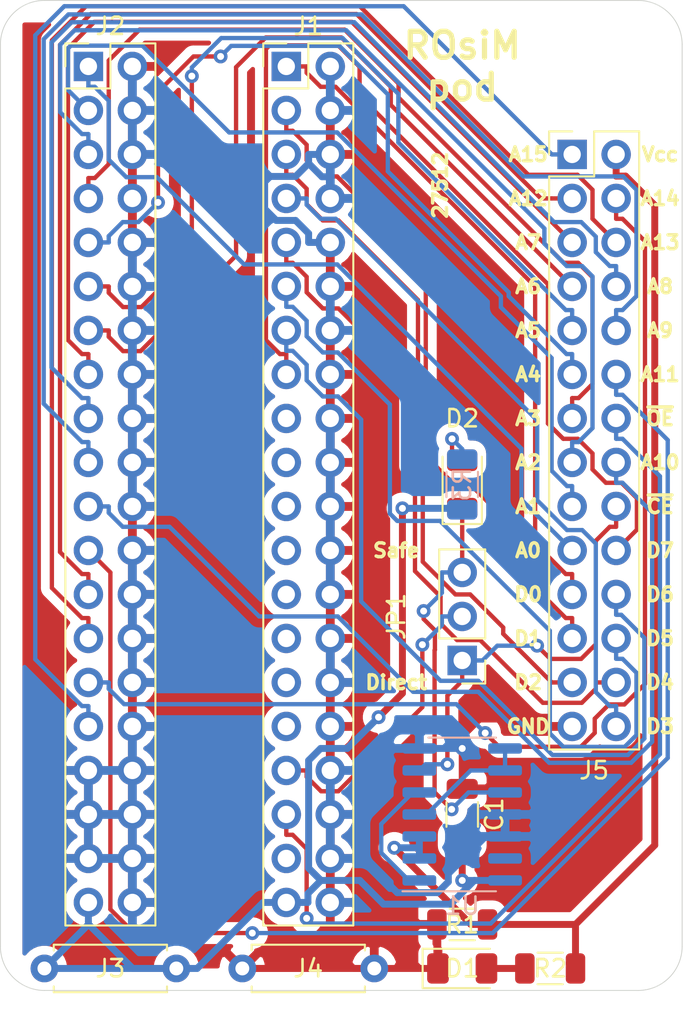
<source format=kicad_pcb>
(kicad_pcb (version 20171130) (host pcbnew 5.1.8-1.fc33)

  (general
    (thickness 1.6)
    (drawings 40)
    (tracks 534)
    (zones 0)
    (modules 13)
    (nets 36)
  )

  (page A4)
  (layers
    (0 F.Cu signal)
    (31 B.Cu signal)
    (32 B.Adhes user)
    (33 F.Adhes user)
    (34 B.Paste user)
    (35 F.Paste user)
    (36 B.SilkS user)
    (37 F.SilkS user)
    (38 B.Mask user)
    (39 F.Mask user)
    (40 Dwgs.User user)
    (41 Cmts.User user)
    (42 Eco1.User user)
    (43 Eco2.User user)
    (44 Edge.Cuts user)
    (45 Margin user)
    (46 B.CrtYd user)
    (47 F.CrtYd user)
    (48 B.Fab user)
    (49 F.Fab user)
  )

  (setup
    (last_trace_width 0.25)
    (trace_clearance 0.2)
    (zone_clearance 0.508)
    (zone_45_only no)
    (trace_min 0.2)
    (via_size 0.8)
    (via_drill 0.4)
    (via_min_size 0.4)
    (via_min_drill 0.3)
    (uvia_size 0.3)
    (uvia_drill 0.1)
    (uvias_allowed no)
    (uvia_min_size 0.2)
    (uvia_min_drill 0.1)
    (edge_width 0.05)
    (segment_width 0.2)
    (pcb_text_width 0.3)
    (pcb_text_size 1.5 1.5)
    (mod_edge_width 0.12)
    (mod_text_size 1 1)
    (mod_text_width 0.15)
    (pad_size 1.524 1.524)
    (pad_drill 0.762)
    (pad_to_mask_clearance 0)
    (aux_axis_origin 0 0)
    (visible_elements FFFFFF7F)
    (pcbplotparams
      (layerselection 0x010fc_ffffffff)
      (usegerberextensions true)
      (usegerberattributes true)
      (usegerberadvancedattributes true)
      (creategerberjobfile true)
      (excludeedgelayer true)
      (linewidth 0.100000)
      (plotframeref false)
      (viasonmask false)
      (mode 1)
      (useauxorigin false)
      (hpglpennumber 1)
      (hpglpenspeed 20)
      (hpglpendiameter 15.000000)
      (psnegative false)
      (psa4output false)
      (plotreference true)
      (plotvalue true)
      (plotinvisibletext false)
      (padsonsilk false)
      (subtractmaskfromsilk false)
      (outputformat 1)
      (mirror false)
      (drillshape 0)
      (scaleselection 1)
      (outputdirectory "gerbers"))
  )

  (net 0 "")
  (net 1 VCC)
  (net 2 GND)
  (net 3 "Net-(D1-Pad2)")
  (net 4 "Net-(D2-Pad2)")
  (net 5 /~SAFE_CE)
  (net 6 /~OE)
  (net 7 /~B_CE)
  (net 8 /D7)
  (net 9 /D6)
  (net 10 /D5)
  (net 11 /D4)
  (net 12 /D3)
  (net 13 /D2)
  (net 14 /D1)
  (net 15 /D0)
  (net 16 /A15)
  (net 17 /A14)
  (net 18 /A13)
  (net 19 /A12)
  (net 20 /A11)
  (net 21 /A10)
  (net 22 /A9)
  (net 23 /A8)
  (net 24 /A7)
  (net 25 /A6)
  (net 26 /A5)
  (net 27 /A4)
  (net 28 /A3)
  (net 29 /A2)
  (net 30 /A1)
  (net 31 /A0)
  (net 32 /~DIR_CE)
  (net 33 /EXT_VCC)
  (net 34 "Net-(U1-Pad4)")
  (net 35 "Net-(U1-Pad1)")

  (net_class Default "This is the default net class."
    (clearance 0.2)
    (trace_width 0.25)
    (via_dia 0.8)
    (via_drill 0.4)
    (uvia_dia 0.3)
    (uvia_drill 0.1)
    (add_net /A0)
    (add_net /A1)
    (add_net /A10)
    (add_net /A11)
    (add_net /A12)
    (add_net /A13)
    (add_net /A14)
    (add_net /A15)
    (add_net /A2)
    (add_net /A3)
    (add_net /A4)
    (add_net /A5)
    (add_net /A6)
    (add_net /A7)
    (add_net /A8)
    (add_net /A9)
    (add_net /D0)
    (add_net /D1)
    (add_net /D2)
    (add_net /D3)
    (add_net /D4)
    (add_net /D5)
    (add_net /D6)
    (add_net /D7)
    (add_net /~B_CE)
    (add_net /~DIR_CE)
    (add_net /~OE)
    (add_net /~SAFE_CE)
    (add_net "Net-(D2-Pad2)")
    (add_net "Net-(U1-Pad1)")
    (add_net "Net-(U1-Pad4)")
  )

  (net_class Power ""
    (clearance 0.2)
    (trace_width 0.4)
    (via_dia 0.8)
    (via_drill 0.4)
    (uvia_dia 0.3)
    (uvia_drill 0.1)
    (add_net /EXT_VCC)
    (add_net GND)
    (add_net "Net-(D1-Pad2)")
    (add_net VCC)
  )

  (module Package_SO:SO-14_3.9x8.65mm_P1.27mm (layer B.Cu) (tedit 5F427CE7) (tstamp 5FB3D67A)
    (at 156.21 81.28)
    (descr "SO, 14 Pin (https://www.st.com/resource/en/datasheet/l6491.pdf), generated with kicad-footprint-generator ipc_gullwing_generator.py")
    (tags "SO SO")
    (path /5FCEB885)
    (attr smd)
    (fp_text reference U1 (at 0 5.28) (layer B.SilkS)
      (effects (font (size 1 1) (thickness 0.15)) (justify mirror))
    )
    (fp_text value 74HCT02 (at 0 -5.28) (layer B.Fab)
      (effects (font (size 1 1) (thickness 0.15)) (justify mirror))
    )
    (fp_line (start 3.7 4.58) (end -3.7 4.58) (layer B.CrtYd) (width 0.05))
    (fp_line (start 3.7 -4.58) (end 3.7 4.58) (layer B.CrtYd) (width 0.05))
    (fp_line (start -3.7 -4.58) (end 3.7 -4.58) (layer B.CrtYd) (width 0.05))
    (fp_line (start -3.7 4.58) (end -3.7 -4.58) (layer B.CrtYd) (width 0.05))
    (fp_line (start -1.95 3.35) (end -0.975 4.325) (layer B.Fab) (width 0.1))
    (fp_line (start -1.95 -4.325) (end -1.95 3.35) (layer B.Fab) (width 0.1))
    (fp_line (start 1.95 -4.325) (end -1.95 -4.325) (layer B.Fab) (width 0.1))
    (fp_line (start 1.95 4.325) (end 1.95 -4.325) (layer B.Fab) (width 0.1))
    (fp_line (start -0.975 4.325) (end 1.95 4.325) (layer B.Fab) (width 0.1))
    (fp_line (start 0 4.435) (end -3.45 4.435) (layer B.SilkS) (width 0.12))
    (fp_line (start 0 4.435) (end 1.95 4.435) (layer B.SilkS) (width 0.12))
    (fp_line (start 0 -4.435) (end -1.95 -4.435) (layer B.SilkS) (width 0.12))
    (fp_line (start 0 -4.435) (end 1.95 -4.435) (layer B.SilkS) (width 0.12))
    (fp_text user %R (at 0 0) (layer B.Fab)
      (effects (font (size 0.98 0.98) (thickness 0.15)) (justify mirror))
    )
    (pad 14 smd roundrect (at 2.475 3.81) (size 1.95 0.6) (layers B.Cu B.Paste B.Mask) (roundrect_rratio 0.25)
      (net 1 VCC))
    (pad 13 smd roundrect (at 2.475 2.54) (size 1.95 0.6) (layers B.Cu B.Paste B.Mask) (roundrect_rratio 0.25))
    (pad 12 smd roundrect (at 2.475 1.27) (size 1.95 0.6) (layers B.Cu B.Paste B.Mask) (roundrect_rratio 0.25)
      (net 2 GND))
    (pad 11 smd roundrect (at 2.475 0) (size 1.95 0.6) (layers B.Cu B.Paste B.Mask) (roundrect_rratio 0.25)
      (net 2 GND))
    (pad 10 smd roundrect (at 2.475 -1.27) (size 1.95 0.6) (layers B.Cu B.Paste B.Mask) (roundrect_rratio 0.25)
      (net 5 /~SAFE_CE))
    (pad 9 smd roundrect (at 2.475 -2.54) (size 1.95 0.6) (layers B.Cu B.Paste B.Mask) (roundrect_rratio 0.25)
      (net 34 "Net-(U1-Pad4)"))
    (pad 8 smd roundrect (at 2.475 -3.81) (size 1.95 0.6) (layers B.Cu B.Paste B.Mask) (roundrect_rratio 0.25)
      (net 34 "Net-(U1-Pad4)"))
    (pad 7 smd roundrect (at -2.475 -3.81) (size 1.95 0.6) (layers B.Cu B.Paste B.Mask) (roundrect_rratio 0.25)
      (net 2 GND))
    (pad 6 smd roundrect (at -2.475 -2.54) (size 1.95 0.6) (layers B.Cu B.Paste B.Mask) (roundrect_rratio 0.25)
      (net 32 /~DIR_CE))
    (pad 5 smd roundrect (at -2.475 -1.27) (size 1.95 0.6) (layers B.Cu B.Paste B.Mask) (roundrect_rratio 0.25)
      (net 35 "Net-(U1-Pad1)"))
    (pad 4 smd roundrect (at -2.475 0) (size 1.95 0.6) (layers B.Cu B.Paste B.Mask) (roundrect_rratio 0.25)
      (net 34 "Net-(U1-Pad4)"))
    (pad 3 smd roundrect (at -2.475 1.27) (size 1.95 0.6) (layers B.Cu B.Paste B.Mask) (roundrect_rratio 0.25)
      (net 33 /EXT_VCC))
    (pad 2 smd roundrect (at -2.475 2.54) (size 1.95 0.6) (layers B.Cu B.Paste B.Mask) (roundrect_rratio 0.25)
      (net 33 /EXT_VCC))
    (pad 1 smd roundrect (at -2.475 3.81) (size 1.95 0.6) (layers B.Cu B.Paste B.Mask) (roundrect_rratio 0.25)
      (net 35 "Net-(U1-Pad1)"))
    (model ${KISYS3DMOD}/Package_SO.3dshapes/SO-14_3.9x8.65mm_P1.27mm.wrl
      (at (xyz 0 0 0))
      (scale (xyz 1 1 1))
      (rotate (xyz 0 0 0))
    )
  )

  (module Resistor_SMD:R_1206_3216Metric (layer B.Cu) (tedit 5F68FEEE) (tstamp 5FB3D63E)
    (at 156.21 62.23 270)
    (descr "Resistor SMD 1206 (3216 Metric), square (rectangular) end terminal, IPC_7351 nominal, (Body size source: IPC-SM-782 page 72, https://www.pcb-3d.com/wordpress/wp-content/uploads/ipc-sm-782a_amendment_1_and_2.pdf), generated with kicad-footprint-generator")
    (tags resistor)
    (path /601DEF89)
    (attr smd)
    (fp_text reference R3 (at 0 0 90) (layer B.SilkS)
      (effects (font (size 1 1) (thickness 0.15)) (justify mirror))
    )
    (fp_text value 470 (at 0 -1.82 90) (layer B.Fab)
      (effects (font (size 1 1) (thickness 0.15)) (justify mirror))
    )
    (fp_line (start 2.28 -1.12) (end -2.28 -1.12) (layer B.CrtYd) (width 0.05))
    (fp_line (start 2.28 1.12) (end 2.28 -1.12) (layer B.CrtYd) (width 0.05))
    (fp_line (start -2.28 1.12) (end 2.28 1.12) (layer B.CrtYd) (width 0.05))
    (fp_line (start -2.28 -1.12) (end -2.28 1.12) (layer B.CrtYd) (width 0.05))
    (fp_line (start -0.727064 -0.91) (end 0.727064 -0.91) (layer B.SilkS) (width 0.12))
    (fp_line (start -0.727064 0.91) (end 0.727064 0.91) (layer B.SilkS) (width 0.12))
    (fp_line (start 1.6 -0.8) (end -1.6 -0.8) (layer B.Fab) (width 0.1))
    (fp_line (start 1.6 0.8) (end 1.6 -0.8) (layer B.Fab) (width 0.1))
    (fp_line (start -1.6 0.8) (end 1.6 0.8) (layer B.Fab) (width 0.1))
    (fp_line (start -1.6 -0.8) (end -1.6 0.8) (layer B.Fab) (width 0.1))
    (fp_text user %R (at 0 0 90) (layer B.Fab)
      (effects (font (size 0.8 0.8) (thickness 0.12)) (justify mirror))
    )
    (pad 2 smd roundrect (at 1.4625 0 270) (size 1.125 1.75) (layers B.Cu B.Paste B.Mask) (roundrect_rratio 0.2222213333333333)
      (net 1 VCC))
    (pad 1 smd roundrect (at -1.4625 0 270) (size 1.125 1.75) (layers B.Cu B.Paste B.Mask) (roundrect_rratio 0.2222213333333333)
      (net 4 "Net-(D2-Pad2)"))
    (model ${KISYS3DMOD}/Resistor_SMD.3dshapes/R_1206_3216Metric.wrl
      (at (xyz 0 0 0))
      (scale (xyz 1 1 1))
      (rotate (xyz 0 0 0))
    )
  )

  (module Resistor_SMD:R_1206_3216Metric (layer F.Cu) (tedit 5F68FEEE) (tstamp 5FB3D62D)
    (at 161.29 90.17)
    (descr "Resistor SMD 1206 (3216 Metric), square (rectangular) end terminal, IPC_7351 nominal, (Body size source: IPC-SM-782 page 72, https://www.pcb-3d.com/wordpress/wp-content/uploads/ipc-sm-782a_amendment_1_and_2.pdf), generated with kicad-footprint-generator")
    (tags resistor)
    (path /6019F326)
    (attr smd)
    (fp_text reference R2 (at 0 0) (layer F.SilkS)
      (effects (font (size 1 1) (thickness 0.15)))
    )
    (fp_text value 1k (at 0 1.82) (layer F.Fab)
      (effects (font (size 1 1) (thickness 0.15)))
    )
    (fp_line (start 2.28 1.12) (end -2.28 1.12) (layer F.CrtYd) (width 0.05))
    (fp_line (start 2.28 -1.12) (end 2.28 1.12) (layer F.CrtYd) (width 0.05))
    (fp_line (start -2.28 -1.12) (end 2.28 -1.12) (layer F.CrtYd) (width 0.05))
    (fp_line (start -2.28 1.12) (end -2.28 -1.12) (layer F.CrtYd) (width 0.05))
    (fp_line (start -0.727064 0.91) (end 0.727064 0.91) (layer F.SilkS) (width 0.12))
    (fp_line (start -0.727064 -0.91) (end 0.727064 -0.91) (layer F.SilkS) (width 0.12))
    (fp_line (start 1.6 0.8) (end -1.6 0.8) (layer F.Fab) (width 0.1))
    (fp_line (start 1.6 -0.8) (end 1.6 0.8) (layer F.Fab) (width 0.1))
    (fp_line (start -1.6 -0.8) (end 1.6 -0.8) (layer F.Fab) (width 0.1))
    (fp_line (start -1.6 0.8) (end -1.6 -0.8) (layer F.Fab) (width 0.1))
    (fp_text user %R (at 0 0) (layer F.Fab)
      (effects (font (size 0.8 0.8) (thickness 0.12)))
    )
    (pad 2 smd roundrect (at 1.4625 0) (size 1.125 1.75) (layers F.Cu F.Paste F.Mask) (roundrect_rratio 0.2222213333333333)
      (net 33 /EXT_VCC))
    (pad 1 smd roundrect (at -1.4625 0) (size 1.125 1.75) (layers F.Cu F.Paste F.Mask) (roundrect_rratio 0.2222213333333333)
      (net 3 "Net-(D1-Pad2)"))
    (model ${KISYS3DMOD}/Resistor_SMD.3dshapes/R_1206_3216Metric.wrl
      (at (xyz 0 0 0))
      (scale (xyz 1 1 1))
      (rotate (xyz 0 0 0))
    )
  )

  (module Resistor_SMD:R_1206_3216Metric (layer F.Cu) (tedit 5F68FEEE) (tstamp 5FB3D61C)
    (at 156.21 87.63)
    (descr "Resistor SMD 1206 (3216 Metric), square (rectangular) end terminal, IPC_7351 nominal, (Body size source: IPC-SM-782 page 72, https://www.pcb-3d.com/wordpress/wp-content/uploads/ipc-sm-782a_amendment_1_and_2.pdf), generated with kicad-footprint-generator")
    (tags resistor)
    (path /5FD941FD)
    (attr smd)
    (fp_text reference R1 (at 0 0) (layer F.SilkS)
      (effects (font (size 1 1) (thickness 0.15)))
    )
    (fp_text value 4.7K (at 0 1.82) (layer F.Fab)
      (effects (font (size 1 1) (thickness 0.15)))
    )
    (fp_line (start 2.28 1.12) (end -2.28 1.12) (layer F.CrtYd) (width 0.05))
    (fp_line (start 2.28 -1.12) (end 2.28 1.12) (layer F.CrtYd) (width 0.05))
    (fp_line (start -2.28 -1.12) (end 2.28 -1.12) (layer F.CrtYd) (width 0.05))
    (fp_line (start -2.28 1.12) (end -2.28 -1.12) (layer F.CrtYd) (width 0.05))
    (fp_line (start -0.727064 0.91) (end 0.727064 0.91) (layer F.SilkS) (width 0.12))
    (fp_line (start -0.727064 -0.91) (end 0.727064 -0.91) (layer F.SilkS) (width 0.12))
    (fp_line (start 1.6 0.8) (end -1.6 0.8) (layer F.Fab) (width 0.1))
    (fp_line (start 1.6 -0.8) (end 1.6 0.8) (layer F.Fab) (width 0.1))
    (fp_line (start -1.6 -0.8) (end 1.6 -0.8) (layer F.Fab) (width 0.1))
    (fp_line (start -1.6 0.8) (end -1.6 -0.8) (layer F.Fab) (width 0.1))
    (fp_text user %R (at 0 0) (layer F.Fab)
      (effects (font (size 0.8 0.8) (thickness 0.12)))
    )
    (pad 2 smd roundrect (at 1.4625 0) (size 1.125 1.75) (layers F.Cu F.Paste F.Mask) (roundrect_rratio 0.2222213333333333)
      (net 33 /EXT_VCC))
    (pad 1 smd roundrect (at -1.4625 0) (size 1.125 1.75) (layers F.Cu F.Paste F.Mask) (roundrect_rratio 0.2222213333333333)
      (net 2 GND))
    (model ${KISYS3DMOD}/Resistor_SMD.3dshapes/R_1206_3216Metric.wrl
      (at (xyz 0 0 0))
      (scale (xyz 1 1 1))
      (rotate (xyz 0 0 0))
    )
  )

  (module Connector_PinHeader_2.54mm:PinHeader_1x03_P2.54mm_Vertical (layer F.Cu) (tedit 59FED5CC) (tstamp 5FB3D59D)
    (at 156.21 72.39 180)
    (descr "Through hole straight pin header, 1x03, 2.54mm pitch, single row")
    (tags "Through hole pin header THT 1x03 2.54mm single row")
    (path /5FC9E5F1)
    (fp_text reference JP1 (at 3.81 2.54 90) (layer F.SilkS)
      (effects (font (size 1 1) (thickness 0.15)))
    )
    (fp_text value "/OE Selection" (at 0 7.41) (layer F.Fab)
      (effects (font (size 1 1) (thickness 0.15)))
    )
    (fp_line (start 1.8 -1.8) (end -1.8 -1.8) (layer F.CrtYd) (width 0.05))
    (fp_line (start 1.8 6.85) (end 1.8 -1.8) (layer F.CrtYd) (width 0.05))
    (fp_line (start -1.8 6.85) (end 1.8 6.85) (layer F.CrtYd) (width 0.05))
    (fp_line (start -1.8 -1.8) (end -1.8 6.85) (layer F.CrtYd) (width 0.05))
    (fp_line (start -1.33 -1.33) (end 0 -1.33) (layer F.SilkS) (width 0.12))
    (fp_line (start -1.33 0) (end -1.33 -1.33) (layer F.SilkS) (width 0.12))
    (fp_line (start -1.33 1.27) (end 1.33 1.27) (layer F.SilkS) (width 0.12))
    (fp_line (start 1.33 1.27) (end 1.33 6.41) (layer F.SilkS) (width 0.12))
    (fp_line (start -1.33 1.27) (end -1.33 6.41) (layer F.SilkS) (width 0.12))
    (fp_line (start -1.33 6.41) (end 1.33 6.41) (layer F.SilkS) (width 0.12))
    (fp_line (start -1.27 -0.635) (end -0.635 -1.27) (layer F.Fab) (width 0.1))
    (fp_line (start -1.27 6.35) (end -1.27 -0.635) (layer F.Fab) (width 0.1))
    (fp_line (start 1.27 6.35) (end -1.27 6.35) (layer F.Fab) (width 0.1))
    (fp_line (start 1.27 -1.27) (end 1.27 6.35) (layer F.Fab) (width 0.1))
    (fp_line (start -0.635 -1.27) (end 1.27 -1.27) (layer F.Fab) (width 0.1))
    (fp_text user %R (at 0 2.54 90) (layer F.Fab)
      (effects (font (size 1 1) (thickness 0.15)))
    )
    (pad 3 thru_hole oval (at 0 5.08 180) (size 1.7 1.7) (drill 1) (layers *.Cu *.Mask)
      (net 5 /~SAFE_CE))
    (pad 2 thru_hole oval (at 0 2.54 180) (size 1.7 1.7) (drill 1) (layers *.Cu *.Mask)
      (net 7 /~B_CE))
    (pad 1 thru_hole rect (at 0 0 180) (size 1.7 1.7) (drill 1) (layers *.Cu *.Mask)
      (net 32 /~DIR_CE))
    (model ${KISYS3DMOD}/Connector_PinHeader_2.54mm.3dshapes/PinHeader_1x03_P2.54mm_Vertical.wrl
      (at (xyz 0 0 0))
      (scale (xyz 1 1 1))
      (rotate (xyz 0 0 0))
    )
  )

  (module Connector_PinHeader_2.54mm:PinHeader_2x14_P2.54mm_Vertical (layer F.Cu) (tedit 59FED5CC) (tstamp 5FB3D586)
    (at 162.56 43.18)
    (descr "Through hole straight pin header, 2x14, 2.54mm pitch, double rows")
    (tags "Through hole pin header THT 2x14 2.54mm double row")
    (path /5FE5E217)
    (fp_text reference J5 (at 1.27 35.56) (layer F.SilkS)
      (effects (font (size 1 1) (thickness 0.15)))
    )
    (fp_text value "ROM Lines" (at 1.27 35.35) (layer F.Fab)
      (effects (font (size 1 1) (thickness 0.15)))
    )
    (fp_line (start 4.35 -1.8) (end -1.8 -1.8) (layer F.CrtYd) (width 0.05))
    (fp_line (start 4.35 34.8) (end 4.35 -1.8) (layer F.CrtYd) (width 0.05))
    (fp_line (start -1.8 34.8) (end 4.35 34.8) (layer F.CrtYd) (width 0.05))
    (fp_line (start -1.8 -1.8) (end -1.8 34.8) (layer F.CrtYd) (width 0.05))
    (fp_line (start -1.33 -1.33) (end 0 -1.33) (layer F.SilkS) (width 0.12))
    (fp_line (start -1.33 0) (end -1.33 -1.33) (layer F.SilkS) (width 0.12))
    (fp_line (start 1.27 -1.33) (end 3.87 -1.33) (layer F.SilkS) (width 0.12))
    (fp_line (start 1.27 1.27) (end 1.27 -1.33) (layer F.SilkS) (width 0.12))
    (fp_line (start -1.33 1.27) (end 1.27 1.27) (layer F.SilkS) (width 0.12))
    (fp_line (start 3.87 -1.33) (end 3.87 34.35) (layer F.SilkS) (width 0.12))
    (fp_line (start -1.33 1.27) (end -1.33 34.35) (layer F.SilkS) (width 0.12))
    (fp_line (start -1.33 34.35) (end 3.87 34.35) (layer F.SilkS) (width 0.12))
    (fp_line (start -1.27 0) (end 0 -1.27) (layer F.Fab) (width 0.1))
    (fp_line (start -1.27 34.29) (end -1.27 0) (layer F.Fab) (width 0.1))
    (fp_line (start 3.81 34.29) (end -1.27 34.29) (layer F.Fab) (width 0.1))
    (fp_line (start 3.81 -1.27) (end 3.81 34.29) (layer F.Fab) (width 0.1))
    (fp_line (start 0 -1.27) (end 3.81 -1.27) (layer F.Fab) (width 0.1))
    (fp_text user %R (at 1.27 16.51 90) (layer F.Fab)
      (effects (font (size 1 1) (thickness 0.15)))
    )
    (pad 28 thru_hole oval (at 2.54 33.02) (size 1.7 1.7) (drill 1) (layers *.Cu *.Mask)
      (net 12 /D3))
    (pad 27 thru_hole oval (at 0 33.02) (size 1.7 1.7) (drill 1) (layers *.Cu *.Mask)
      (net 2 GND))
    (pad 26 thru_hole oval (at 2.54 30.48) (size 1.7 1.7) (drill 1) (layers *.Cu *.Mask)
      (net 11 /D4))
    (pad 25 thru_hole oval (at 0 30.48) (size 1.7 1.7) (drill 1) (layers *.Cu *.Mask)
      (net 13 /D2))
    (pad 24 thru_hole oval (at 2.54 27.94) (size 1.7 1.7) (drill 1) (layers *.Cu *.Mask)
      (net 10 /D5))
    (pad 23 thru_hole oval (at 0 27.94) (size 1.7 1.7) (drill 1) (layers *.Cu *.Mask)
      (net 14 /D1))
    (pad 22 thru_hole oval (at 2.54 25.4) (size 1.7 1.7) (drill 1) (layers *.Cu *.Mask)
      (net 9 /D6))
    (pad 21 thru_hole oval (at 0 25.4) (size 1.7 1.7) (drill 1) (layers *.Cu *.Mask)
      (net 15 /D0))
    (pad 20 thru_hole oval (at 2.54 22.86) (size 1.7 1.7) (drill 1) (layers *.Cu *.Mask)
      (net 8 /D7))
    (pad 19 thru_hole oval (at 0 22.86) (size 1.7 1.7) (drill 1) (layers *.Cu *.Mask)
      (net 31 /A0))
    (pad 18 thru_hole oval (at 2.54 20.32) (size 1.7 1.7) (drill 1) (layers *.Cu *.Mask)
      (net 32 /~DIR_CE))
    (pad 17 thru_hole oval (at 0 20.32) (size 1.7 1.7) (drill 1) (layers *.Cu *.Mask)
      (net 30 /A1))
    (pad 16 thru_hole oval (at 2.54 17.78) (size 1.7 1.7) (drill 1) (layers *.Cu *.Mask)
      (net 21 /A10))
    (pad 15 thru_hole oval (at 0 17.78) (size 1.7 1.7) (drill 1) (layers *.Cu *.Mask)
      (net 29 /A2))
    (pad 14 thru_hole oval (at 2.54 15.24) (size 1.7 1.7) (drill 1) (layers *.Cu *.Mask)
      (net 6 /~OE))
    (pad 13 thru_hole oval (at 0 15.24) (size 1.7 1.7) (drill 1) (layers *.Cu *.Mask)
      (net 28 /A3))
    (pad 12 thru_hole oval (at 2.54 12.7) (size 1.7 1.7) (drill 1) (layers *.Cu *.Mask)
      (net 20 /A11))
    (pad 11 thru_hole oval (at 0 12.7) (size 1.7 1.7) (drill 1) (layers *.Cu *.Mask)
      (net 27 /A4))
    (pad 10 thru_hole oval (at 2.54 10.16) (size 1.7 1.7) (drill 1) (layers *.Cu *.Mask)
      (net 22 /A9))
    (pad 9 thru_hole oval (at 0 10.16) (size 1.7 1.7) (drill 1) (layers *.Cu *.Mask)
      (net 26 /A5))
    (pad 8 thru_hole oval (at 2.54 7.62) (size 1.7 1.7) (drill 1) (layers *.Cu *.Mask)
      (net 23 /A8))
    (pad 7 thru_hole oval (at 0 7.62) (size 1.7 1.7) (drill 1) (layers *.Cu *.Mask)
      (net 25 /A6))
    (pad 6 thru_hole oval (at 2.54 5.08) (size 1.7 1.7) (drill 1) (layers *.Cu *.Mask)
      (net 18 /A13))
    (pad 5 thru_hole oval (at 0 5.08) (size 1.7 1.7) (drill 1) (layers *.Cu *.Mask)
      (net 24 /A7))
    (pad 4 thru_hole oval (at 2.54 2.54) (size 1.7 1.7) (drill 1) (layers *.Cu *.Mask)
      (net 17 /A14))
    (pad 3 thru_hole oval (at 0 2.54) (size 1.7 1.7) (drill 1) (layers *.Cu *.Mask)
      (net 19 /A12))
    (pad 2 thru_hole oval (at 2.54 0) (size 1.7 1.7) (drill 1) (layers *.Cu *.Mask)
      (net 33 /EXT_VCC))
    (pad 1 thru_hole rect (at 0 0) (size 1.7 1.7) (drill 1) (layers *.Cu *.Mask)
      (net 16 /A15))
    (model ${KISYS3DMOD}/Connector_PinHeader_2.54mm.3dshapes/PinHeader_2x14_P2.54mm_Vertical.wrl
      (at (xyz 0 0 0))
      (scale (xyz 1 1 1))
      (rotate (xyz 0 0 0))
    )
  )

  (module Resistor_THT:R_Axial_DIN0207_L6.3mm_D2.5mm_P7.62mm_Horizontal (layer F.Cu) (tedit 5AE5139B) (tstamp 5FB3D554)
    (at 143.51 90.17)
    (descr "Resistor, Axial_DIN0207 series, Axial, Horizontal, pin pitch=7.62mm, 0.25W = 1/4W, length*diameter=6.3*2.5mm^2, http://cdn-reichelt.de/documents/datenblatt/B400/1_4W%23YAG.pdf")
    (tags "Resistor Axial_DIN0207 series Axial Horizontal pin pitch 7.62mm 0.25W = 1/4W length 6.3mm diameter 2.5mm")
    (path /5FC84BD6)
    (fp_text reference J4 (at 3.81 0) (layer F.SilkS)
      (effects (font (size 1 1) (thickness 0.15)))
    )
    (fp_text value GND_Probe (at 3.81 2.37) (layer F.Fab)
      (effects (font (size 1 1) (thickness 0.15)))
    )
    (fp_line (start 8.67 -1.5) (end -1.05 -1.5) (layer F.CrtYd) (width 0.05))
    (fp_line (start 8.67 1.5) (end 8.67 -1.5) (layer F.CrtYd) (width 0.05))
    (fp_line (start -1.05 1.5) (end 8.67 1.5) (layer F.CrtYd) (width 0.05))
    (fp_line (start -1.05 -1.5) (end -1.05 1.5) (layer F.CrtYd) (width 0.05))
    (fp_line (start 7.08 1.37) (end 7.08 1.04) (layer F.SilkS) (width 0.12))
    (fp_line (start 0.54 1.37) (end 7.08 1.37) (layer F.SilkS) (width 0.12))
    (fp_line (start 0.54 1.04) (end 0.54 1.37) (layer F.SilkS) (width 0.12))
    (fp_line (start 7.08 -1.37) (end 7.08 -1.04) (layer F.SilkS) (width 0.12))
    (fp_line (start 0.54 -1.37) (end 7.08 -1.37) (layer F.SilkS) (width 0.12))
    (fp_line (start 0.54 -1.04) (end 0.54 -1.37) (layer F.SilkS) (width 0.12))
    (fp_line (start 7.62 0) (end 6.96 0) (layer F.Fab) (width 0.1))
    (fp_line (start 0 0) (end 0.66 0) (layer F.Fab) (width 0.1))
    (fp_line (start 6.96 -1.25) (end 0.66 -1.25) (layer F.Fab) (width 0.1))
    (fp_line (start 6.96 1.25) (end 6.96 -1.25) (layer F.Fab) (width 0.1))
    (fp_line (start 0.66 1.25) (end 6.96 1.25) (layer F.Fab) (width 0.1))
    (fp_line (start 0.66 -1.25) (end 0.66 1.25) (layer F.Fab) (width 0.1))
    (fp_text user %R (at 3.81 0) (layer F.Fab)
      (effects (font (size 1 1) (thickness 0.15)))
    )
    (pad 2 thru_hole oval (at 7.62 0) (size 1.6 1.6) (drill 0.8) (layers *.Cu *.Mask)
      (net 2 GND))
    (pad 1 thru_hole circle (at 0 0) (size 1.6 1.6) (drill 0.8) (layers *.Cu *.Mask)
      (net 2 GND))
    (model ${KISYS3DMOD}/Resistor_THT.3dshapes/R_Axial_DIN0207_L6.3mm_D2.5mm_P7.62mm_Horizontal.wrl
      (at (xyz 0 0 0))
      (scale (xyz 1 1 1))
      (rotate (xyz 0 0 0))
    )
  )

  (module Resistor_THT:R_Axial_DIN0207_L6.3mm_D2.5mm_P7.62mm_Horizontal (layer F.Cu) (tedit 5AE5139B) (tstamp 5FB3D53D)
    (at 132.08 90.17)
    (descr "Resistor, Axial_DIN0207 series, Axial, Horizontal, pin pitch=7.62mm, 0.25W = 1/4W, length*diameter=6.3*2.5mm^2, http://cdn-reichelt.de/documents/datenblatt/B400/1_4W%23YAG.pdf")
    (tags "Resistor Axial_DIN0207 series Axial Horizontal pin pitch 7.62mm 0.25W = 1/4W length 6.3mm diameter 2.5mm")
    (path /5FC6B9CA)
    (fp_text reference J3 (at 3.81 0) (layer F.SilkS)
      (effects (font (size 1 1) (thickness 0.15)))
    )
    (fp_text value VCC_Probe (at 3.81 2.37) (layer F.Fab)
      (effects (font (size 1 1) (thickness 0.15)))
    )
    (fp_line (start 8.67 -1.5) (end -1.05 -1.5) (layer F.CrtYd) (width 0.05))
    (fp_line (start 8.67 1.5) (end 8.67 -1.5) (layer F.CrtYd) (width 0.05))
    (fp_line (start -1.05 1.5) (end 8.67 1.5) (layer F.CrtYd) (width 0.05))
    (fp_line (start -1.05 -1.5) (end -1.05 1.5) (layer F.CrtYd) (width 0.05))
    (fp_line (start 7.08 1.37) (end 7.08 1.04) (layer F.SilkS) (width 0.12))
    (fp_line (start 0.54 1.37) (end 7.08 1.37) (layer F.SilkS) (width 0.12))
    (fp_line (start 0.54 1.04) (end 0.54 1.37) (layer F.SilkS) (width 0.12))
    (fp_line (start 7.08 -1.37) (end 7.08 -1.04) (layer F.SilkS) (width 0.12))
    (fp_line (start 0.54 -1.37) (end 7.08 -1.37) (layer F.SilkS) (width 0.12))
    (fp_line (start 0.54 -1.04) (end 0.54 -1.37) (layer F.SilkS) (width 0.12))
    (fp_line (start 7.62 0) (end 6.96 0) (layer F.Fab) (width 0.1))
    (fp_line (start 0 0) (end 0.66 0) (layer F.Fab) (width 0.1))
    (fp_line (start 6.96 -1.25) (end 0.66 -1.25) (layer F.Fab) (width 0.1))
    (fp_line (start 6.96 1.25) (end 6.96 -1.25) (layer F.Fab) (width 0.1))
    (fp_line (start 0.66 1.25) (end 6.96 1.25) (layer F.Fab) (width 0.1))
    (fp_line (start 0.66 -1.25) (end 0.66 1.25) (layer F.Fab) (width 0.1))
    (fp_text user %R (at 3.81 0) (layer F.Fab)
      (effects (font (size 1 1) (thickness 0.15)))
    )
    (pad 2 thru_hole oval (at 7.62 0) (size 1.6 1.6) (drill 0.8) (layers *.Cu *.Mask)
      (net 1 VCC))
    (pad 1 thru_hole circle (at 0 0) (size 1.6 1.6) (drill 0.8) (layers *.Cu *.Mask)
      (net 1 VCC))
    (model ${KISYS3DMOD}/Resistor_THT.3dshapes/R_Axial_DIN0207_L6.3mm_D2.5mm_P7.62mm_Horizontal.wrl
      (at (xyz 0 0 0))
      (scale (xyz 1 1 1))
      (rotate (xyz 0 0 0))
    )
  )

  (module Connector_PinHeader_2.54mm:PinHeader_2x20_P2.54mm_Vertical (layer F.Cu) (tedit 59FED5CC) (tstamp 5FB3D526)
    (at 134.62 38.1)
    (descr "Through hole straight pin header, 2x20, 2.54mm pitch, double rows")
    (tags "Through hole pin header THT 2x20 2.54mm double row")
    (path /5FB3A532)
    (fp_text reference J2 (at 1.27 -2.33) (layer F.SilkS)
      (effects (font (size 1 1) (thickness 0.15)))
    )
    (fp_text value EXT_ADDR (at 1.27 50.59) (layer F.Fab)
      (effects (font (size 1 1) (thickness 0.15)))
    )
    (fp_line (start 4.35 -1.8) (end -1.8 -1.8) (layer F.CrtYd) (width 0.05))
    (fp_line (start 4.35 50.05) (end 4.35 -1.8) (layer F.CrtYd) (width 0.05))
    (fp_line (start -1.8 50.05) (end 4.35 50.05) (layer F.CrtYd) (width 0.05))
    (fp_line (start -1.8 -1.8) (end -1.8 50.05) (layer F.CrtYd) (width 0.05))
    (fp_line (start -1.33 -1.33) (end 0 -1.33) (layer F.SilkS) (width 0.12))
    (fp_line (start -1.33 0) (end -1.33 -1.33) (layer F.SilkS) (width 0.12))
    (fp_line (start 1.27 -1.33) (end 3.87 -1.33) (layer F.SilkS) (width 0.12))
    (fp_line (start 1.27 1.27) (end 1.27 -1.33) (layer F.SilkS) (width 0.12))
    (fp_line (start -1.33 1.27) (end 1.27 1.27) (layer F.SilkS) (width 0.12))
    (fp_line (start 3.87 -1.33) (end 3.87 49.59) (layer F.SilkS) (width 0.12))
    (fp_line (start -1.33 1.27) (end -1.33 49.59) (layer F.SilkS) (width 0.12))
    (fp_line (start -1.33 49.59) (end 3.87 49.59) (layer F.SilkS) (width 0.12))
    (fp_line (start -1.27 0) (end 0 -1.27) (layer F.Fab) (width 0.1))
    (fp_line (start -1.27 49.53) (end -1.27 0) (layer F.Fab) (width 0.1))
    (fp_line (start 3.81 49.53) (end -1.27 49.53) (layer F.Fab) (width 0.1))
    (fp_line (start 3.81 -1.27) (end 3.81 49.53) (layer F.Fab) (width 0.1))
    (fp_line (start 0 -1.27) (end 3.81 -1.27) (layer F.Fab) (width 0.1))
    (fp_text user %R (at 1.27 24.13 90) (layer F.Fab)
      (effects (font (size 1 1) (thickness 0.15)))
    )
    (pad 40 thru_hole oval (at 2.54 48.26) (size 1.7 1.7) (drill 1) (layers *.Cu *.Mask)
      (net 2 GND))
    (pad 39 thru_hole oval (at 0 48.26) (size 1.7 1.7) (drill 1) (layers *.Cu *.Mask)
      (net 1 VCC))
    (pad 38 thru_hole oval (at 2.54 45.72) (size 1.7 1.7) (drill 1) (layers *.Cu *.Mask)
      (net 2 GND))
    (pad 37 thru_hole oval (at 0 45.72) (size 1.7 1.7) (drill 1) (layers *.Cu *.Mask)
      (net 2 GND))
    (pad 36 thru_hole oval (at 2.54 43.18) (size 1.7 1.7) (drill 1) (layers *.Cu *.Mask)
      (net 2 GND))
    (pad 35 thru_hole oval (at 0 43.18) (size 1.7 1.7) (drill 1) (layers *.Cu *.Mask)
      (net 2 GND))
    (pad 34 thru_hole oval (at 2.54 40.64) (size 1.7 1.7) (drill 1) (layers *.Cu *.Mask)
      (net 2 GND))
    (pad 33 thru_hole oval (at 0 40.64) (size 1.7 1.7) (drill 1) (layers *.Cu *.Mask)
      (net 2 GND))
    (pad 32 thru_hole oval (at 2.54 38.1) (size 1.7 1.7) (drill 1) (layers *.Cu *.Mask)
      (net 2 GND))
    (pad 31 thru_hole oval (at 0 38.1) (size 1.7 1.7) (drill 1) (layers *.Cu *.Mask)
      (net 16 /A15))
    (pad 30 thru_hole oval (at 2.54 35.56) (size 1.7 1.7) (drill 1) (layers *.Cu *.Mask)
      (net 2 GND))
    (pad 29 thru_hole oval (at 0 35.56) (size 1.7 1.7) (drill 1) (layers *.Cu *.Mask)
      (net 17 /A14))
    (pad 28 thru_hole oval (at 2.54 33.02) (size 1.7 1.7) (drill 1) (layers *.Cu *.Mask)
      (net 2 GND))
    (pad 27 thru_hole oval (at 0 33.02) (size 1.7 1.7) (drill 1) (layers *.Cu *.Mask)
      (net 18 /A13))
    (pad 26 thru_hole oval (at 2.54 30.48) (size 1.7 1.7) (drill 1) (layers *.Cu *.Mask)
      (net 2 GND))
    (pad 25 thru_hole oval (at 0 30.48) (size 1.7 1.7) (drill 1) (layers *.Cu *.Mask)
      (net 19 /A12))
    (pad 24 thru_hole oval (at 2.54 27.94) (size 1.7 1.7) (drill 1) (layers *.Cu *.Mask)
      (net 2 GND))
    (pad 23 thru_hole oval (at 0 27.94) (size 1.7 1.7) (drill 1) (layers *.Cu *.Mask)
      (net 20 /A11))
    (pad 22 thru_hole oval (at 2.54 25.4) (size 1.7 1.7) (drill 1) (layers *.Cu *.Mask)
      (net 2 GND))
    (pad 21 thru_hole oval (at 0 25.4) (size 1.7 1.7) (drill 1) (layers *.Cu *.Mask)
      (net 21 /A10))
    (pad 20 thru_hole oval (at 2.54 22.86) (size 1.7 1.7) (drill 1) (layers *.Cu *.Mask)
      (net 2 GND))
    (pad 19 thru_hole oval (at 0 22.86) (size 1.7 1.7) (drill 1) (layers *.Cu *.Mask)
      (net 22 /A9))
    (pad 18 thru_hole oval (at 2.54 20.32) (size 1.7 1.7) (drill 1) (layers *.Cu *.Mask)
      (net 2 GND))
    (pad 17 thru_hole oval (at 0 20.32) (size 1.7 1.7) (drill 1) (layers *.Cu *.Mask)
      (net 23 /A8))
    (pad 16 thru_hole oval (at 2.54 17.78) (size 1.7 1.7) (drill 1) (layers *.Cu *.Mask)
      (net 2 GND))
    (pad 15 thru_hole oval (at 0 17.78) (size 1.7 1.7) (drill 1) (layers *.Cu *.Mask)
      (net 24 /A7))
    (pad 14 thru_hole oval (at 2.54 15.24) (size 1.7 1.7) (drill 1) (layers *.Cu *.Mask)
      (net 2 GND))
    (pad 13 thru_hole oval (at 0 15.24) (size 1.7 1.7) (drill 1) (layers *.Cu *.Mask)
      (net 25 /A6))
    (pad 12 thru_hole oval (at 2.54 12.7) (size 1.7 1.7) (drill 1) (layers *.Cu *.Mask)
      (net 2 GND))
    (pad 11 thru_hole oval (at 0 12.7) (size 1.7 1.7) (drill 1) (layers *.Cu *.Mask)
      (net 26 /A5))
    (pad 10 thru_hole oval (at 2.54 10.16) (size 1.7 1.7) (drill 1) (layers *.Cu *.Mask)
      (net 2 GND))
    (pad 9 thru_hole oval (at 0 10.16) (size 1.7 1.7) (drill 1) (layers *.Cu *.Mask)
      (net 27 /A4))
    (pad 8 thru_hole oval (at 2.54 7.62) (size 1.7 1.7) (drill 1) (layers *.Cu *.Mask)
      (net 2 GND))
    (pad 7 thru_hole oval (at 0 7.62) (size 1.7 1.7) (drill 1) (layers *.Cu *.Mask)
      (net 28 /A3))
    (pad 6 thru_hole oval (at 2.54 5.08) (size 1.7 1.7) (drill 1) (layers *.Cu *.Mask)
      (net 2 GND))
    (pad 5 thru_hole oval (at 0 5.08) (size 1.7 1.7) (drill 1) (layers *.Cu *.Mask)
      (net 29 /A2))
    (pad 4 thru_hole oval (at 2.54 2.54) (size 1.7 1.7) (drill 1) (layers *.Cu *.Mask)
      (net 2 GND))
    (pad 3 thru_hole oval (at 0 2.54) (size 1.7 1.7) (drill 1) (layers *.Cu *.Mask)
      (net 30 /A1))
    (pad 2 thru_hole oval (at 2.54 0) (size 1.7 1.7) (drill 1) (layers *.Cu *.Mask)
      (net 2 GND))
    (pad 1 thru_hole rect (at 0 0) (size 1.7 1.7) (drill 1) (layers *.Cu *.Mask)
      (net 31 /A0))
    (model ${KISYS3DMOD}/Connector_PinHeader_2.54mm.3dshapes/PinHeader_2x20_P2.54mm_Vertical.wrl
      (at (xyz 0 0 0))
      (scale (xyz 1 1 1))
      (rotate (xyz 0 0 0))
    )
  )

  (module Connector_PinHeader_2.54mm:PinHeader_2x20_P2.54mm_Vertical (layer F.Cu) (tedit 59FED5CC) (tstamp 5FB3D4E8)
    (at 146.05 38.1)
    (descr "Through hole straight pin header, 2x20, 2.54mm pitch, double rows")
    (tags "Through hole pin header THT 2x20 2.54mm double row")
    (path /5FB39CD1)
    (fp_text reference J1 (at 1.27 -2.33) (layer F.SilkS)
      (effects (font (size 1 1) (thickness 0.15)))
    )
    (fp_text value EXT_D (at 1.27 50.59) (layer F.Fab)
      (effects (font (size 1 1) (thickness 0.15)))
    )
    (fp_line (start 4.35 -1.8) (end -1.8 -1.8) (layer F.CrtYd) (width 0.05))
    (fp_line (start 4.35 50.05) (end 4.35 -1.8) (layer F.CrtYd) (width 0.05))
    (fp_line (start -1.8 50.05) (end 4.35 50.05) (layer F.CrtYd) (width 0.05))
    (fp_line (start -1.8 -1.8) (end -1.8 50.05) (layer F.CrtYd) (width 0.05))
    (fp_line (start -1.33 -1.33) (end 0 -1.33) (layer F.SilkS) (width 0.12))
    (fp_line (start -1.33 0) (end -1.33 -1.33) (layer F.SilkS) (width 0.12))
    (fp_line (start 1.27 -1.33) (end 3.87 -1.33) (layer F.SilkS) (width 0.12))
    (fp_line (start 1.27 1.27) (end 1.27 -1.33) (layer F.SilkS) (width 0.12))
    (fp_line (start -1.33 1.27) (end 1.27 1.27) (layer F.SilkS) (width 0.12))
    (fp_line (start 3.87 -1.33) (end 3.87 49.59) (layer F.SilkS) (width 0.12))
    (fp_line (start -1.33 1.27) (end -1.33 49.59) (layer F.SilkS) (width 0.12))
    (fp_line (start -1.33 49.59) (end 3.87 49.59) (layer F.SilkS) (width 0.12))
    (fp_line (start -1.27 0) (end 0 -1.27) (layer F.Fab) (width 0.1))
    (fp_line (start -1.27 49.53) (end -1.27 0) (layer F.Fab) (width 0.1))
    (fp_line (start 3.81 49.53) (end -1.27 49.53) (layer F.Fab) (width 0.1))
    (fp_line (start 3.81 -1.27) (end 3.81 49.53) (layer F.Fab) (width 0.1))
    (fp_line (start 0 -1.27) (end 3.81 -1.27) (layer F.Fab) (width 0.1))
    (fp_text user %R (at 1.27 24.13 90) (layer F.Fab)
      (effects (font (size 1 1) (thickness 0.15)))
    )
    (pad 40 thru_hole oval (at 2.54 48.26) (size 1.7 1.7) (drill 1) (layers *.Cu *.Mask)
      (net 2 GND))
    (pad 39 thru_hole oval (at 0 48.26) (size 1.7 1.7) (drill 1) (layers *.Cu *.Mask)
      (net 1 VCC))
    (pad 38 thru_hole oval (at 2.54 45.72) (size 1.7 1.7) (drill 1) (layers *.Cu *.Mask)
      (net 2 GND))
    (pad 37 thru_hole oval (at 0 45.72) (size 1.7 1.7) (drill 1) (layers *.Cu *.Mask))
    (pad 36 thru_hole oval (at 2.54 43.18) (size 1.7 1.7) (drill 1) (layers *.Cu *.Mask)
      (net 2 GND))
    (pad 35 thru_hole oval (at 0 43.18) (size 1.7 1.7) (drill 1) (layers *.Cu *.Mask)
      (net 6 /~OE))
    (pad 34 thru_hole oval (at 2.54 40.64) (size 1.7 1.7) (drill 1) (layers *.Cu *.Mask)
      (net 2 GND))
    (pad 33 thru_hole oval (at 0 40.64) (size 1.7 1.7) (drill 1) (layers *.Cu *.Mask)
      (net 7 /~B_CE))
    (pad 32 thru_hole oval (at 2.54 38.1) (size 1.7 1.7) (drill 1) (layers *.Cu *.Mask)
      (net 2 GND))
    (pad 31 thru_hole oval (at 0 38.1) (size 1.7 1.7) (drill 1) (layers *.Cu *.Mask))
    (pad 30 thru_hole oval (at 2.54 35.56) (size 1.7 1.7) (drill 1) (layers *.Cu *.Mask)
      (net 2 GND))
    (pad 29 thru_hole oval (at 0 35.56) (size 1.7 1.7) (drill 1) (layers *.Cu *.Mask))
    (pad 28 thru_hole oval (at 2.54 33.02) (size 1.7 1.7) (drill 1) (layers *.Cu *.Mask)
      (net 2 GND))
    (pad 27 thru_hole oval (at 0 33.02) (size 1.7 1.7) (drill 1) (layers *.Cu *.Mask))
    (pad 26 thru_hole oval (at 2.54 30.48) (size 1.7 1.7) (drill 1) (layers *.Cu *.Mask)
      (net 2 GND))
    (pad 25 thru_hole oval (at 0 30.48) (size 1.7 1.7) (drill 1) (layers *.Cu *.Mask))
    (pad 24 thru_hole oval (at 2.54 27.94) (size 1.7 1.7) (drill 1) (layers *.Cu *.Mask)
      (net 2 GND))
    (pad 23 thru_hole oval (at 0 27.94) (size 1.7 1.7) (drill 1) (layers *.Cu *.Mask))
    (pad 22 thru_hole oval (at 2.54 25.4) (size 1.7 1.7) (drill 1) (layers *.Cu *.Mask)
      (net 2 GND))
    (pad 21 thru_hole oval (at 0 25.4) (size 1.7 1.7) (drill 1) (layers *.Cu *.Mask))
    (pad 20 thru_hole oval (at 2.54 22.86) (size 1.7 1.7) (drill 1) (layers *.Cu *.Mask)
      (net 2 GND))
    (pad 19 thru_hole oval (at 0 22.86) (size 1.7 1.7) (drill 1) (layers *.Cu *.Mask))
    (pad 18 thru_hole oval (at 2.54 20.32) (size 1.7 1.7) (drill 1) (layers *.Cu *.Mask)
      (net 2 GND))
    (pad 17 thru_hole oval (at 0 20.32) (size 1.7 1.7) (drill 1) (layers *.Cu *.Mask))
    (pad 16 thru_hole oval (at 2.54 17.78) (size 1.7 1.7) (drill 1) (layers *.Cu *.Mask)
      (net 2 GND))
    (pad 15 thru_hole oval (at 0 17.78) (size 1.7 1.7) (drill 1) (layers *.Cu *.Mask)
      (net 8 /D7))
    (pad 14 thru_hole oval (at 2.54 15.24) (size 1.7 1.7) (drill 1) (layers *.Cu *.Mask)
      (net 2 GND))
    (pad 13 thru_hole oval (at 0 15.24) (size 1.7 1.7) (drill 1) (layers *.Cu *.Mask)
      (net 9 /D6))
    (pad 12 thru_hole oval (at 2.54 12.7) (size 1.7 1.7) (drill 1) (layers *.Cu *.Mask)
      (net 2 GND))
    (pad 11 thru_hole oval (at 0 12.7) (size 1.7 1.7) (drill 1) (layers *.Cu *.Mask)
      (net 10 /D5))
    (pad 10 thru_hole oval (at 2.54 10.16) (size 1.7 1.7) (drill 1) (layers *.Cu *.Mask)
      (net 2 GND))
    (pad 9 thru_hole oval (at 0 10.16) (size 1.7 1.7) (drill 1) (layers *.Cu *.Mask)
      (net 11 /D4))
    (pad 8 thru_hole oval (at 2.54 7.62) (size 1.7 1.7) (drill 1) (layers *.Cu *.Mask)
      (net 2 GND))
    (pad 7 thru_hole oval (at 0 7.62) (size 1.7 1.7) (drill 1) (layers *.Cu *.Mask)
      (net 12 /D3))
    (pad 6 thru_hole oval (at 2.54 5.08) (size 1.7 1.7) (drill 1) (layers *.Cu *.Mask)
      (net 2 GND))
    (pad 5 thru_hole oval (at 0 5.08) (size 1.7 1.7) (drill 1) (layers *.Cu *.Mask)
      (net 13 /D2))
    (pad 4 thru_hole oval (at 2.54 2.54) (size 1.7 1.7) (drill 1) (layers *.Cu *.Mask)
      (net 2 GND))
    (pad 3 thru_hole oval (at 0 2.54) (size 1.7 1.7) (drill 1) (layers *.Cu *.Mask)
      (net 14 /D1))
    (pad 2 thru_hole oval (at 2.54 0) (size 1.7 1.7) (drill 1) (layers *.Cu *.Mask)
      (net 2 GND))
    (pad 1 thru_hole rect (at 0 0) (size 1.7 1.7) (drill 1) (layers *.Cu *.Mask)
      (net 15 /D0))
    (model ${KISYS3DMOD}/Connector_PinHeader_2.54mm.3dshapes/PinHeader_2x20_P2.54mm_Vertical.wrl
      (at (xyz 0 0 0))
      (scale (xyz 1 1 1))
      (rotate (xyz 0 0 0))
    )
  )

  (module LED_SMD:LED_1206_3216Metric (layer F.Cu) (tedit 5F68FEF1) (tstamp 5FB3D4AA)
    (at 156.21 62.23 90)
    (descr "LED SMD 1206 (3216 Metric), square (rectangular) end terminal, IPC_7351 nominal, (Body size source: http://www.tortai-tech.com/upload/download/2011102023233369053.pdf), generated with kicad-footprint-generator")
    (tags LED)
    (path /601DEA89)
    (attr smd)
    (fp_text reference D2 (at 3.81 0) (layer F.SilkS)
      (effects (font (size 1 1) (thickness 0.15)))
    )
    (fp_text value GREEN (at 0 1.82 90) (layer F.Fab)
      (effects (font (size 1 1) (thickness 0.15)))
    )
    (fp_line (start 2.28 1.12) (end -2.28 1.12) (layer F.CrtYd) (width 0.05))
    (fp_line (start 2.28 -1.12) (end 2.28 1.12) (layer F.CrtYd) (width 0.05))
    (fp_line (start -2.28 -1.12) (end 2.28 -1.12) (layer F.CrtYd) (width 0.05))
    (fp_line (start -2.28 1.12) (end -2.28 -1.12) (layer F.CrtYd) (width 0.05))
    (fp_line (start -2.285 1.135) (end 1.6 1.135) (layer F.SilkS) (width 0.12))
    (fp_line (start -2.285 -1.135) (end -2.285 1.135) (layer F.SilkS) (width 0.12))
    (fp_line (start 1.6 -1.135) (end -2.285 -1.135) (layer F.SilkS) (width 0.12))
    (fp_line (start 1.6 0.8) (end 1.6 -0.8) (layer F.Fab) (width 0.1))
    (fp_line (start -1.6 0.8) (end 1.6 0.8) (layer F.Fab) (width 0.1))
    (fp_line (start -1.6 -0.4) (end -1.6 0.8) (layer F.Fab) (width 0.1))
    (fp_line (start -1.2 -0.8) (end -1.6 -0.4) (layer F.Fab) (width 0.1))
    (fp_line (start 1.6 -0.8) (end -1.2 -0.8) (layer F.Fab) (width 0.1))
    (fp_text user %R (at 0 0 90) (layer F.Fab)
      (effects (font (size 0.8 0.8) (thickness 0.12)))
    )
    (pad 2 smd roundrect (at 1.4 0 90) (size 1.25 1.75) (layers F.Cu F.Paste F.Mask) (roundrect_rratio 0.2)
      (net 4 "Net-(D2-Pad2)"))
    (pad 1 smd roundrect (at -1.4 0 90) (size 1.25 1.75) (layers F.Cu F.Paste F.Mask) (roundrect_rratio 0.2)
      (net 5 /~SAFE_CE))
    (model ${KISYS3DMOD}/LED_SMD.3dshapes/LED_1206_3216Metric.wrl
      (at (xyz 0 0 0))
      (scale (xyz 1 1 1))
      (rotate (xyz 0 0 0))
    )
  )

  (module LED_SMD:LED_1206_3216Metric (layer F.Cu) (tedit 5F68FEF1) (tstamp 5FB3D497)
    (at 156.21 90.17)
    (descr "LED SMD 1206 (3216 Metric), square (rectangular) end terminal, IPC_7351 nominal, (Body size source: http://www.tortai-tech.com/upload/download/2011102023233369053.pdf), generated with kicad-footprint-generator")
    (tags LED)
    (path /601944B8)
    (attr smd)
    (fp_text reference D1 (at 0 0) (layer F.SilkS)
      (effects (font (size 1 1) (thickness 0.15)))
    )
    (fp_text value RED (at 0 1.82) (layer F.Fab)
      (effects (font (size 1 1) (thickness 0.15)))
    )
    (fp_line (start 2.28 1.12) (end -2.28 1.12) (layer F.CrtYd) (width 0.05))
    (fp_line (start 2.28 -1.12) (end 2.28 1.12) (layer F.CrtYd) (width 0.05))
    (fp_line (start -2.28 -1.12) (end 2.28 -1.12) (layer F.CrtYd) (width 0.05))
    (fp_line (start -2.28 1.12) (end -2.28 -1.12) (layer F.CrtYd) (width 0.05))
    (fp_line (start -2.285 1.135) (end 1.6 1.135) (layer F.SilkS) (width 0.12))
    (fp_line (start -2.285 -1.135) (end -2.285 1.135) (layer F.SilkS) (width 0.12))
    (fp_line (start 1.6 -1.135) (end -2.285 -1.135) (layer F.SilkS) (width 0.12))
    (fp_line (start 1.6 0.8) (end 1.6 -0.8) (layer F.Fab) (width 0.1))
    (fp_line (start -1.6 0.8) (end 1.6 0.8) (layer F.Fab) (width 0.1))
    (fp_line (start -1.6 -0.4) (end -1.6 0.8) (layer F.Fab) (width 0.1))
    (fp_line (start -1.2 -0.8) (end -1.6 -0.4) (layer F.Fab) (width 0.1))
    (fp_line (start 1.6 -0.8) (end -1.2 -0.8) (layer F.Fab) (width 0.1))
    (fp_text user %R (at 0 0) (layer F.Fab)
      (effects (font (size 0.8 0.8) (thickness 0.12)))
    )
    (pad 2 smd roundrect (at 1.4 0) (size 1.25 1.75) (layers F.Cu F.Paste F.Mask) (roundrect_rratio 0.2)
      (net 3 "Net-(D1-Pad2)"))
    (pad 1 smd roundrect (at -1.4 0) (size 1.25 1.75) (layers F.Cu F.Paste F.Mask) (roundrect_rratio 0.2)
      (net 2 GND))
    (model ${KISYS3DMOD}/LED_SMD.3dshapes/LED_1206_3216Metric.wrl
      (at (xyz 0 0 0))
      (scale (xyz 1 1 1))
      (rotate (xyz 0 0 0))
    )
  )

  (module Capacitor_SMD:C_1206_3216Metric (layer F.Cu) (tedit 5F68FEEE) (tstamp 5FB3D484)
    (at 156.21 81.28 270)
    (descr "Capacitor SMD 1206 (3216 Metric), square (rectangular) end terminal, IPC_7351 nominal, (Body size source: IPC-SM-782 page 76, https://www.pcb-3d.com/wordpress/wp-content/uploads/ipc-sm-782a_amendment_1_and_2.pdf), generated with kicad-footprint-generator")
    (tags capacitor)
    (path /5FE1CAC2)
    (attr smd)
    (fp_text reference C1 (at 0 -1.85 90) (layer F.SilkS)
      (effects (font (size 1 1) (thickness 0.15)))
    )
    (fp_text value 100nF (at 0 1.85 90) (layer F.Fab)
      (effects (font (size 1 1) (thickness 0.15)))
    )
    (fp_line (start 2.3 1.15) (end -2.3 1.15) (layer F.CrtYd) (width 0.05))
    (fp_line (start 2.3 -1.15) (end 2.3 1.15) (layer F.CrtYd) (width 0.05))
    (fp_line (start -2.3 -1.15) (end 2.3 -1.15) (layer F.CrtYd) (width 0.05))
    (fp_line (start -2.3 1.15) (end -2.3 -1.15) (layer F.CrtYd) (width 0.05))
    (fp_line (start -0.711252 0.91) (end 0.711252 0.91) (layer F.SilkS) (width 0.12))
    (fp_line (start -0.711252 -0.91) (end 0.711252 -0.91) (layer F.SilkS) (width 0.12))
    (fp_line (start 1.6 0.8) (end -1.6 0.8) (layer F.Fab) (width 0.1))
    (fp_line (start 1.6 -0.8) (end 1.6 0.8) (layer F.Fab) (width 0.1))
    (fp_line (start -1.6 -0.8) (end 1.6 -0.8) (layer F.Fab) (width 0.1))
    (fp_line (start -1.6 0.8) (end -1.6 -0.8) (layer F.Fab) (width 0.1))
    (fp_text user %R (at 0 0 90) (layer F.Fab)
      (effects (font (size 0.8 0.8) (thickness 0.12)))
    )
    (pad 2 smd roundrect (at 1.475 0 270) (size 1.15 1.8) (layers F.Cu F.Paste F.Mask) (roundrect_rratio 0.2173904347826087)
      (net 1 VCC))
    (pad 1 smd roundrect (at -1.475 0 270) (size 1.15 1.8) (layers F.Cu F.Paste F.Mask) (roundrect_rratio 0.2173904347826087)
      (net 2 GND))
    (model ${KISYS3DMOD}/Capacitor_SMD.3dshapes/C_1206_3216Metric.wrl
      (at (xyz 0 0 0))
      (scale (xyz 1 1 1))
      (rotate (xyz 0 0 0))
    )
  )

  (gr_text "ROsiM\npod" (at 156.21 38.1) (layer F.SilkS)
    (effects (font (size 1.5 1.5) (thickness 0.3)))
  )
  (gr_text Safe (at 152.4 66.04) (layer F.SilkS) (tstamp 5FB3FF06)
    (effects (font (size 0.8 0.8) (thickness 0.2)))
  )
  (gr_text Direct (at 152.4 73.66) (layer F.SilkS)
    (effects (font (size 0.8 0.8) (thickness 0.2)))
  )
  (gr_text 27512 (at 154.94 46.99 90) (layer F.SilkS)
    (effects (font (size 0.8 0.8) (thickness 0.2)) (justify left))
  )
  (gr_text Vcc (at 167.64 43.18) (layer F.SilkS) (tstamp 5FB3F92A)
    (effects (font (size 0.8 0.8) (thickness 0.2)))
  )
  (gr_text A14 (at 167.64 45.72) (layer F.SilkS) (tstamp 5FB3F926)
    (effects (font (size 0.8 0.8) (thickness 0.2)))
  )
  (gr_text A13 (at 167.64 48.26) (layer F.SilkS) (tstamp 5FB3F922)
    (effects (font (size 0.8 0.8) (thickness 0.2)))
  )
  (gr_text A8 (at 167.64 50.8) (layer F.SilkS) (tstamp 5FB3F91D)
    (effects (font (size 0.8 0.8) (thickness 0.2)))
  )
  (gr_text A9 (at 167.64 53.34) (layer F.SilkS) (tstamp 5FB3F91A)
    (effects (font (size 0.8 0.8) (thickness 0.2)))
  )
  (gr_text A11 (at 167.64 55.88) (layer F.SilkS) (tstamp 5FB3F914)
    (effects (font (size 0.8 0.8) (thickness 0.2)))
  )
  (gr_text ~OE (at 167.64 58.42) (layer F.SilkS) (tstamp 5FB3F911)
    (effects (font (size 0.8 0.8) (thickness 0.2)))
  )
  (gr_text A10 (at 167.64 60.96) (layer F.SilkS) (tstamp 5FB3F90E)
    (effects (font (size 0.8 0.8) (thickness 0.2)))
  )
  (gr_text ~CE (at 167.64 63.5) (layer F.SilkS) (tstamp 5FB3F90B)
    (effects (font (size 0.8 0.8) (thickness 0.2)))
  )
  (gr_text D7 (at 167.64 66.04) (layer F.SilkS) (tstamp 5FB3F908)
    (effects (font (size 0.8 0.8) (thickness 0.2)))
  )
  (gr_text D6 (at 167.64 68.58) (layer F.SilkS) (tstamp 5FB3F905)
    (effects (font (size 0.8 0.8) (thickness 0.2)))
  )
  (gr_text D5 (at 167.64 71.12) (layer F.SilkS) (tstamp 5FB3F901)
    (effects (font (size 0.8 0.8) (thickness 0.2)))
  )
  (gr_text D4 (at 167.64 73.66) (layer F.SilkS) (tstamp 5FB3F8FD)
    (effects (font (size 0.8 0.8) (thickness 0.2)))
  )
  (gr_text D3 (at 167.64 76.2) (layer F.SilkS) (tstamp 5FB3F8FA)
    (effects (font (size 0.8 0.8) (thickness 0.2)))
  )
  (gr_text GND (at 160.02 76.2) (layer F.SilkS) (tstamp 5FB3F8F5)
    (effects (font (size 0.8 0.8) (thickness 0.2)))
  )
  (gr_text D2 (at 160.02 73.66) (layer F.SilkS) (tstamp 5FB3F8F2)
    (effects (font (size 0.8 0.8) (thickness 0.2)))
  )
  (gr_text D1 (at 160.02 71.12) (layer F.SilkS) (tstamp 5FB3F8EE)
    (effects (font (size 0.8 0.8) (thickness 0.2)))
  )
  (gr_text D0 (at 160.02 68.58) (layer F.SilkS) (tstamp 5FB3F8EB)
    (effects (font (size 0.8 0.8) (thickness 0.2)))
  )
  (gr_text A0 (at 160.02 66.04) (layer F.SilkS) (tstamp 5FB3F8E8)
    (effects (font (size 0.8 0.8) (thickness 0.2)))
  )
  (gr_text A1 (at 160.02 63.5) (layer F.SilkS) (tstamp 5FB3F8E4)
    (effects (font (size 0.8 0.8) (thickness 0.2)))
  )
  (gr_text A2 (at 160.02 60.96) (layer F.SilkS) (tstamp 5FB3F8E1)
    (effects (font (size 0.8 0.8) (thickness 0.2)))
  )
  (gr_text A3 (at 160.02 58.42) (layer F.SilkS) (tstamp 5FB3F8DD)
    (effects (font (size 0.8 0.8) (thickness 0.2)))
  )
  (gr_text A4 (at 160.02 55.88) (layer F.SilkS) (tstamp 5FB3F8D9)
    (effects (font (size 0.8 0.8) (thickness 0.2)))
  )
  (gr_text A5 (at 160.02 53.34) (layer F.SilkS) (tstamp 5FB3F8D6)
    (effects (font (size 0.8 0.8) (thickness 0.2)))
  )
  (gr_text A6 (at 160.02 50.8) (layer F.SilkS) (tstamp 5FB3F8D3)
    (effects (font (size 0.8 0.8) (thickness 0.2)))
  )
  (gr_text A7 (at 160.02 48.26) (layer F.SilkS) (tstamp 5FB3F8CF)
    (effects (font (size 0.8 0.8) (thickness 0.2)))
  )
  (gr_text A12 (at 160.02 45.72) (layer F.SilkS) (tstamp 5FB3F8CC)
    (effects (font (size 0.8 0.8) (thickness 0.2)))
  )
  (gr_text A15 (at 160.02 43.18) (layer F.SilkS)
    (effects (font (size 0.8 0.8) (thickness 0.2)))
  )
  (gr_line (start 132.08 34.29) (end 166.37 34.29) (layer Edge.Cuts) (width 0.05) (tstamp 5FB3F556))
  (gr_arc (start 166.37 36.83) (end 168.91 36.83) (angle -90) (layer Edge.Cuts) (width 0.05))
  (gr_line (start 168.91 88.9) (end 168.91 36.83) (layer Edge.Cuts) (width 0.05))
  (gr_arc (start 132.08 36.83) (end 132.08 34.29) (angle -90) (layer Edge.Cuts) (width 0.05))
  (gr_line (start 129.54 88.9) (end 129.54 36.83) (layer Edge.Cuts) (width 0.05))
  (gr_line (start 166.37 91.44) (end 132.08 91.44) (layer Edge.Cuts) (width 0.05) (tstamp 5FB3F555))
  (gr_arc (start 166.37 88.9) (end 166.37 91.44) (angle -90) (layer Edge.Cuts) (width 0.05))
  (gr_arc (start 132.08 88.9) (end 129.54 88.9) (angle -90) (layer Edge.Cuts) (width 0.05))

  (segment (start 151.3785 75.6656) (end 152.7566 74.2875) (width 0.4) (layer F.Cu) (net 1))
  (segment (start 152.7566 74.2875) (end 152.7566 63.6089) (width 0.4) (layer F.Cu) (net 1))
  (segment (start 148.0522 85.09) (end 147.3396 84.3774) (width 0.4) (layer B.Cu) (net 1))
  (segment (start 147.3396 84.3774) (end 147.3396 78.1622) (width 0.4) (layer B.Cu) (net 1))
  (segment (start 147.3396 78.1622) (end 148.0318 77.47) (width 0.4) (layer B.Cu) (net 1))
  (segment (start 148.0318 77.47) (end 149.5741 77.47) (width 0.4) (layer B.Cu) (net 1))
  (segment (start 149.5741 77.47) (end 151.3785 75.6656) (width 0.4) (layer B.Cu) (net 1))
  (segment (start 148.0522 85.09) (end 147.3003 85.8419) (width 0.4) (layer B.Cu) (net 1))
  (segment (start 147.3003 85.8419) (end 147.3003 86.36) (width 0.4) (layer B.Cu) (net 1))
  (segment (start 156.9097 85.09) (end 155.5413 86.4584) (width 0.4) (layer B.Cu) (net 1))
  (segment (start 155.5413 86.4584) (end 151.6648 86.4584) (width 0.4) (layer B.Cu) (net 1))
  (segment (start 151.6648 86.4584) (end 150.2964 85.09) (width 0.4) (layer B.Cu) (net 1))
  (segment (start 150.2964 85.09) (end 148.0522 85.09) (width 0.4) (layer B.Cu) (net 1))
  (segment (start 152.7566 63.6089) (end 156.1264 63.6089) (width 0.4) (layer B.Cu) (net 1))
  (segment (start 156.1264 63.6089) (end 156.21 63.6925) (width 0.4) (layer B.Cu) (net 1))
  (segment (start 146.05 86.36) (end 147.3003 86.36) (width 0.4) (layer B.Cu) (net 1))
  (segment (start 156.9097 85.09) (end 158.685 85.09) (width 0.4) (layer B.Cu) (net 1))
  (segment (start 156.21 85.09) (end 156.9097 85.09) (width 0.4) (layer B.Cu) (net 1))
  (segment (start 156.21 82.755) (end 156.21 85.09) (width 0.4) (layer F.Cu) (net 1))
  (segment (start 139.7 90.17) (end 140.9003 90.17) (width 0.4) (layer B.Cu) (net 1))
  (segment (start 146.05 86.36) (end 144.7103 86.36) (width 0.4) (layer B.Cu) (net 1))
  (segment (start 144.7103 86.36) (end 140.9003 90.17) (width 0.4) (layer B.Cu) (net 1))
  (segment (start 134.6299 87.6201) (end 137.1797 90.17) (width 0.4) (layer B.Cu) (net 1))
  (segment (start 137.1797 90.17) (end 139.7 90.17) (width 0.4) (layer B.Cu) (net 1))
  (segment (start 134.62 87.4602) (end 134.62 87.6103) (width 0.4) (layer B.Cu) (net 1))
  (segment (start 134.62 87.6103) (end 134.6299 87.6201) (width 0.4) (layer B.Cu) (net 1))
  (segment (start 134.6299 87.6201) (end 132.08 90.17) (width 0.4) (layer B.Cu) (net 1))
  (segment (start 134.62 86.36) (end 134.62 87.4602) (width 0.4) (layer B.Cu) (net 1))
  (via (at 152.7566 63.6089) (size 0.8) (layers F.Cu B.Cu) (net 1))
  (via (at 151.3785 75.6656) (size 0.8) (layers F.Cu B.Cu) (net 1))
  (via (at 156.21 85.09) (size 0.8) (layers F.Cu B.Cu) (net 1))
  (segment (start 139.7 90.17) (end 132.08 90.17) (width 0.4) (layer B.Cu) (net 1))
  (segment (start 148.4604 88.7007) (end 149.9297 90.17) (width 0.4) (layer F.Cu) (net 2))
  (segment (start 143.51 90.17) (end 146.9911 90.17) (width 0.4) (layer F.Cu) (net 2))
  (segment (start 146.9911 90.17) (end 148.4604 88.7007) (width 0.4) (layer F.Cu) (net 2))
  (segment (start 148.4604 88.7007) (end 148.4604 87.7399) (width 0.4) (layer F.Cu) (net 2))
  (segment (start 148.4604 87.7399) (end 148.59 87.6103) (width 0.4) (layer F.Cu) (net 2))
  (segment (start 151.13 90.17) (end 149.9297 90.17) (width 0.4) (layer F.Cu) (net 2))
  (segment (start 148.59 78.74) (end 149.8403 78.74) (width 0.4) (layer B.Cu) (net 2))
  (segment (start 153.735 77.47) (end 151.1103 77.47) (width 0.4) (layer B.Cu) (net 2))
  (segment (start 151.1103 77.47) (end 149.8403 78.74) (width 0.4) (layer B.Cu) (net 2))
  (segment (start 156.21 77.47) (end 153.735 77.47) (width 0.4) (layer B.Cu) (net 2))
  (segment (start 156.21 77.47) (end 156.21 76.7711) (width 0.4) (layer F.Cu) (net 2))
  (segment (start 156.21 76.7711) (end 157.2104 75.7707) (width 0.4) (layer F.Cu) (net 2))
  (segment (start 157.2104 75.7707) (end 160.8804 75.7707) (width 0.4) (layer F.Cu) (net 2))
  (segment (start 160.8804 75.7707) (end 161.3097 76.2) (width 0.4) (layer F.Cu) (net 2))
  (segment (start 158.685 82.55) (end 157.5578 82.55) (width 0.4) (layer B.Cu) (net 2))
  (segment (start 157.5578 82.55) (end 155.4068 84.701) (width 0.4) (layer B.Cu) (net 2))
  (segment (start 155.4068 84.701) (end 155.4068 85.1716) (width 0.4) (layer B.Cu) (net 2))
  (segment (start 155.4068 85.1716) (end 154.7848 85.7936) (width 0.4) (layer B.Cu) (net 2))
  (segment (start 154.7848 85.7936) (end 152.4565 85.7936) (width 0.4) (layer B.Cu) (net 2))
  (segment (start 152.4565 85.7936) (end 150.4829 83.82) (width 0.4) (layer B.Cu) (net 2))
  (segment (start 150.4829 83.82) (end 149.8403 83.82) (width 0.4) (layer B.Cu) (net 2))
  (segment (start 154.7475 90.1075) (end 154.7475 87.63) (width 0.4) (layer F.Cu) (net 2))
  (segment (start 154.81 90.17) (end 154.7475 90.1075) (width 0.4) (layer F.Cu) (net 2))
  (segment (start 151.13 90.17) (end 154.685 90.17) (width 0.4) (layer F.Cu) (net 2))
  (segment (start 154.685 90.17) (end 154.7475 90.1075) (width 0.4) (layer F.Cu) (net 2))
  (segment (start 148.59 86.36) (end 148.59 87.6103) (width 0.4) (layer F.Cu) (net 2))
  (segment (start 148.59 83.82) (end 148.59 86.36) (width 0.4) (layer F.Cu) (net 2))
  (segment (start 162.56 76.2) (end 161.3097 76.2) (width 0.4) (layer F.Cu) (net 2))
  (segment (start 156.21 79.805) (end 156.21 77.47) (width 0.4) (layer F.Cu) (net 2))
  (segment (start 148.59 83.82) (end 149.8403 83.82) (width 0.4) (layer B.Cu) (net 2))
  (segment (start 147.3397 43.6981) (end 147.3397 43.18) (width 0.4) (layer B.Cu) (net 2))
  (segment (start 144.7985 44.4698) (end 144.8183 44.45) (width 0.4) (layer B.Cu) (net 2))
  (segment (start 144.8183 44.45) (end 146.5878 44.45) (width 0.4) (layer B.Cu) (net 2))
  (segment (start 146.5878 44.45) (end 147.3397 43.6981) (width 0.4) (layer B.Cu) (net 2))
  (segment (start 147.3397 43.6981) (end 148.1113 44.4697) (width 0.4) (layer B.Cu) (net 2))
  (segment (start 148.1113 44.4697) (end 148.59 44.4697) (width 0.4) (layer B.Cu) (net 2))
  (segment (start 148.59 45.72) (end 148.59 44.4697) (width 0.4) (layer B.Cu) (net 2))
  (segment (start 148.59 43.18) (end 147.3397 43.18) (width 0.4) (layer B.Cu) (net 2))
  (segment (start 144.7985 44.4698) (end 143.5087 43.18) (width 0.4) (layer B.Cu) (net 2))
  (segment (start 143.5087 43.18) (end 138.4103 43.18) (width 0.4) (layer B.Cu) (net 2))
  (segment (start 147.3397 48.26) (end 147.3397 47.7419) (width 0.4) (layer B.Cu) (net 2))
  (segment (start 147.3397 47.7419) (end 146.5878 46.99) (width 0.4) (layer B.Cu) (net 2))
  (segment (start 146.5878 46.99) (end 145.4694 46.99) (width 0.4) (layer B.Cu) (net 2))
  (segment (start 145.4694 46.99) (end 144.7985 46.3191) (width 0.4) (layer B.Cu) (net 2))
  (segment (start 144.7985 46.3191) (end 144.7985 44.4698) (width 0.4) (layer B.Cu) (net 2))
  (segment (start 148.59 76.2) (end 148.59 77.4897) (width 0.4) (layer F.Cu) (net 2))
  (segment (start 148.59 73.66) (end 148.59 76.2) (width 0.4) (layer F.Cu) (net 2))
  (segment (start 148.59 78.74) (end 148.59 77.4897) (width 0.4) (layer F.Cu) (net 2))
  (segment (start 158.685 81.28) (end 158.685 82.55) (width 0.4) (layer B.Cu) (net 2))
  (segment (start 148.59 48.26) (end 147.3397 48.26) (width 0.4) (layer B.Cu) (net 2))
  (segment (start 137.16 83.82) (end 137.16 86.36) (width 0.4) (layer F.Cu) (net 2))
  (segment (start 137.16 81.28) (end 137.16 83.82) (width 0.4) (layer F.Cu) (net 2))
  (segment (start 137.16 78.74) (end 137.16 81.28) (width 0.4) (layer F.Cu) (net 2))
  (segment (start 137.16 76.2) (end 137.16 78.74) (width 0.4) (layer F.Cu) (net 2))
  (segment (start 137.16 73.66) (end 137.16 76.2) (width 0.4) (layer F.Cu) (net 2))
  (segment (start 137.16 71.12) (end 137.16 73.66) (width 0.4) (layer F.Cu) (net 2))
  (segment (start 137.16 68.58) (end 137.16 71.12) (width 0.4) (layer F.Cu) (net 2))
  (segment (start 137.16 66.04) (end 137.16 68.58) (width 0.4) (layer F.Cu) (net 2))
  (segment (start 137.16 63.5) (end 137.16 66.04) (width 0.4) (layer F.Cu) (net 2))
  (segment (start 137.16 60.96) (end 137.16 63.5) (width 0.4) (layer F.Cu) (net 2))
  (segment (start 137.16 58.42) (end 137.16 60.96) (width 0.4) (layer F.Cu) (net 2))
  (segment (start 137.16 55.88) (end 137.16 58.42) (width 0.4) (layer F.Cu) (net 2))
  (segment (start 137.16 53.34) (end 137.16 55.88) (width 0.4) (layer B.Cu) (net 2))
  (segment (start 137.16 50.8) (end 137.16 53.34) (width 0.4) (layer B.Cu) (net 2))
  (segment (start 137.16 48.26) (end 137.16 50.8) (width 0.4) (layer F.Cu) (net 2))
  (segment (start 137.16 45.72) (end 137.16 48.26) (width 0.4) (layer F.Cu) (net 2))
  (segment (start 137.16 43.18) (end 137.16 45.72) (width 0.4) (layer F.Cu) (net 2))
  (segment (start 137.16 40.64) (end 137.16 43.18) (width 0.4) (layer F.Cu) (net 2))
  (segment (start 137.16 38.1) (end 137.16 40.64) (width 0.4) (layer F.Cu) (net 2))
  (segment (start 148.59 81.28) (end 148.59 83.82) (width 0.4) (layer F.Cu) (net 2))
  (segment (start 148.59 78.74) (end 148.59 81.28) (width 0.4) (layer B.Cu) (net 2))
  (segment (start 148.59 71.12) (end 148.59 73.66) (width 0.4) (layer F.Cu) (net 2))
  (segment (start 148.59 68.58) (end 148.59 71.12) (width 0.4) (layer F.Cu) (net 2))
  (segment (start 148.59 66.04) (end 148.59 68.58) (width 0.4) (layer F.Cu) (net 2))
  (segment (start 148.59 63.5) (end 148.59 66.04) (width 0.4) (layer F.Cu) (net 2))
  (segment (start 148.59 60.96) (end 148.59 63.5) (width 0.4) (layer F.Cu) (net 2))
  (segment (start 148.59 58.42) (end 148.59 60.96) (width 0.4) (layer F.Cu) (net 2))
  (segment (start 148.59 55.88) (end 148.59 58.42) (width 0.4) (layer F.Cu) (net 2))
  (segment (start 148.59 53.34) (end 148.59 55.88) (width 0.4) (layer F.Cu) (net 2))
  (segment (start 148.59 50.8) (end 148.59 53.34) (width 0.4) (layer B.Cu) (net 2))
  (segment (start 148.59 48.26) (end 148.59 50.8) (width 0.4) (layer F.Cu) (net 2))
  (segment (start 137.16 43.18) (end 138.4103 43.18) (width 0.4) (layer B.Cu) (net 2))
  (segment (start 148.59 40.64) (end 148.59 43.18) (width 0.4) (layer F.Cu) (net 2))
  (segment (start 148.59 38.1) (end 148.59 40.64) (width 0.4) (layer B.Cu) (net 2))
  (via (at 156.21 77.47) (size 0.8) (layers F.Cu B.Cu) (net 2))
  (segment (start 143.51 90.17) (end 151.13 90.17) (width 0.4) (layer F.Cu) (net 2))
  (segment (start 137.16 78.74) (end 134.62 78.74) (width 0.4) (layer B.Cu) (net 2))
  (segment (start 134.62 78.74) (end 134.62 81.28) (width 0.4) (layer B.Cu) (net 2))
  (segment (start 134.62 81.28) (end 134.62 83.82) (width 0.4) (layer B.Cu) (net 2))
  (segment (start 134.62 83.82) (end 137.16 83.82) (width 0.4) (layer B.Cu) (net 2))
  (segment (start 137.16 81.28) (end 134.62 81.28) (width 0.4) (layer B.Cu) (net 2))
  (segment (start 157.61 90.17) (end 159.8275 90.17) (width 0.4) (layer F.Cu) (net 3))
  (segment (start 156.21 60.83) (end 155.6226 60.2426) (width 0.25) (layer F.Cu) (net 4))
  (segment (start 155.6226 60.2426) (end 155.6226 59.6014) (width 0.25) (layer F.Cu) (net 4))
  (segment (start 156.21 60.7675) (end 156.21 60.1888) (width 0.25) (layer B.Cu) (net 4))
  (segment (start 156.21 60.1888) (end 155.6226 59.6014) (width 0.25) (layer B.Cu) (net 4))
  (via (at 155.6226 59.6014) (size 0.8) (layers F.Cu B.Cu) (net 4))
  (segment (start 155.5996 80.9845) (end 154.6142 79.9991) (width 0.25) (layer F.Cu) (net 5))
  (segment (start 154.6142 79.9991) (end 154.6142 71.7998) (width 0.25) (layer F.Cu) (net 5))
  (segment (start 154.6142 71.7998) (end 154.6335 71.7805) (width 0.25) (layer F.Cu) (net 5))
  (segment (start 154.6335 71.7805) (end 154.6335 70.6497) (width 0.25) (layer F.Cu) (net 5))
  (segment (start 154.6335 70.6497) (end 153.9817 69.9979) (width 0.25) (layer F.Cu) (net 5))
  (segment (start 153.9817 69.9979) (end 153.9817 69.5383) (width 0.25) (layer F.Cu) (net 5))
  (segment (start 158.685 80.01) (end 156.5741 80.01) (width 0.25) (layer B.Cu) (net 5))
  (segment (start 156.5741 80.01) (end 155.5996 80.9845) (width 0.25) (layer B.Cu) (net 5))
  (segment (start 156.21 67.31) (end 155.0347 67.31) (width 0.25) (layer B.Cu) (net 5))
  (segment (start 155.0347 67.31) (end 155.0347 68.4853) (width 0.25) (layer B.Cu) (net 5))
  (segment (start 155.0347 68.4853) (end 153.9817 69.5383) (width 0.25) (layer B.Cu) (net 5))
  (segment (start 156.21 63.63) (end 156.21 67.31) (width 0.25) (layer F.Cu) (net 5))
  (via (at 155.5996 80.9845) (size 0.8) (layers F.Cu B.Cu) (net 5))
  (via (at 153.9817 69.5383) (size 0.8) (layers F.Cu B.Cu) (net 5))
  (segment (start 147.2253 87.2759) (end 147.5262 87.5768) (width 0.25) (layer B.Cu) (net 6))
  (segment (start 147.5262 87.5768) (end 157.8567 87.5768) (width 0.25) (layer B.Cu) (net 6))
  (segment (start 157.8567 87.5768) (end 167.6292 77.8043) (width 0.25) (layer B.Cu) (net 6))
  (segment (start 167.6292 77.8043) (end 167.6292 61.7572) (width 0.25) (layer B.Cu) (net 6))
  (segment (start 167.6292 61.7572) (end 165.4673 59.5953) (width 0.25) (layer B.Cu) (net 6))
  (segment (start 165.4673 59.5953) (end 165.1 59.5953) (width 0.25) (layer B.Cu) (net 6))
  (segment (start 147.2253 87.2759) (end 147.2253 83.2632) (width 0.25) (layer F.Cu) (net 6))
  (segment (start 147.2253 83.2632) (end 146.4174 82.4553) (width 0.25) (layer F.Cu) (net 6))
  (segment (start 146.4174 82.4553) (end 146.05 82.4553) (width 0.25) (layer F.Cu) (net 6))
  (segment (start 165.1 58.42) (end 165.1 59.5953) (width 0.25) (layer B.Cu) (net 6))
  (segment (start 146.05 81.28) (end 146.05 82.4553) (width 0.25) (layer F.Cu) (net 6))
  (via (at 147.2253 87.2759) (size 0.8) (layers F.Cu B.Cu) (net 6))
  (segment (start 156.21 69.85) (end 155.0347 69.85) (width 0.25) (layer B.Cu) (net 7))
  (segment (start 146.05 78.74) (end 147.2253 78.74) (width 0.25) (layer F.Cu) (net 7))
  (segment (start 153.9082 71.48) (end 155.0347 70.3535) (width 0.25) (layer B.Cu) (net 7))
  (segment (start 155.0347 70.3535) (end 155.0347 69.85) (width 0.25) (layer B.Cu) (net 7))
  (segment (start 147.2253 78.74) (end 147.2253 79.1073) (width 0.25) (layer F.Cu) (net 7))
  (segment (start 147.2253 79.1073) (end 148.0601 79.9421) (width 0.25) (layer F.Cu) (net 7))
  (segment (start 148.0601 79.9421) (end 149.0529 79.9421) (width 0.25) (layer F.Cu) (net 7))
  (segment (start 149.0529 79.9421) (end 153.9082 75.0868) (width 0.25) (layer F.Cu) (net 7))
  (segment (start 153.9082 75.0868) (end 153.9082 71.48) (width 0.25) (layer F.Cu) (net 7))
  (via (at 153.9082 71.48) (size 0.8) (layers F.Cu B.Cu) (net 7))
  (segment (start 146.05 54.7047) (end 145.6827 54.7047) (width 0.25) (layer F.Cu) (net 8))
  (segment (start 145.6827 54.7047) (end 144.8746 53.8966) (width 0.25) (layer F.Cu) (net 8))
  (segment (start 144.8746 53.8966) (end 144.8746 37.0965) (width 0.25) (layer F.Cu) (net 8))
  (segment (start 144.8746 37.0965) (end 145.0872 36.8839) (width 0.25) (layer F.Cu) (net 8))
  (segment (start 145.0872 36.8839) (end 149.045 36.8839) (width 0.25) (layer F.Cu) (net 8))
  (segment (start 149.045 36.8839) (end 150.2829 38.1218) (width 0.25) (layer F.Cu) (net 8))
  (segment (start 150.2829 38.1218) (end 150.2829 39.7966) (width 0.25) (layer F.Cu) (net 8))
  (segment (start 150.2829 39.7966) (end 161.1595 50.6732) (width 0.25) (layer F.Cu) (net 8))
  (segment (start 161.1595 50.6732) (end 161.1595 58.7103) (width 0.25) (layer F.Cu) (net 8))
  (segment (start 161.1595 58.7103) (end 162.0446 59.5954) (width 0.25) (layer F.Cu) (net 8))
  (segment (start 162.0446 59.5954) (end 162.8901 59.5954) (width 0.25) (layer F.Cu) (net 8))
  (segment (start 162.8901 59.5954) (end 163.7354 60.4407) (width 0.25) (layer F.Cu) (net 8))
  (segment (start 163.7354 60.4407) (end 163.7354 61.3637) (width 0.25) (layer F.Cu) (net 8))
  (segment (start 163.7354 61.3637) (end 164.5071 62.1354) (width 0.25) (layer F.Cu) (net 8))
  (segment (start 164.5071 62.1354) (end 165.4102 62.1354) (width 0.25) (layer F.Cu) (net 8))
  (segment (start 165.4102 62.1354) (end 166.2976 63.0228) (width 0.25) (layer F.Cu) (net 8))
  (segment (start 166.2976 63.0228) (end 166.2976 64.8424) (width 0.25) (layer F.Cu) (net 8))
  (segment (start 166.2976 64.8424) (end 165.1 66.04) (width 0.25) (layer F.Cu) (net 8))
  (segment (start 146.05 55.88) (end 146.05 54.7047) (width 0.25) (layer F.Cu) (net 8))
  (segment (start 165.1 68.58) (end 165.1 69.7553) (width 0.25) (layer B.Cu) (net 9))
  (segment (start 146.05 53.34) (end 146.05 54.5153) (width 0.25) (layer B.Cu) (net 9))
  (segment (start 146.05 54.5153) (end 146.4174 54.5153) (width 0.25) (layer B.Cu) (net 9))
  (segment (start 146.4174 54.5153) (end 147.2253 55.3232) (width 0.25) (layer B.Cu) (net 9))
  (segment (start 147.2253 55.3232) (end 147.2253 56.2163) (width 0.25) (layer B.Cu) (net 9))
  (segment (start 147.2253 56.2163) (end 148.159 57.15) (width 0.25) (layer B.Cu) (net 9))
  (segment (start 148.159 57.15) (end 149.0362 57.15) (width 0.25) (layer B.Cu) (net 9))
  (segment (start 149.0362 57.15) (end 150.3739 58.4877) (width 0.25) (layer B.Cu) (net 9))
  (segment (start 150.3739 58.4877) (end 150.3739 68.9848) (width 0.25) (layer B.Cu) (net 9))
  (segment (start 150.3739 68.9848) (end 154.9545 73.5654) (width 0.25) (layer B.Cu) (net 9))
  (segment (start 154.9545 73.5654) (end 157.1375 73.5654) (width 0.25) (layer B.Cu) (net 9))
  (segment (start 157.1375 73.5654) (end 161.4197 77.8476) (width 0.25) (layer B.Cu) (net 9))
  (segment (start 161.4197 77.8476) (end 165.7795 77.8476) (width 0.25) (layer B.Cu) (net 9))
  (segment (start 165.7795 77.8476) (end 166.7286 76.8985) (width 0.25) (layer B.Cu) (net 9))
  (segment (start 166.7286 76.8985) (end 166.7286 71.0863) (width 0.25) (layer B.Cu) (net 9))
  (segment (start 166.7286 71.0863) (end 165.3976 69.7553) (width 0.25) (layer B.Cu) (net 9))
  (segment (start 165.3976 69.7553) (end 165.1 69.7553) (width 0.25) (layer B.Cu) (net 9))
  (segment (start 146.05 51.9753) (end 146.4174 51.9753) (width 0.25) (layer B.Cu) (net 10))
  (segment (start 146.4174 51.9753) (end 147.2253 52.7832) (width 0.25) (layer B.Cu) (net 10))
  (segment (start 147.2253 52.7832) (end 147.2253 53.6763) (width 0.25) (layer B.Cu) (net 10))
  (segment (start 147.2253 53.6763) (end 148.159 54.61) (width 0.25) (layer B.Cu) (net 10))
  (segment (start 148.159 54.61) (end 149.0269 54.61) (width 0.25) (layer B.Cu) (net 10))
  (segment (start 149.0269 54.61) (end 152.0313 57.6144) (width 0.25) (layer B.Cu) (net 10))
  (segment (start 152.0313 57.6144) (end 152.0313 63.9093) (width 0.25) (layer B.Cu) (net 10))
  (segment (start 152.0313 63.9093) (end 152.4562 64.3342) (width 0.25) (layer B.Cu) (net 10))
  (segment (start 152.4562 64.3342) (end 154.9319 64.3342) (width 0.25) (layer B.Cu) (net 10))
  (segment (start 154.9319 64.3342) (end 161.2701 70.6724) (width 0.25) (layer B.Cu) (net 10))
  (segment (start 161.2701 70.6724) (end 161.2701 76.5993) (width 0.25) (layer B.Cu) (net 10))
  (segment (start 161.2701 76.5993) (end 162.0494 77.3786) (width 0.25) (layer B.Cu) (net 10))
  (segment (start 162.0494 77.3786) (end 165.5936 77.3786) (width 0.25) (layer B.Cu) (net 10))
  (segment (start 165.5936 77.3786) (end 166.2753 76.6969) (width 0.25) (layer B.Cu) (net 10))
  (segment (start 166.2753 76.6969) (end 166.2753 73.1032) (width 0.25) (layer B.Cu) (net 10))
  (segment (start 166.2753 73.1032) (end 165.4674 72.2953) (width 0.25) (layer B.Cu) (net 10))
  (segment (start 165.4674 72.2953) (end 165.1 72.2953) (width 0.25) (layer B.Cu) (net 10))
  (segment (start 165.1 71.12) (end 165.1 72.2953) (width 0.25) (layer B.Cu) (net 10))
  (segment (start 146.05 50.8) (end 146.05 51.9753) (width 0.25) (layer B.Cu) (net 10))
  (segment (start 163.9247 73.66) (end 163.9247 74.0274) (width 0.25) (layer F.Cu) (net 11))
  (segment (start 163.9247 74.0274) (end 163.1168 74.8353) (width 0.25) (layer F.Cu) (net 11))
  (segment (start 163.1168 74.8353) (end 160.8666 74.8353) (width 0.25) (layer F.Cu) (net 11))
  (segment (start 160.8666 74.8353) (end 157.2459 71.2146) (width 0.25) (layer F.Cu) (net 11))
  (segment (start 157.2459 71.2146) (end 155.9123 71.2146) (width 0.25) (layer F.Cu) (net 11))
  (segment (start 155.9123 71.2146) (end 154.9603 70.2626) (width 0.25) (layer F.Cu) (net 11))
  (segment (start 154.9603 70.2626) (end 154.9603 68.7118) (width 0.25) (layer F.Cu) (net 11))
  (segment (start 154.9603 68.7118) (end 153.4819 67.2334) (width 0.25) (layer F.Cu) (net 11))
  (segment (start 153.4819 67.2334) (end 153.4819 61.4256) (width 0.25) (layer F.Cu) (net 11))
  (segment (start 153.4819 61.4256) (end 153.2043 61.148) (width 0.25) (layer F.Cu) (net 11))
  (segment (start 153.2043 61.148) (end 153.2043 56.2117) (width 0.25) (layer F.Cu) (net 11))
  (segment (start 153.2043 56.2117) (end 149.0626 52.07) (width 0.25) (layer F.Cu) (net 11))
  (segment (start 149.0626 52.07) (end 148.159 52.07) (width 0.25) (layer F.Cu) (net 11))
  (segment (start 148.159 52.07) (end 147.2253 51.1363) (width 0.25) (layer F.Cu) (net 11))
  (segment (start 147.2253 51.1363) (end 147.2253 50.2432) (width 0.25) (layer F.Cu) (net 11))
  (segment (start 147.2253 50.2432) (end 146.4174 49.4353) (width 0.25) (layer F.Cu) (net 11))
  (segment (start 146.4174 49.4353) (end 146.05 49.4353) (width 0.25) (layer F.Cu) (net 11))
  (segment (start 165.1 73.66) (end 163.9247 73.66) (width 0.25) (layer F.Cu) (net 11))
  (segment (start 146.05 48.26) (end 146.05 49.4353) (width 0.25) (layer F.Cu) (net 11))
  (segment (start 147.2253 45.72) (end 147.2253 46.0874) (width 0.25) (layer B.Cu) (net 12))
  (segment (start 147.2253 46.0874) (end 148.0332 46.8953) (width 0.25) (layer B.Cu) (net 12))
  (segment (start 148.0332 46.8953) (end 148.9066 46.8953) (width 0.25) (layer B.Cu) (net 12))
  (segment (start 148.9066 46.8953) (end 160.5407 58.5294) (width 0.25) (layer B.Cu) (net 12))
  (segment (start 160.5407 58.5294) (end 160.5407 63.1432) (width 0.25) (layer B.Cu) (net 12))
  (segment (start 160.5407 63.1432) (end 162.2621 64.8646) (width 0.25) (layer B.Cu) (net 12))
  (segment (start 162.2621 64.8646) (end 163.1441 64.8646) (width 0.25) (layer B.Cu) (net 12))
  (segment (start 163.1441 64.8646) (end 163.9247 65.6452) (width 0.25) (layer B.Cu) (net 12))
  (segment (start 163.9247 65.6452) (end 163.9247 74.2168) (width 0.25) (layer B.Cu) (net 12))
  (segment (start 163.9247 74.2168) (end 164.7326 75.0247) (width 0.25) (layer B.Cu) (net 12))
  (segment (start 164.7326 75.0247) (end 165.1 75.0247) (width 0.25) (layer B.Cu) (net 12))
  (segment (start 165.1 76.2) (end 165.1 75.0247) (width 0.25) (layer B.Cu) (net 12))
  (segment (start 146.05 45.72) (end 147.2253 45.72) (width 0.25) (layer B.Cu) (net 12))
  (segment (start 161.3847 73.66) (end 158.5787 70.854) (width 0.25) (layer F.Cu) (net 13))
  (segment (start 158.5787 70.854) (end 158.5787 70.4867) (width 0.25) (layer F.Cu) (net 13))
  (segment (start 158.5787 70.4867) (end 156.672 68.58) (width 0.25) (layer F.Cu) (net 13))
  (segment (start 156.672 68.58) (end 155.8172 68.58) (width 0.25) (layer F.Cu) (net 13))
  (segment (start 155.8172 68.58) (end 153.9322 66.695) (width 0.25) (layer F.Cu) (net 13))
  (segment (start 153.9322 66.695) (end 153.9322 61.239) (width 0.25) (layer F.Cu) (net 13))
  (segment (start 153.9322 61.239) (end 153.6546 60.9614) (width 0.25) (layer F.Cu) (net 13))
  (segment (start 153.6546 60.9614) (end 153.6546 51.5816) (width 0.25) (layer F.Cu) (net 13))
  (segment (start 153.6546 51.5816) (end 149.063 46.99) (width 0.25) (layer F.Cu) (net 13))
  (segment (start 149.063 46.99) (end 148.159 46.99) (width 0.25) (layer F.Cu) (net 13))
  (segment (start 148.159 46.99) (end 147.2253 46.0563) (width 0.25) (layer F.Cu) (net 13))
  (segment (start 147.2253 46.0563) (end 147.2253 45.1632) (width 0.25) (layer F.Cu) (net 13))
  (segment (start 147.2253 45.1632) (end 146.4174 44.3553) (width 0.25) (layer F.Cu) (net 13))
  (segment (start 146.4174 44.3553) (end 146.05 44.3553) (width 0.25) (layer F.Cu) (net 13))
  (segment (start 162.56 73.66) (end 161.3847 73.66) (width 0.25) (layer F.Cu) (net 13))
  (segment (start 146.05 43.18) (end 146.05 44.3553) (width 0.25) (layer F.Cu) (net 13))
  (segment (start 146.05 41.8153) (end 146.4174 41.8153) (width 0.25) (layer F.Cu) (net 14))
  (segment (start 146.4174 41.8153) (end 147.2253 42.6232) (width 0.25) (layer F.Cu) (net 14))
  (segment (start 147.2253 42.6232) (end 147.2253 43.5163) (width 0.25) (layer F.Cu) (net 14))
  (segment (start 147.2253 43.5163) (end 148.159 44.45) (width 0.25) (layer F.Cu) (net 14))
  (segment (start 148.159 44.45) (end 148.9832 44.45) (width 0.25) (layer F.Cu) (net 14))
  (segment (start 148.9832 44.45) (end 154.1049 49.5717) (width 0.25) (layer F.Cu) (net 14))
  (segment (start 154.1049 49.5717) (end 154.1049 60.5943) (width 0.25) (layer F.Cu) (net 14))
  (segment (start 154.1049 60.5943) (end 155.7406 62.23) (width 0.25) (layer F.Cu) (net 14))
  (segment (start 155.7406 62.23) (end 156.678 62.23) (width 0.25) (layer F.Cu) (net 14))
  (segment (start 156.678 62.23) (end 159.972 65.524) (width 0.25) (layer F.Cu) (net 14))
  (segment (start 159.972 65.524) (end 159.972 67.7242) (width 0.25) (layer F.Cu) (net 14))
  (segment (start 159.972 67.7242) (end 162.1925 69.9447) (width 0.25) (layer F.Cu) (net 14))
  (segment (start 162.1925 69.9447) (end 162.56 69.9447) (width 0.25) (layer F.Cu) (net 14))
  (segment (start 162.56 71.12) (end 162.56 69.9447) (width 0.25) (layer F.Cu) (net 14))
  (segment (start 146.05 40.64) (end 146.05 41.8153) (width 0.25) (layer F.Cu) (net 14))
  (segment (start 162.56 68.58) (end 162.56 67.4047) (width 0.25) (layer F.Cu) (net 15))
  (segment (start 146.05 38.1) (end 147.2253 38.1) (width 0.25) (layer F.Cu) (net 15))
  (segment (start 147.2253 38.1) (end 147.2253 38.4674) (width 0.25) (layer F.Cu) (net 15))
  (segment (start 147.2253 38.4674) (end 148.0332 39.2753) (width 0.25) (layer F.Cu) (net 15))
  (segment (start 148.0332 39.2753) (end 148.8947 39.2753) (width 0.25) (layer F.Cu) (net 15))
  (segment (start 148.8947 39.2753) (end 160.4225 50.8031) (width 0.25) (layer F.Cu) (net 15))
  (segment (start 160.4225 50.8031) (end 160.4225 65.6345) (width 0.25) (layer F.Cu) (net 15))
  (segment (start 160.4225 65.6345) (end 162.1927 67.4047) (width 0.25) (layer F.Cu) (net 15))
  (segment (start 162.1927 67.4047) (end 162.56 67.4047) (width 0.25) (layer F.Cu) (net 15))
  (segment (start 162.56 43.18) (end 161.3847 43.18) (width 0.25) (layer B.Cu) (net 16))
  (segment (start 134.62 76.2) (end 134.62 75.0247) (width 0.25) (layer B.Cu) (net 16))
  (segment (start 134.62 75.0247) (end 134.2527 75.0247) (width 0.25) (layer B.Cu) (net 16))
  (segment (start 134.2527 75.0247) (end 131.5509 72.3229) (width 0.25) (layer B.Cu) (net 16))
  (segment (start 131.5509 72.3229) (end 131.5509 36.3019) (width 0.25) (layer B.Cu) (net 16))
  (segment (start 131.5509 36.3019) (end 133.2274 34.6254) (width 0.25) (layer B.Cu) (net 16))
  (segment (start 133.2274 34.6254) (end 152.8301 34.6254) (width 0.25) (layer B.Cu) (net 16))
  (segment (start 152.8301 34.6254) (end 161.3847 43.18) (width 0.25) (layer B.Cu) (net 16))
  (segment (start 135.7953 73.66) (end 135.7953 74.0274) (width 0.25) (layer B.Cu) (net 17))
  (segment (start 135.7953 74.0274) (end 136.6843 74.9164) (width 0.25) (layer B.Cu) (net 17))
  (segment (start 136.6843 74.9164) (end 155.876 74.9164) (width 0.25) (layer B.Cu) (net 17))
  (segment (start 155.876 74.9164) (end 157.5374 76.5778) (width 0.25) (layer B.Cu) (net 17))
  (segment (start 165.1 46.8953) (end 165.4673 46.8953) (width 0.25) (layer F.Cu) (net 17))
  (segment (start 165.4673 46.8953) (end 166.766 48.194) (width 0.25) (layer F.Cu) (net 17))
  (segment (start 166.766 48.194) (end 166.766 73.744) (width 0.25) (layer F.Cu) (net 17))
  (segment (start 166.766 73.744) (end 165.58 74.93) (width 0.25) (layer F.Cu) (net 17))
  (segment (start 165.58 74.93) (end 164.6858 74.93) (width 0.25) (layer F.Cu) (net 17))
  (segment (start 164.6858 74.93) (end 163.8634 75.7524) (width 0.25) (layer F.Cu) (net 17))
  (segment (start 163.8634 75.7524) (end 163.8634 76.5721) (width 0.25) (layer F.Cu) (net 17))
  (segment (start 163.8634 76.5721) (end 163.0601 77.3754) (width 0.25) (layer F.Cu) (net 17))
  (segment (start 163.0601 77.3754) (end 158.335 77.3754) (width 0.25) (layer F.Cu) (net 17))
  (segment (start 158.335 77.3754) (end 157.5374 76.5778) (width 0.25) (layer F.Cu) (net 17))
  (segment (start 165.1 45.72) (end 165.1 46.8953) (width 0.25) (layer F.Cu) (net 17))
  (segment (start 134.62 73.66) (end 135.7953 73.66) (width 0.25) (layer B.Cu) (net 17))
  (via (at 157.5374 76.5778) (size 0.8) (layers F.Cu B.Cu) (net 17))
  (segment (start 165.1 48.26) (end 163.7354 46.8954) (width 0.25) (layer F.Cu) (net 18))
  (segment (start 163.7354 46.8954) (end 163.7354 45.2234) (width 0.25) (layer F.Cu) (net 18))
  (segment (start 163.7354 45.2234) (end 162.8674 44.3554) (width 0.25) (layer F.Cu) (net 18))
  (segment (start 162.8674 44.3554) (end 160.0268 44.3554) (width 0.25) (layer F.Cu) (net 18))
  (segment (start 160.0268 44.3554) (end 150.2971 34.6257) (width 0.25) (layer F.Cu) (net 18))
  (segment (start 150.2971 34.6257) (end 134.48 34.6257) (width 0.25) (layer F.Cu) (net 18))
  (segment (start 134.48 34.6257) (end 132.5104 36.5953) (width 0.25) (layer F.Cu) (net 18))
  (segment (start 132.5104 36.5953) (end 132.5104 68.2024) (width 0.25) (layer F.Cu) (net 18))
  (segment (start 132.5104 68.2024) (end 134.2527 69.9447) (width 0.25) (layer F.Cu) (net 18))
  (segment (start 134.2527 69.9447) (end 134.62 69.9447) (width 0.25) (layer F.Cu) (net 18))
  (segment (start 134.62 71.12) (end 134.62 69.9447) (width 0.25) (layer F.Cu) (net 18))
  (segment (start 161.3847 45.72) (end 160.7545 45.72) (width 0.25) (layer F.Cu) (net 19))
  (segment (start 160.7545 45.72) (end 150.1105 35.076) (width 0.25) (layer F.Cu) (net 19))
  (segment (start 150.1105 35.076) (end 134.7521 35.076) (width 0.25) (layer F.Cu) (net 19))
  (segment (start 134.7521 35.076) (end 132.9816 36.8465) (width 0.25) (layer F.Cu) (net 19))
  (segment (start 132.9816 36.8465) (end 132.9816 66.1336) (width 0.25) (layer F.Cu) (net 19))
  (segment (start 132.9816 66.1336) (end 134.2527 67.4047) (width 0.25) (layer F.Cu) (net 19))
  (segment (start 134.2527 67.4047) (end 134.62 67.4047) (width 0.25) (layer F.Cu) (net 19))
  (segment (start 162.56 45.72) (end 161.3847 45.72) (width 0.25) (layer F.Cu) (net 19))
  (segment (start 134.62 68.58) (end 134.62 67.4047) (width 0.25) (layer F.Cu) (net 19))
  (segment (start 144.0857 88.1275) (end 157.9724 88.1275) (width 0.25) (layer B.Cu) (net 20))
  (segment (start 157.9724 88.1275) (end 168.0795 78.0204) (width 0.25) (layer B.Cu) (net 20))
  (segment (start 168.0795 78.0204) (end 168.0795 59.6675) (width 0.25) (layer B.Cu) (net 20))
  (segment (start 168.0795 59.6675) (end 165.4673 57.0553) (width 0.25) (layer B.Cu) (net 20))
  (segment (start 165.4673 57.0553) (end 165.1 57.0553) (width 0.25) (layer B.Cu) (net 20))
  (segment (start 165.1 55.88) (end 165.1 57.0553) (width 0.25) (layer B.Cu) (net 20))
  (segment (start 134.62 66.04) (end 135.89 67.31) (width 0.25) (layer F.Cu) (net 20))
  (segment (start 135.89 67.31) (end 135.89 86.7587) (width 0.25) (layer F.Cu) (net 20))
  (segment (start 135.89 86.7587) (end 137.2588 88.1275) (width 0.25) (layer F.Cu) (net 20))
  (segment (start 137.2588 88.1275) (end 144.0857 88.1275) (width 0.25) (layer F.Cu) (net 20))
  (via (at 144.0857 88.1275) (size 0.8) (layers F.Cu B.Cu) (net 20))
  (segment (start 135.7953 63.5) (end 135.7953 63.8674) (width 0.25) (layer B.Cu) (net 21))
  (segment (start 135.7953 63.8674) (end 136.6032 64.6753) (width 0.25) (layer B.Cu) (net 21))
  (segment (start 136.6032 64.6753) (end 139.3063 64.6753) (width 0.25) (layer B.Cu) (net 21))
  (segment (start 139.3063 64.6753) (end 144.481 69.85) (width 0.25) (layer B.Cu) (net 21))
  (segment (start 144.481 69.85) (end 149.027 69.85) (width 0.25) (layer B.Cu) (net 21))
  (segment (start 149.027 69.85) (end 153.3794 74.2024) (width 0.25) (layer B.Cu) (net 21))
  (segment (start 153.3794 74.2024) (end 157.1376 74.2024) (width 0.25) (layer B.Cu) (net 21))
  (segment (start 157.1376 74.2024) (end 161.2331 78.2979) (width 0.25) (layer B.Cu) (net 21))
  (segment (start 161.2331 78.2979) (end 165.9661 78.2979) (width 0.25) (layer B.Cu) (net 21))
  (segment (start 165.9661 78.2979) (end 167.1789 77.0851) (width 0.25) (layer B.Cu) (net 21))
  (segment (start 167.1789 77.0851) (end 167.1789 63.8469) (width 0.25) (layer B.Cu) (net 21))
  (segment (start 167.1789 63.8469) (end 165.4673 62.1353) (width 0.25) (layer B.Cu) (net 21))
  (segment (start 165.4673 62.1353) (end 165.1 62.1353) (width 0.25) (layer B.Cu) (net 21))
  (segment (start 165.1 60.96) (end 165.1 62.1353) (width 0.25) (layer B.Cu) (net 21))
  (segment (start 134.62 63.5) (end 135.7953 63.5) (width 0.25) (layer B.Cu) (net 21))
  (segment (start 165.1 52.1647) (end 165.4674 52.1647) (width 0.25) (layer B.Cu) (net 22))
  (segment (start 165.4674 52.1647) (end 166.2753 51.3568) (width 0.25) (layer B.Cu) (net 22))
  (segment (start 166.2753 51.3568) (end 166.2753 45.2203) (width 0.25) (layer B.Cu) (net 22))
  (segment (start 166.2753 45.2203) (end 165.505 44.45) (width 0.25) (layer B.Cu) (net 22))
  (segment (start 165.505 44.45) (end 159.7446 44.45) (width 0.25) (layer B.Cu) (net 22))
  (segment (start 159.7446 44.45) (end 150.3926 35.098) (width 0.25) (layer B.Cu) (net 22))
  (segment (start 150.3926 35.098) (end 133.466 35.098) (width 0.25) (layer B.Cu) (net 22))
  (segment (start 133.466 35.098) (end 132.0399 36.5241) (width 0.25) (layer B.Cu) (net 22))
  (segment (start 132.0399 36.5241) (end 132.0399 57.5719) (width 0.25) (layer B.Cu) (net 22))
  (segment (start 132.0399 57.5719) (end 134.2527 59.7847) (width 0.25) (layer B.Cu) (net 22))
  (segment (start 134.2527 59.7847) (end 134.62 59.7847) (width 0.25) (layer B.Cu) (net 22))
  (segment (start 165.1 53.34) (end 165.1 52.1647) (width 0.25) (layer B.Cu) (net 22))
  (segment (start 134.62 60.96) (end 134.62 59.7847) (width 0.25) (layer B.Cu) (net 22))
  (segment (start 165.1 50.8) (end 165.1 49.6247) (width 0.25) (layer B.Cu) (net 23))
  (segment (start 134.62 58.42) (end 134.62 57.2447) (width 0.25) (layer B.Cu) (net 23))
  (segment (start 134.62 57.2447) (end 134.2527 57.2447) (width 0.25) (layer B.Cu) (net 23))
  (segment (start 134.2527 57.2447) (end 132.4903 55.4823) (width 0.25) (layer B.Cu) (net 23))
  (segment (start 132.4903 55.4823) (end 132.4903 36.7106) (width 0.25) (layer B.Cu) (net 23))
  (segment (start 132.4903 36.7106) (end 133.6525 35.5484) (width 0.25) (layer B.Cu) (net 23))
  (segment (start 133.6525 35.5484) (end 149.9808 35.5484) (width 0.25) (layer B.Cu) (net 23))
  (segment (start 149.9808 35.5484) (end 161.517 47.0846) (width 0.25) (layer B.Cu) (net 23))
  (segment (start 161.517 47.0846) (end 163.0856 47.0846) (width 0.25) (layer B.Cu) (net 23))
  (segment (start 163.0856 47.0846) (end 163.9247 47.9237) (width 0.25) (layer B.Cu) (net 23))
  (segment (start 163.9247 47.9237) (end 163.9247 48.8168) (width 0.25) (layer B.Cu) (net 23))
  (segment (start 163.9247 48.8168) (end 164.7326 49.6247) (width 0.25) (layer B.Cu) (net 23))
  (segment (start 164.7326 49.6247) (end 165.1 49.6247) (width 0.25) (layer B.Cu) (net 23))
  (segment (start 162.56 48.26) (end 149.8263 35.5263) (width 0.25) (layer F.Cu) (net 24))
  (segment (start 149.8263 35.5263) (end 134.968 35.5263) (width 0.25) (layer F.Cu) (net 24))
  (segment (start 134.968 35.5263) (end 133.4402 37.0541) (width 0.25) (layer F.Cu) (net 24))
  (segment (start 133.4402 37.0541) (end 133.4402 53.8922) (width 0.25) (layer F.Cu) (net 24))
  (segment (start 133.4402 53.8922) (end 134.2527 54.7047) (width 0.25) (layer F.Cu) (net 24))
  (segment (start 134.2527 54.7047) (end 134.62 54.7047) (width 0.25) (layer F.Cu) (net 24))
  (segment (start 134.62 55.88) (end 134.62 54.7047) (width 0.25) (layer F.Cu) (net 24))
  (segment (start 134.62 53.34) (end 135.7953 53.34) (width 0.25) (layer F.Cu) (net 25))
  (segment (start 135.7953 53.34) (end 135.7953 53.7073) (width 0.25) (layer F.Cu) (net 25))
  (segment (start 135.7953 53.7073) (end 136.6227 54.5347) (width 0.25) (layer F.Cu) (net 25))
  (segment (start 136.6227 54.5347) (end 137.6331 54.5347) (width 0.25) (layer F.Cu) (net 25))
  (segment (start 137.6331 54.5347) (end 143.1496 49.0182) (width 0.25) (layer F.Cu) (net 25))
  (segment (start 143.1496 49.0182) (end 143.1496 38.1425) (width 0.25) (layer F.Cu) (net 25))
  (segment (start 143.1496 38.1425) (end 144.8651 36.427) (width 0.25) (layer F.Cu) (net 25))
  (segment (start 144.8651 36.427) (end 149.2324 36.427) (width 0.25) (layer F.Cu) (net 25))
  (segment (start 149.2324 36.427) (end 152.0841 39.2787) (width 0.25) (layer F.Cu) (net 25))
  (segment (start 152.0841 39.2787) (end 152.0841 40.3241) (width 0.25) (layer F.Cu) (net 25))
  (segment (start 152.0841 40.3241) (end 162.56 50.8) (width 0.25) (layer F.Cu) (net 25))
  (segment (start 135.7953 50.8) (end 135.7953 51.1673) (width 0.25) (layer F.Cu) (net 26))
  (segment (start 135.7953 51.1673) (end 136.6186 51.9906) (width 0.25) (layer F.Cu) (net 26))
  (segment (start 136.6186 51.9906) (end 137.6824 51.9906) (width 0.25) (layer F.Cu) (net 26))
  (segment (start 137.6824 51.9906) (end 140.5935 49.0795) (width 0.25) (layer F.Cu) (net 26))
  (segment (start 140.5935 49.0795) (end 140.5935 38.659) (width 0.25) (layer F.Cu) (net 26))
  (segment (start 162.56 52.1647) (end 162.1926 52.1647) (width 0.25) (layer B.Cu) (net 26))
  (segment (start 162.1926 52.1647) (end 152.5231 42.4952) (width 0.25) (layer B.Cu) (net 26))
  (segment (start 152.5231 42.4952) (end 152.5231 39.688) (width 0.25) (layer B.Cu) (net 26))
  (segment (start 152.5231 39.688) (end 149.2972 36.4621) (width 0.25) (layer B.Cu) (net 26))
  (segment (start 149.2972 36.4621) (end 142.2928 36.4621) (width 0.25) (layer B.Cu) (net 26))
  (segment (start 142.2928 36.4621) (end 140.5935 38.1614) (width 0.25) (layer B.Cu) (net 26))
  (segment (start 140.5935 38.1614) (end 140.5935 38.659) (width 0.25) (layer B.Cu) (net 26))
  (segment (start 162.56 53.34) (end 162.56 52.1647) (width 0.25) (layer B.Cu) (net 26))
  (segment (start 134.62 50.8) (end 135.7953 50.8) (width 0.25) (layer F.Cu) (net 26))
  (via (at 140.5935 38.659) (size 0.8) (layers F.Cu B.Cu) (net 26))
  (segment (start 162.56 55.88) (end 162.56 54.7047) (width 0.25) (layer B.Cu) (net 27))
  (segment (start 134.62 48.26) (end 135.7953 48.26) (width 0.25) (layer B.Cu) (net 27))
  (segment (start 142.2557 37.5249) (end 140.6877 37.5249) (width 0.25) (layer F.Cu) (net 27))
  (segment (start 140.6877 37.5249) (end 138.6402 39.5724) (width 0.25) (layer F.Cu) (net 27))
  (segment (start 138.6402 39.5724) (end 138.6402 45.9511) (width 0.25) (layer F.Cu) (net 27))
  (segment (start 135.7953 48.26) (end 135.7953 47.8926) (width 0.25) (layer B.Cu) (net 27))
  (segment (start 135.7953 47.8926) (end 136.6032 47.0847) (width 0.25) (layer B.Cu) (net 27))
  (segment (start 136.6032 47.0847) (end 137.5066 47.0847) (width 0.25) (layer B.Cu) (net 27))
  (segment (start 137.5066 47.0847) (end 138.6402 45.9511) (width 0.25) (layer B.Cu) (net 27))
  (segment (start 142.2557 37.5249) (end 142.8682 36.9124) (width 0.25) (layer B.Cu) (net 27))
  (segment (start 142.8682 36.9124) (end 149.1106 36.9124) (width 0.25) (layer B.Cu) (net 27))
  (segment (start 149.1106 36.9124) (end 151.9135 39.7153) (width 0.25) (layer B.Cu) (net 27))
  (segment (start 151.9135 39.7153) (end 151.9135 44.1571) (width 0.25) (layer B.Cu) (net 27))
  (segment (start 151.9135 44.1571) (end 158.893 51.1366) (width 0.25) (layer B.Cu) (net 27))
  (segment (start 158.893 51.1366) (end 158.893 51.361) (width 0.25) (layer B.Cu) (net 27))
  (segment (start 158.893 51.361) (end 162.2367 54.7047) (width 0.25) (layer B.Cu) (net 27))
  (segment (start 162.2367 54.7047) (end 162.56 54.7047) (width 0.25) (layer B.Cu) (net 27))
  (via (at 142.2557 37.5249) (size 0.8) (layers F.Cu B.Cu) (net 27))
  (via (at 138.6402 45.9511) (size 0.8) (layers F.Cu B.Cu) (net 27))
  (segment (start 162.56 57.2447) (end 162.9274 57.2447) (width 0.25) (layer F.Cu) (net 28))
  (segment (start 162.9274 57.2447) (end 163.7353 56.4368) (width 0.25) (layer F.Cu) (net 28))
  (segment (start 163.7353 56.4368) (end 163.7353 50.2666) (width 0.25) (layer F.Cu) (net 28))
  (segment (start 163.7353 50.2666) (end 162.9041 49.4354) (width 0.25) (layer F.Cu) (net 28))
  (segment (start 162.9041 49.4354) (end 162.0712 49.4354) (width 0.25) (layer F.Cu) (net 28))
  (segment (start 162.0712 49.4354) (end 152.5344 39.8986) (width 0.25) (layer F.Cu) (net 28))
  (segment (start 152.5344 39.8986) (end 152.5344 39.0921) (width 0.25) (layer F.Cu) (net 28))
  (segment (start 152.5344 39.0921) (end 149.4189 35.9766) (width 0.25) (layer F.Cu) (net 28))
  (segment (start 149.4189 35.9766) (end 137.5768 35.9766) (width 0.25) (layer F.Cu) (net 28))
  (segment (start 137.5768 35.9766) (end 135.7953 37.7581) (width 0.25) (layer F.Cu) (net 28))
  (segment (start 135.7953 37.7581) (end 135.7953 43.7368) (width 0.25) (layer F.Cu) (net 28))
  (segment (start 135.7953 43.7368) (end 134.9874 44.5447) (width 0.25) (layer F.Cu) (net 28))
  (segment (start 134.9874 44.5447) (end 134.62 44.5447) (width 0.25) (layer F.Cu) (net 28))
  (segment (start 162.56 58.42) (end 162.56 57.2447) (width 0.25) (layer F.Cu) (net 28))
  (segment (start 134.62 45.72) (end 134.62 44.5447) (width 0.25) (layer F.Cu) (net 28))
  (segment (start 162.56 60.96) (end 162.56 59.7847) (width 0.25) (layer B.Cu) (net 29))
  (segment (start 134.62 43.18) (end 134.62 42.0047) (width 0.25) (layer B.Cu) (net 29))
  (segment (start 134.62 42.0047) (end 134.2527 42.0047) (width 0.25) (layer B.Cu) (net 29))
  (segment (start 134.2527 42.0047) (end 132.9905 40.7425) (width 0.25) (layer B.Cu) (net 29))
  (segment (start 132.9905 40.7425) (end 132.9905 36.8475) (width 0.25) (layer B.Cu) (net 29))
  (segment (start 132.9905 36.8475) (end 133.8262 36.0118) (width 0.25) (layer B.Cu) (net 29))
  (segment (start 133.8262 36.0118) (end 149.5125 36.0118) (width 0.25) (layer B.Cu) (net 29))
  (segment (start 149.5125 36.0118) (end 160.956 47.4553) (width 0.25) (layer B.Cu) (net 29))
  (segment (start 160.956 47.4553) (end 160.956 48.3316) (width 0.25) (layer B.Cu) (net 29))
  (segment (start 160.956 48.3316) (end 162.249 49.6246) (width 0.25) (layer B.Cu) (net 29))
  (segment (start 162.249 49.6246) (end 163.1384 49.6246) (width 0.25) (layer B.Cu) (net 29))
  (segment (start 163.1384 49.6246) (end 163.7353 50.2215) (width 0.25) (layer B.Cu) (net 29))
  (segment (start 163.7353 50.2215) (end 163.7353 58.9768) (width 0.25) (layer B.Cu) (net 29))
  (segment (start 163.7353 58.9768) (end 162.9274 59.7847) (width 0.25) (layer B.Cu) (net 29))
  (segment (start 162.9274 59.7847) (end 162.56 59.7847) (width 0.25) (layer B.Cu) (net 29))
  (segment (start 134.62 40.64) (end 133.4446 39.4646) (width 0.25) (layer B.Cu) (net 30))
  (segment (start 133.4446 39.4646) (end 133.4446 37.0574) (width 0.25) (layer B.Cu) (net 30))
  (segment (start 133.4446 37.0574) (end 133.6018 36.9002) (width 0.25) (layer B.Cu) (net 30))
  (segment (start 133.6018 36.9002) (end 137.7381 36.9002) (width 0.25) (layer B.Cu) (net 30))
  (segment (start 137.7381 36.9002) (end 142.7479 41.91) (width 0.25) (layer B.Cu) (net 30))
  (segment (start 142.7479 41.91) (end 148.9884 41.91) (width 0.25) (layer B.Cu) (net 30))
  (segment (start 148.9884 41.91) (end 158.4426 51.3642) (width 0.25) (layer B.Cu) (net 30))
  (segment (start 158.4426 51.3642) (end 158.4426 52.001) (width 0.25) (layer B.Cu) (net 30))
  (segment (start 158.4426 52.001) (end 161.3726 54.931) (width 0.25) (layer B.Cu) (net 30))
  (segment (start 161.3726 54.931) (end 161.3726 61.4349) (width 0.25) (layer B.Cu) (net 30))
  (segment (start 161.3726 61.4349) (end 162.2624 62.3247) (width 0.25) (layer B.Cu) (net 30))
  (segment (start 162.2624 62.3247) (end 162.56 62.3247) (width 0.25) (layer B.Cu) (net 30))
  (segment (start 162.56 63.5) (end 162.56 62.3247) (width 0.25) (layer B.Cu) (net 30))
  (segment (start 162.56 66.04) (end 159.632 63.112) (width 0.25) (layer B.Cu) (net 31))
  (segment (start 159.632 63.112) (end 159.632 60.1666) (width 0.25) (layer B.Cu) (net 31))
  (segment (start 159.632 60.1666) (end 148.9954 49.53) (width 0.25) (layer B.Cu) (net 31))
  (segment (start 148.9954 49.53) (end 143.6128 49.53) (width 0.25) (layer B.Cu) (net 31))
  (segment (start 143.6128 49.53) (end 138.5746 44.4918) (width 0.25) (layer B.Cu) (net 31))
  (segment (start 138.5746 44.4918) (end 136.807 44.4918) (width 0.25) (layer B.Cu) (net 31))
  (segment (start 136.807 44.4918) (end 135.7953 43.4801) (width 0.25) (layer B.Cu) (net 31))
  (segment (start 135.7953 43.4801) (end 135.7953 40.0832) (width 0.25) (layer B.Cu) (net 31))
  (segment (start 135.7953 40.0832) (end 134.9874 39.2753) (width 0.25) (layer B.Cu) (net 31))
  (segment (start 134.9874 39.2753) (end 134.62 39.2753) (width 0.25) (layer B.Cu) (net 31))
  (segment (start 134.62 38.1) (end 134.62 39.2753) (width 0.25) (layer B.Cu) (net 31))
  (segment (start 156.21 72.39) (end 156.21 73.5653) (width 0.25) (layer F.Cu) (net 32))
  (segment (start 155.3539 78.3841) (end 154.0909 78.3841) (width 0.25) (layer B.Cu) (net 32))
  (segment (start 154.0909 78.3841) (end 153.735 78.74) (width 0.25) (layer B.Cu) (net 32))
  (segment (start 156.21 73.5653) (end 155.3539 74.4214) (width 0.25) (layer F.Cu) (net 32))
  (segment (start 155.3539 74.4214) (end 155.3539 78.3841) (width 0.25) (layer F.Cu) (net 32))
  (segment (start 157.3853 72.39) (end 158.2369 71.5384) (width 0.25) (layer B.Cu) (net 32))
  (segment (start 158.2369 71.5384) (end 160.5346 71.5384) (width 0.25) (layer B.Cu) (net 32))
  (segment (start 165.1 64.6753) (end 164.7326 64.6753) (width 0.25) (layer F.Cu) (net 32))
  (segment (start 164.7326 64.6753) (end 163.9247 65.4832) (width 0.25) (layer F.Cu) (net 32))
  (segment (start 163.9247 65.4832) (end 163.9247 71.4563) (width 0.25) (layer F.Cu) (net 32))
  (segment (start 163.9247 71.4563) (end 163.0807 72.3003) (width 0.25) (layer F.Cu) (net 32))
  (segment (start 163.0807 72.3003) (end 161.2965 72.3003) (width 0.25) (layer F.Cu) (net 32))
  (segment (start 161.2965 72.3003) (end 160.5346 71.5384) (width 0.25) (layer F.Cu) (net 32))
  (segment (start 156.21 72.39) (end 157.3853 72.39) (width 0.25) (layer B.Cu) (net 32))
  (segment (start 165.1 63.5) (end 165.1 64.6753) (width 0.25) (layer F.Cu) (net 32))
  (via (at 155.3539 78.3841) (size 0.8) (layers F.Cu B.Cu) (net 32))
  (via (at 160.5346 71.5384) (size 0.8) (layers F.Cu B.Cu) (net 32))
  (segment (start 162.7525 87.63) (end 162.7525 90.17) (width 0.4) (layer F.Cu) (net 33))
  (segment (start 165.1 44.4303) (end 165.647 44.4303) (width 0.4) (layer F.Cu) (net 33))
  (segment (start 165.647 44.4303) (end 167.3307 46.114) (width 0.4) (layer F.Cu) (net 33))
  (segment (start 167.3307 46.114) (end 167.3307 83.0518) (width 0.4) (layer F.Cu) (net 33))
  (segment (start 167.3307 83.0518) (end 162.7525 87.63) (width 0.4) (layer F.Cu) (net 33))
  (segment (start 162.7525 87.63) (end 157.6725 87.63) (width 0.4) (layer F.Cu) (net 33))
  (segment (start 165.1 43.18) (end 165.1 44.4303) (width 0.4) (layer F.Cu) (net 33))
  (segment (start 153.735 83.2035) (end 153.735 82.55) (width 0.4) (layer B.Cu) (net 33))
  (segment (start 153.735 83.82) (end 153.735 83.2035) (width 0.4) (layer B.Cu) (net 33))
  (segment (start 153.735 83.2035) (end 152.2876 83.2035) (width 0.4) (layer B.Cu) (net 33))
  (segment (start 157.6725 87.63) (end 156.7141 87.63) (width 0.4) (layer F.Cu) (net 33))
  (segment (start 156.7141 87.63) (end 152.2876 83.2035) (width 0.4) (layer F.Cu) (net 33))
  (via (at 152.2876 83.2035) (size 0.8) (layers F.Cu B.Cu) (net 33))
  (segment (start 153.735 81.28) (end 154.157 81.28) (width 0.25) (layer B.Cu) (net 34))
  (segment (start 154.157 81.28) (end 156.697 78.74) (width 0.25) (layer B.Cu) (net 34))
  (segment (start 156.697 78.74) (end 158.685 78.74) (width 0.25) (layer B.Cu) (net 34))
  (segment (start 158.685 77.47) (end 158.685 78.74) (width 0.25) (layer B.Cu) (net 34))
  (segment (start 153.735 80.01) (end 153.3544 80.01) (width 0.25) (layer B.Cu) (net 35))
  (segment (start 153.3544 80.01) (end 151.5331 81.8313) (width 0.25) (layer B.Cu) (net 35))
  (segment (start 151.5331 81.8313) (end 151.5331 83.4964) (width 0.25) (layer B.Cu) (net 35))
  (segment (start 151.5331 83.4964) (end 153.1267 85.09) (width 0.25) (layer B.Cu) (net 35))
  (segment (start 153.1267 85.09) (end 153.735 85.09) (width 0.25) (layer B.Cu) (net 35))

  (zone (net 2) (net_name GND) (layer B.Cu) (tstamp 0) (hatch edge 0.508)
    (connect_pads (clearance 0.508))
    (min_thickness 0.254)
    (fill yes (arc_segments 32) (thermal_gap 0.508) (thermal_bridge_width 0.508))
    (polygon
      (pts
        (xy 167.64 90.17) (xy 130.81 90.17) (xy 130.81 35.56) (xy 167.64 35.56)
      )
    )
    (filled_polygon
      (pts
        (xy 130.955771 72.795726) (xy 131.010899 72.862901) (xy 131.039903 72.886704) (xy 133.442509 75.289311) (xy 133.30401 75.496589)
        (xy 133.192068 75.766842) (xy 133.135 76.05374) (xy 133.135 76.34626) (xy 133.192068 76.633158) (xy 133.30401 76.903411)
        (xy 133.466525 77.146632) (xy 133.673368 77.353475) (xy 133.855534 77.475195) (xy 133.738645 77.544822) (xy 133.522412 77.739731)
        (xy 133.348359 77.97308) (xy 133.223175 78.235901) (xy 133.178524 78.38311) (xy 133.299845 78.613) (xy 134.493 78.613)
        (xy 134.493 78.593) (xy 134.747 78.593) (xy 134.747 78.613) (xy 137.033 78.613) (xy 137.033 76.327)
        (xy 137.287 76.327) (xy 137.287 78.613) (xy 138.480155 78.613) (xy 138.601476 78.38311) (xy 138.556825 78.235901)
        (xy 138.431641 77.97308) (xy 138.257588 77.739731) (xy 138.041355 77.544822) (xy 137.915745 77.47) (xy 138.041355 77.395178)
        (xy 138.257588 77.200269) (xy 138.431641 76.96692) (xy 138.556825 76.704099) (xy 138.601476 76.55689) (xy 138.480155 76.327)
        (xy 137.287 76.327) (xy 137.033 76.327) (xy 137.013 76.327) (xy 137.013 76.073) (xy 137.033 76.073)
        (xy 137.033 76.053) (xy 137.287 76.053) (xy 137.287 76.073) (xy 138.480155 76.073) (xy 138.601476 75.84311)
        (xy 138.556825 75.695901) (xy 138.547536 75.6764) (xy 144.65953 75.6764) (xy 144.622068 75.766842) (xy 144.565 76.05374)
        (xy 144.565 76.34626) (xy 144.622068 76.633158) (xy 144.73401 76.903411) (xy 144.896525 77.146632) (xy 145.103368 77.353475)
        (xy 145.27776 77.47) (xy 145.103368 77.586525) (xy 144.896525 77.793368) (xy 144.73401 78.036589) (xy 144.622068 78.306842)
        (xy 144.565 78.59374) (xy 144.565 78.88626) (xy 144.622068 79.173158) (xy 144.73401 79.443411) (xy 144.896525 79.686632)
        (xy 145.103368 79.893475) (xy 145.27776 80.01) (xy 145.103368 80.126525) (xy 144.896525 80.333368) (xy 144.73401 80.576589)
        (xy 144.622068 80.846842) (xy 144.565 81.13374) (xy 144.565 81.42626) (xy 144.622068 81.713158) (xy 144.73401 81.983411)
        (xy 144.896525 82.226632) (xy 145.103368 82.433475) (xy 145.27776 82.55) (xy 145.103368 82.666525) (xy 144.896525 82.873368)
        (xy 144.73401 83.116589) (xy 144.622068 83.386842) (xy 144.565 83.67374) (xy 144.565 83.96626) (xy 144.622068 84.253158)
        (xy 144.73401 84.523411) (xy 144.896525 84.766632) (xy 145.103368 84.973475) (xy 145.27776 85.09) (xy 145.103368 85.206525)
        (xy 144.896525 85.413368) (xy 144.821935 85.525) (xy 144.751318 85.525) (xy 144.7103 85.52096) (xy 144.669282 85.525)
        (xy 144.669281 85.525) (xy 144.546611 85.537082) (xy 144.389213 85.584828) (xy 144.244154 85.662364) (xy 144.117009 85.766709)
        (xy 144.090863 85.798568) (xy 140.724414 89.165018) (xy 140.614759 89.055363) (xy 140.379727 88.89832) (xy 140.118574 88.790147)
        (xy 139.841335 88.735) (xy 139.558665 88.735) (xy 139.281426 88.790147) (xy 139.020273 88.89832) (xy 138.785241 89.055363)
        (xy 138.585363 89.255241) (xy 138.53207 89.335) (xy 137.525578 89.335) (xy 135.635379 87.444728) (xy 135.773475 87.306632)
        (xy 135.8911 87.130594) (xy 136.062412 87.360269) (xy 136.278645 87.555178) (xy 136.528748 87.704157) (xy 136.803109 87.801481)
        (xy 137.033 87.680814) (xy 137.033 86.487) (xy 137.287 86.487) (xy 137.287 87.680814) (xy 137.516891 87.801481)
        (xy 137.791252 87.704157) (xy 138.041355 87.555178) (xy 138.257588 87.360269) (xy 138.431641 87.12692) (xy 138.556825 86.864099)
        (xy 138.601476 86.71689) (xy 138.480155 86.487) (xy 137.287 86.487) (xy 137.033 86.487) (xy 137.013 86.487)
        (xy 137.013 86.233) (xy 137.033 86.233) (xy 137.033 83.947) (xy 137.287 83.947) (xy 137.287 86.233)
        (xy 138.480155 86.233) (xy 138.601476 86.00311) (xy 138.556825 85.855901) (xy 138.431641 85.59308) (xy 138.257588 85.359731)
        (xy 138.041355 85.164822) (xy 137.915745 85.09) (xy 138.041355 85.015178) (xy 138.257588 84.820269) (xy 138.431641 84.58692)
        (xy 138.556825 84.324099) (xy 138.601476 84.17689) (xy 138.480155 83.947) (xy 137.287 83.947) (xy 137.033 83.947)
        (xy 134.747 83.947) (xy 134.747 83.967) (xy 134.493 83.967) (xy 134.493 83.947) (xy 133.299845 83.947)
        (xy 133.178524 84.17689) (xy 133.223175 84.324099) (xy 133.348359 84.58692) (xy 133.522412 84.820269) (xy 133.738645 85.015178)
        (xy 133.855534 85.084805) (xy 133.673368 85.206525) (xy 133.466525 85.413368) (xy 133.30401 85.656589) (xy 133.192068 85.926842)
        (xy 133.135 86.21374) (xy 133.135 86.50626) (xy 133.192068 86.793158) (xy 133.30401 87.063411) (xy 133.466525 87.306632)
        (xy 133.614513 87.45462) (xy 132.315418 88.753715) (xy 132.221335 88.735) (xy 131.938665 88.735) (xy 131.661426 88.790147)
        (xy 131.400273 88.89832) (xy 131.165241 89.055363) (xy 130.965363 89.255241) (xy 130.937 89.297689) (xy 130.937 81.63689)
        (xy 133.178524 81.63689) (xy 133.223175 81.784099) (xy 133.348359 82.04692) (xy 133.522412 82.280269) (xy 133.738645 82.475178)
        (xy 133.864255 82.55) (xy 133.738645 82.624822) (xy 133.522412 82.819731) (xy 133.348359 83.05308) (xy 133.223175 83.315901)
        (xy 133.178524 83.46311) (xy 133.299845 83.693) (xy 134.493 83.693) (xy 134.493 81.407) (xy 134.747 81.407)
        (xy 134.747 83.693) (xy 137.033 83.693) (xy 137.033 81.407) (xy 137.287 81.407) (xy 137.287 83.693)
        (xy 138.480155 83.693) (xy 138.601476 83.46311) (xy 138.556825 83.315901) (xy 138.431641 83.05308) (xy 138.257588 82.819731)
        (xy 138.041355 82.624822) (xy 137.915745 82.55) (xy 138.041355 82.475178) (xy 138.257588 82.280269) (xy 138.431641 82.04692)
        (xy 138.556825 81.784099) (xy 138.601476 81.63689) (xy 138.480155 81.407) (xy 137.287 81.407) (xy 137.033 81.407)
        (xy 134.747 81.407) (xy 134.493 81.407) (xy 133.299845 81.407) (xy 133.178524 81.63689) (xy 130.937 81.63689)
        (xy 130.937 79.09689) (xy 133.178524 79.09689) (xy 133.223175 79.244099) (xy 133.348359 79.50692) (xy 133.522412 79.740269)
        (xy 133.738645 79.935178) (xy 133.864255 80.01) (xy 133.738645 80.084822) (xy 133.522412 80.279731) (xy 133.348359 80.51308)
        (xy 133.223175 80.775901) (xy 133.178524 80.92311) (xy 133.299845 81.153) (xy 134.493 81.153) (xy 134.493 78.867)
        (xy 134.747 78.867) (xy 134.747 81.153) (xy 137.033 81.153) (xy 137.033 78.867) (xy 137.287 78.867)
        (xy 137.287 81.153) (xy 138.480155 81.153) (xy 138.601476 80.92311) (xy 138.556825 80.775901) (xy 138.431641 80.51308)
        (xy 138.257588 80.279731) (xy 138.041355 80.084822) (xy 137.915745 80.01) (xy 138.041355 79.935178) (xy 138.257588 79.740269)
        (xy 138.431641 79.50692) (xy 138.556825 79.244099) (xy 138.601476 79.09689) (xy 138.480155 78.867) (xy 137.287 78.867)
        (xy 137.033 78.867) (xy 134.747 78.867) (xy 134.493 78.867) (xy 133.299845 78.867) (xy 133.178524 79.09689)
        (xy 130.937 79.09689) (xy 130.937 72.772854)
      )
    )
    (filled_polygon
      (pts
        (xy 150.842331 86.8168) (xy 150.001172 86.8168) (xy 150.031476 86.71689) (xy 149.910155 86.487) (xy 148.717 86.487)
        (xy 148.717 86.507) (xy 148.463 86.507) (xy 148.463 86.487) (xy 148.443 86.487) (xy 148.443 86.233)
        (xy 148.463 86.233) (xy 148.463 86.213) (xy 148.717 86.213) (xy 148.717 86.233) (xy 149.910155 86.233)
        (xy 150.030497 86.004965)
      )
    )
    (filled_polygon
      (pts
        (xy 156.5024 76.617602) (xy 156.5024 76.679739) (xy 156.542174 76.879698) (xy 156.620195 77.068056) (xy 156.733463 77.237574)
        (xy 156.877626 77.381737) (xy 157.047144 77.495005) (xy 157.071928 77.505271) (xy 157.071928 77.62) (xy 157.087071 77.773745)
        (xy 157.131916 77.921582) (xy 157.163141 77.98) (xy 156.734322 77.98) (xy 156.696999 77.976324) (xy 156.659676 77.98)
        (xy 156.659667 77.98) (xy 156.548014 77.990997) (xy 156.404753 78.034454) (xy 156.343017 78.067453) (xy 156.271105 77.893844)
        (xy 156.157837 77.724326) (xy 156.013674 77.580163) (xy 155.844156 77.466895) (xy 155.655798 77.388874) (xy 155.455839 77.3491)
        (xy 155.345 77.3491) (xy 155.345 77.342998) (xy 155.186252 77.342998) (xy 155.345 77.18425) (xy 155.348072 77.17)
        (xy 155.335812 77.045518) (xy 155.299502 76.92582) (xy 155.240537 76.815506) (xy 155.161185 76.718815) (xy 155.064494 76.639463)
        (xy 154.95418 76.580498) (xy 154.834482 76.544188) (xy 154.71 76.531928) (xy 154.02075 76.535) (xy 153.862 76.69375)
        (xy 153.862 77.343) (xy 153.882 77.343) (xy 153.882 77.597) (xy 153.862 77.597) (xy 153.862 77.617)
        (xy 153.608 77.617) (xy 153.608 77.597) (xy 152.28375 77.597) (xy 152.125 77.75575) (xy 152.121928 77.77)
        (xy 152.134188 77.894482) (xy 152.170498 78.01418) (xy 152.229463 78.124494) (xy 152.25373 78.154064) (xy 152.181916 78.288418)
        (xy 152.137071 78.436255) (xy 152.121928 78.59) (xy 152.121928 78.89) (xy 152.137071 79.043745) (xy 152.181916 79.191582)
        (xy 152.254742 79.327829) (xy 152.293454 79.375) (xy 152.254742 79.422171) (xy 152.181916 79.558418) (xy 152.137071 79.706255)
        (xy 152.121928 79.86) (xy 152.121928 80.16) (xy 152.122616 80.166983) (xy 151.022103 81.267496) (xy 150.993099 81.291299)
        (xy 150.937971 81.358474) (xy 150.898126 81.407024) (xy 150.886388 81.428985) (xy 150.827554 81.539054) (xy 150.784097 81.682315)
        (xy 150.7731 81.793968) (xy 150.7731 81.793978) (xy 150.769424 81.8313) (xy 150.7731 81.868623) (xy 150.773101 83.459068)
        (xy 150.769424 83.4964) (xy 150.773101 83.533733) (xy 150.784098 83.645386) (xy 150.792699 83.67374) (xy 150.827554 83.788646)
        (xy 150.898126 83.920676) (xy 150.94984 83.983689) (xy 150.9931 84.036401) (xy 151.022098 84.060199) (xy 152.121928 85.16003)
        (xy 152.121928 85.24) (xy 152.137071 85.393745) (xy 152.181916 85.541582) (xy 152.225649 85.6234) (xy 152.010669 85.6234)
        (xy 150.915846 84.528578) (xy 150.889691 84.496709) (xy 150.762546 84.392364) (xy 150.617487 84.314828) (xy 150.460089 84.267082)
        (xy 150.337419 84.255) (xy 150.337418 84.255) (xy 150.2964 84.25096) (xy 150.255382 84.255) (xy 150.007784 84.255)
        (xy 150.031476 84.17689) (xy 149.910155 83.947) (xy 148.717 83.947) (xy 148.717 83.967) (xy 148.463 83.967)
        (xy 148.463 83.947) (xy 148.443 83.947) (xy 148.443 83.693) (xy 148.463 83.693) (xy 148.463 81.407)
        (xy 148.717 81.407) (xy 148.717 83.693) (xy 149.910155 83.693) (xy 150.031476 83.46311) (xy 149.986825 83.315901)
        (xy 149.861641 83.05308) (xy 149.687588 82.819731) (xy 149.471355 82.624822) (xy 149.345745 82.55) (xy 149.471355 82.475178)
        (xy 149.687588 82.280269) (xy 149.861641 82.04692) (xy 149.986825 81.784099) (xy 150.031476 81.63689) (xy 149.910155 81.407)
        (xy 148.717 81.407) (xy 148.463 81.407) (xy 148.443 81.407) (xy 148.443 81.153) (xy 148.463 81.153)
        (xy 148.463 78.867) (xy 148.717 78.867) (xy 148.717 81.153) (xy 149.910155 81.153) (xy 150.031476 80.92311)
        (xy 149.986825 80.775901) (xy 149.861641 80.51308) (xy 149.687588 80.279731) (xy 149.471355 80.084822) (xy 149.345745 80.01)
        (xy 149.471355 79.935178) (xy 149.687588 79.740269) (xy 149.861641 79.50692) (xy 149.986825 79.244099) (xy 150.031476 79.09689)
        (xy 149.910155 78.867) (xy 148.717 78.867) (xy 148.463 78.867) (xy 148.443 78.867) (xy 148.443 78.613)
        (xy 148.463 78.613) (xy 148.463 78.593) (xy 148.717 78.593) (xy 148.717 78.613) (xy 149.910155 78.613)
        (xy 150.031476 78.38311) (xy 149.986825 78.235901) (xy 149.971749 78.204249) (xy 150.040246 78.167636) (xy 150.167391 78.063291)
        (xy 150.193546 78.031421) (xy 151.054967 77.17) (xy 152.121928 77.17) (xy 152.125 77.18425) (xy 152.28375 77.343)
        (xy 153.608 77.343) (xy 153.608 76.69375) (xy 153.44925 76.535) (xy 152.76 76.531928) (xy 152.635518 76.544188)
        (xy 152.51582 76.580498) (xy 152.405506 76.639463) (xy 152.308815 76.718815) (xy 152.229463 76.815506) (xy 152.170498 76.92582)
        (xy 152.134188 77.045518) (xy 152.121928 77.17) (xy 151.054967 77.17) (xy 151.535276 76.689692) (xy 151.680398 76.660826)
        (xy 151.868756 76.582805) (xy 152.038274 76.469537) (xy 152.182437 76.325374) (xy 152.295705 76.155856) (xy 152.373726 75.967498)
        (xy 152.4135 75.767539) (xy 152.4135 75.6764) (xy 155.561199 75.6764)
      )
    )
    (filled_polygon
      (pts
        (xy 160.669301 78.808903) (xy 160.693099 78.837901) (xy 160.808824 78.932874) (xy 160.940853 79.003446) (xy 161.084114 79.046903)
        (xy 161.195767 79.0579) (xy 161.195775 79.0579) (xy 161.2331 79.061576) (xy 161.270425 79.0579) (xy 165.300798 79.0579)
        (xy 160.288171 84.070528) (xy 160.298072 83.97) (xy 160.298072 83.67) (xy 160.282929 83.516255) (xy 160.238084 83.368418)
        (xy 160.16627 83.234064) (xy 160.190537 83.204494) (xy 160.249502 83.09418) (xy 160.285812 82.974482) (xy 160.298072 82.85)
        (xy 160.295 82.83575) (xy 160.13625 82.677) (xy 158.812 82.677) (xy 158.812 82.697) (xy 158.558 82.697)
        (xy 158.558 82.677) (xy 157.23375 82.677) (xy 157.075 82.83575) (xy 157.071928 82.85) (xy 157.084188 82.974482)
        (xy 157.120498 83.09418) (xy 157.179463 83.204494) (xy 157.20373 83.234064) (xy 157.131916 83.368418) (xy 157.087071 83.516255)
        (xy 157.071928 83.67) (xy 157.071928 83.97) (xy 157.087071 84.123745) (xy 157.126886 84.255) (xy 156.950718 84.255)
        (xy 156.9097 84.25096) (xy 156.868681 84.255) (xy 156.823285 84.255) (xy 156.700256 84.172795) (xy 156.511898 84.094774)
        (xy 156.311939 84.055) (xy 156.108061 84.055) (xy 155.908102 84.094774) (xy 155.719744 84.172795) (xy 155.550226 84.286063)
        (xy 155.406063 84.430226) (xy 155.292795 84.599744) (xy 155.281713 84.626498) (xy 155.215258 84.502171) (xy 155.176546 84.455)
        (xy 155.215258 84.407829) (xy 155.288084 84.271582) (xy 155.332929 84.123745) (xy 155.348072 83.97) (xy 155.348072 83.67)
        (xy 155.332929 83.516255) (xy 155.288084 83.368418) (xy 155.215258 83.232171) (xy 155.176546 83.185) (xy 155.215258 83.137829)
        (xy 155.288084 83.001582) (xy 155.332929 82.853745) (xy 155.348072 82.7) (xy 155.348072 82.4) (xy 155.332929 82.246255)
        (xy 155.288084 82.098418) (xy 155.215258 81.962171) (xy 155.194625 81.93703) (xy 155.297702 81.979726) (xy 155.497661 82.0195)
        (xy 155.701539 82.0195) (xy 155.901498 81.979726) (xy 156.089856 81.901705) (xy 156.259374 81.788437) (xy 156.403537 81.644274)
        (xy 156.446483 81.58) (xy 157.071928 81.58) (xy 157.084188 81.704482) (xy 157.120498 81.82418) (xy 157.169043 81.915)
        (xy 157.120498 82.00582) (xy 157.084188 82.125518) (xy 157.071928 82.25) (xy 157.075 82.26425) (xy 157.23375 82.423)
        (xy 158.558 82.423) (xy 158.558 81.407) (xy 158.812 81.407) (xy 158.812 82.423) (xy 160.13625 82.423)
        (xy 160.295 82.26425) (xy 160.298072 82.25) (xy 160.285812 82.125518) (xy 160.249502 82.00582) (xy 160.200957 81.915)
        (xy 160.249502 81.82418) (xy 160.285812 81.704482) (xy 160.298072 81.58) (xy 160.295 81.56575) (xy 160.13625 81.407)
        (xy 158.812 81.407) (xy 158.558 81.407) (xy 157.23375 81.407) (xy 157.075 81.56575) (xy 157.071928 81.58)
        (xy 156.446483 81.58) (xy 156.516805 81.474756) (xy 156.594826 81.286398) (xy 156.6346 81.086439) (xy 156.6346 81.024302)
        (xy 156.888902 80.77) (xy 157.11013 80.77) (xy 157.084188 80.855518) (xy 157.071928 80.98) (xy 157.075 80.99425)
        (xy 157.23375 81.153) (xy 158.558 81.153) (xy 158.558 81.133) (xy 158.812 81.133) (xy 158.812 81.153)
        (xy 160.13625 81.153) (xy 160.295 80.99425) (xy 160.298072 80.98) (xy 160.285812 80.855518) (xy 160.249502 80.73582)
        (xy 160.190537 80.625506) (xy 160.16627 80.595936) (xy 160.238084 80.461582) (xy 160.282929 80.313745) (xy 160.298072 80.16)
        (xy 160.298072 79.86) (xy 160.282929 79.706255) (xy 160.238084 79.558418) (xy 160.165258 79.422171) (xy 160.126546 79.375)
        (xy 160.165258 79.327829) (xy 160.238084 79.191582) (xy 160.282929 79.043745) (xy 160.298072 78.89) (xy 160.298072 78.59)
        (xy 160.282929 78.436255) (xy 160.276953 78.416555)
      )
    )
    (filled_polygon
      (pts
        (xy 162.687 76.073) (xy 162.707 76.073) (xy 162.707 76.327) (xy 162.687 76.327) (xy 162.687 76.347)
        (xy 162.433 76.347) (xy 162.433 76.327) (xy 162.413 76.327) (xy 162.413 76.073) (xy 162.433 76.073)
        (xy 162.433 76.053) (xy 162.687 76.053)
      )
    )
    (filled_polygon
      (pts
        (xy 148.717 76.073) (xy 148.737 76.073) (xy 148.737 76.327) (xy 148.717 76.327) (xy 148.717 76.347)
        (xy 148.463 76.347) (xy 148.463 76.327) (xy 148.443 76.327) (xy 148.443 76.073) (xy 148.463 76.073)
        (xy 148.463 76.053) (xy 148.717 76.053)
      )
    )
    (filled_polygon
      (pts
        (xy 148.717 70.993) (xy 148.737 70.993) (xy 148.737 71.247) (xy 148.717 71.247) (xy 148.717 73.533)
        (xy 149.910155 73.533) (xy 150.031476 73.30311) (xy 149.986825 73.155901) (xy 149.861641 72.89308) (xy 149.687588 72.659731)
        (xy 149.471355 72.464822) (xy 149.345745 72.39) (xy 149.471355 72.315178) (xy 149.687588 72.120269) (xy 149.861641 71.88692)
        (xy 149.90277 71.800571) (xy 152.258598 74.1564) (xy 149.98916 74.1564) (xy 150.031476 74.01689) (xy 149.910155 73.787)
        (xy 148.717 73.787) (xy 148.717 73.807) (xy 148.463 73.807) (xy 148.463 73.787) (xy 148.443 73.787)
        (xy 148.443 73.533) (xy 148.463 73.533) (xy 148.463 71.247) (xy 148.443 71.247) (xy 148.443 70.993)
        (xy 148.463 70.993) (xy 148.463 70.973) (xy 148.717 70.973)
      )
    )
    (filled_polygon
      (pts
        (xy 143.9172 70.361002) (xy 143.940999 70.390001) (xy 143.969997 70.413799) (xy 144.056723 70.484974) (xy 144.092885 70.504303)
        (xy 144.188753 70.555546) (xy 144.332014 70.599003) (xy 144.443667 70.61) (xy 144.443677 70.61) (xy 144.481 70.613676)
        (xy 144.518323 70.61) (xy 144.653897 70.61) (xy 144.622068 70.686842) (xy 144.565 70.97374) (xy 144.565 71.26626)
        (xy 144.622068 71.553158) (xy 144.73401 71.823411) (xy 144.896525 72.066632) (xy 145.103368 72.273475) (xy 145.27776 72.39)
        (xy 145.103368 72.506525) (xy 144.896525 72.713368) (xy 144.73401 72.956589) (xy 144.622068 73.226842) (xy 144.565 73.51374)
        (xy 144.565 73.80626) (xy 144.622068 74.093158) (xy 144.648264 74.1564) (xy 138.55916 74.1564) (xy 138.601476 74.01689)
        (xy 138.480155 73.787) (xy 137.287 73.787) (xy 137.287 73.807) (xy 137.033 73.807) (xy 137.033 73.787)
        (xy 137.013 73.787) (xy 137.013 73.533) (xy 137.033 73.533) (xy 137.033 71.247) (xy 137.287 71.247)
        (xy 137.287 73.533) (xy 138.480155 73.533) (xy 138.601476 73.30311) (xy 138.556825 73.155901) (xy 138.431641 72.89308)
        (xy 138.257588 72.659731) (xy 138.041355 72.464822) (xy 137.915745 72.39) (xy 138.041355 72.315178) (xy 138.257588 72.120269)
        (xy 138.431641 71.88692) (xy 138.556825 71.624099) (xy 138.601476 71.47689) (xy 138.480155 71.247) (xy 137.287 71.247)
        (xy 137.033 71.247) (xy 137.013 71.247) (xy 137.013 70.993) (xy 137.033 70.993) (xy 137.033 68.707)
        (xy 137.287 68.707) (xy 137.287 70.993) (xy 138.480155 70.993) (xy 138.601476 70.76311) (xy 138.556825 70.615901)
        (xy 138.431641 70.35308) (xy 138.257588 70.119731) (xy 138.041355 69.924822) (xy 137.915745 69.85) (xy 138.041355 69.775178)
        (xy 138.257588 69.580269) (xy 138.431641 69.34692) (xy 138.556825 69.084099) (xy 138.601476 68.93689) (xy 138.480155 68.707)
        (xy 137.287 68.707) (xy 137.033 68.707) (xy 137.013 68.707) (xy 137.013 68.453) (xy 137.033 68.453)
        (xy 137.033 66.167) (xy 137.287 66.167) (xy 137.287 68.453) (xy 138.480155 68.453) (xy 138.601476 68.22311)
        (xy 138.556825 68.075901) (xy 138.431641 67.81308) (xy 138.257588 67.579731) (xy 138.041355 67.384822) (xy 137.915745 67.31)
        (xy 138.041355 67.235178) (xy 138.257588 67.040269) (xy 138.431641 66.80692) (xy 138.556825 66.544099) (xy 138.601476 66.39689)
        (xy 138.480155 66.167) (xy 137.287 66.167) (xy 137.033 66.167) (xy 137.013 66.167) (xy 137.013 65.913)
        (xy 137.033 65.913) (xy 137.033 65.893) (xy 137.287 65.893) (xy 137.287 65.913) (xy 138.480155 65.913)
        (xy 138.601476 65.68311) (xy 138.556825 65.535901) (xy 138.508908 65.4353) (xy 138.991499 65.4353)
      )
    )
    (filled_polygon
      (pts
        (xy 148.717 50.673) (xy 148.737 50.673) (xy 148.737 50.927) (xy 148.717 50.927) (xy 148.717 53.213)
        (xy 149.910155 53.213) (xy 150.031476 52.98311) (xy 149.986825 52.835901) (xy 149.861641 52.57308) (xy 149.687588 52.339731)
        (xy 149.471355 52.144822) (xy 149.345745 52.07) (xy 149.471355 51.995178) (xy 149.687588 51.800269) (xy 149.861641 51.56692)
        (xy 149.892575 51.501976) (xy 158.872001 60.481403) (xy 158.872 63.074677) (xy 158.868324 63.112) (xy 158.872 63.149322)
        (xy 158.872 63.149332) (xy 158.882997 63.260985) (xy 158.915853 63.369299) (xy 158.926454 63.404246) (xy 158.997026 63.536276)
        (xy 159.025133 63.570524) (xy 159.091999 63.652001) (xy 159.121003 63.675804) (xy 161.11879 65.673592) (xy 161.075 65.89374)
        (xy 161.075 66.18626) (xy 161.132068 66.473158) (xy 161.24401 66.743411) (xy 161.406525 66.986632) (xy 161.613368 67.193475)
        (xy 161.78776 67.31) (xy 161.613368 67.426525) (xy 161.406525 67.633368) (xy 161.24401 67.876589) (xy 161.132068 68.146842)
        (xy 161.075 68.43374) (xy 161.075 68.72626) (xy 161.132068 69.013158) (xy 161.24401 69.283411) (xy 161.406525 69.526632)
        (xy 161.613368 69.733475) (xy 161.78776 69.85) (xy 161.62875 69.956247) (xy 156.565573 64.893072) (xy 156.835001 64.893072)
        (xy 157.008255 64.876008) (xy 157.174851 64.825472) (xy 157.328387 64.743405) (xy 157.462962 64.632962) (xy 157.573405 64.498387)
        (xy 157.655472 64.344851) (xy 157.706008 64.178255) (xy 157.723072 64.005001) (xy 157.723072 63.379999) (xy 157.706008 63.206745)
        (xy 157.655472 63.040149) (xy 157.573405 62.886613) (xy 157.462962 62.752038) (xy 157.328387 62.641595) (xy 157.174851 62.559528)
        (xy 157.008255 62.508992) (xy 156.835001 62.491928) (xy 155.584999 62.491928) (xy 155.411745 62.508992) (xy 155.245149 62.559528)
        (xy 155.091613 62.641595) (xy 154.957038 62.752038) (xy 154.939096 62.7739) (xy 153.369885 62.7739) (xy 153.246856 62.691695)
        (xy 153.058498 62.613674) (xy 152.858539 62.5739) (xy 152.7913 62.5739) (xy 152.7913 59.499461) (xy 154.5876 59.499461)
        (xy 154.5876 59.703339) (xy 154.627374 59.903298) (xy 154.705395 60.091656) (xy 154.750966 60.159858) (xy 154.713992 60.281745)
        (xy 154.696928 60.454999) (xy 154.696928 61.080001) (xy 154.713992 61.253255) (xy 154.764528 61.419851) (xy 154.846595 61.573387)
        (xy 154.957038 61.707962) (xy 155.091613 61.818405) (xy 155.245149 61.900472) (xy 155.411745 61.951008) (xy 155.584999 61.968072)
        (xy 156.835001 61.968072) (xy 157.008255 61.951008) (xy 157.174851 61.900472) (xy 157.328387 61.818405) (xy 157.462962 61.707962)
        (xy 157.573405 61.573387) (xy 157.655472 61.419851) (xy 157.706008 61.253255) (xy 157.723072 61.080001) (xy 157.723072 60.454999)
        (xy 157.706008 60.281745) (xy 157.655472 60.115149) (xy 157.573405 59.961613) (xy 157.462962 59.827038) (xy 157.328387 59.716595)
        (xy 157.174851 59.634528) (xy 157.008255 59.583992) (xy 156.835001 59.566928) (xy 156.66293 59.566928) (xy 156.6576 59.561598)
        (xy 156.6576 59.499461) (xy 156.617826 59.299502) (xy 156.539805 59.111144) (xy 156.426537 58.941626) (xy 156.282374 58.797463)
        (xy 156.112856 58.684195) (xy 155.924498 58.606174) (xy 155.724539 58.5664) (xy 155.520661 58.5664) (xy 155.320702 58.606174)
        (xy 155.132344 58.684195) (xy 154.962826 58.797463) (xy 154.818663 58.941626) (xy 154.705395 59.111144) (xy 154.627374 59.299502)
        (xy 154.5876 59.499461) (xy 152.7913 59.499461) (xy 152.7913 57.651722) (xy 152.794976 57.614399) (xy 152.7913 57.577076)
        (xy 152.7913 57.577067) (xy 152.780303 57.465414) (xy 152.736846 57.322153) (xy 152.666274 57.190124) (xy 152.571301 57.074399)
        (xy 152.542304 57.050602) (xy 149.749272 54.257571) (xy 149.861641 54.10692) (xy 149.986825 53.844099) (xy 150.031476 53.69689)
        (xy 149.910155 53.467) (xy 148.717 53.467) (xy 148.717 53.487) (xy 148.463 53.487) (xy 148.463 53.467)
        (xy 148.443 53.467) (xy 148.443 53.213) (xy 148.463 53.213) (xy 148.463 50.927) (xy 148.443 50.927)
        (xy 148.443 50.673) (xy 148.463 50.673) (xy 148.463 50.653) (xy 148.717 50.653)
      )
    )
    (filled_polygon
      (pts
        (xy 143.049 50.041002) (xy 143.072799 50.070001) (xy 143.188524 50.164974) (xy 143.320553 50.235546) (xy 143.463814 50.279003)
        (xy 143.575467 50.29) (xy 143.575475 50.29) (xy 143.6128 50.293676) (xy 143.650125 50.29) (xy 144.653897 50.29)
        (xy 144.622068 50.366842) (xy 144.565 50.65374) (xy 144.565 50.94626) (xy 144.622068 51.233158) (xy 144.73401 51.503411)
        (xy 144.896525 51.746632) (xy 145.103368 51.953475) (xy 145.27776 52.07) (xy 145.103368 52.186525) (xy 144.896525 52.393368)
        (xy 144.73401 52.636589) (xy 144.622068 52.906842) (xy 144.565 53.19374) (xy 144.565 53.48626) (xy 144.622068 53.773158)
        (xy 144.73401 54.043411) (xy 144.896525 54.286632) (xy 145.103368 54.493475) (xy 145.27776 54.61) (xy 145.103368 54.726525)
        (xy 144.896525 54.933368) (xy 144.73401 55.176589) (xy 144.622068 55.446842) (xy 144.565 55.73374) (xy 144.565 56.02626)
        (xy 144.622068 56.313158) (xy 144.73401 56.583411) (xy 144.896525 56.826632) (xy 145.103368 57.033475) (xy 145.27776 57.15)
        (xy 145.103368 57.266525) (xy 144.896525 57.473368) (xy 144.73401 57.716589) (xy 144.622068 57.986842) (xy 144.565 58.27374)
        (xy 144.565 58.56626) (xy 144.622068 58.853158) (xy 144.73401 59.123411) (xy 144.896525 59.366632) (xy 145.103368 59.573475)
        (xy 145.27776 59.69) (xy 145.103368 59.806525) (xy 144.896525 60.013368) (xy 144.73401 60.256589) (xy 144.622068 60.526842)
        (xy 144.565 60.81374) (xy 144.565 61.10626) (xy 144.622068 61.393158) (xy 144.73401 61.663411) (xy 144.896525 61.906632)
        (xy 145.103368 62.113475) (xy 145.27776 62.23) (xy 145.103368 62.346525) (xy 144.896525 62.553368) (xy 144.73401 62.796589)
        (xy 144.622068 63.066842) (xy 144.565 63.35374) (xy 144.565 63.64626) (xy 144.622068 63.933158) (xy 144.73401 64.203411)
        (xy 144.896525 64.446632) (xy 145.103368 64.653475) (xy 145.27776 64.77) (xy 145.103368 64.886525) (xy 144.896525 65.093368)
        (xy 144.73401 65.336589) (xy 144.622068 65.606842) (xy 144.565 65.89374) (xy 144.565 66.18626) (xy 144.622068 66.473158)
        (xy 144.73401 66.743411) (xy 144.896525 66.986632) (xy 145.103368 67.193475) (xy 145.27776 67.31) (xy 145.103368 67.426525)
        (xy 144.896525 67.633368) (xy 144.73401 67.876589) (xy 144.622068 68.146842) (xy 144.565 68.43374) (xy 144.565 68.72626)
        (xy 144.598009 68.892207) (xy 139.870104 64.164303) (xy 139.846301 64.135299) (xy 139.730576 64.040326) (xy 139.598547 63.969754)
        (xy 139.455286 63.926297) (xy 139.343633 63.9153) (xy 139.343622 63.9153) (xy 139.3063 63.911624) (xy 139.268978 63.9153)
        (xy 138.583759 63.9153) (xy 138.601476 63.85689) (xy 138.480155 63.627) (xy 137.287 63.627) (xy 137.287 63.647)
        (xy 137.033 63.647) (xy 137.033 63.627) (xy 137.013 63.627) (xy 137.013 63.373) (xy 137.033 63.373)
        (xy 137.033 61.087) (xy 137.287 61.087) (xy 137.287 63.373) (xy 138.480155 63.373) (xy 138.601476 63.14311)
        (xy 138.556825 62.995901) (xy 138.431641 62.73308) (xy 138.257588 62.499731) (xy 138.041355 62.304822) (xy 137.915745 62.23)
        (xy 138.041355 62.155178) (xy 138.257588 61.960269) (xy 138.431641 61.72692) (xy 138.556825 61.464099) (xy 138.601476 61.31689)
        (xy 138.480155 61.087) (xy 137.287 61.087) (xy 137.033 61.087) (xy 137.013 61.087) (xy 137.013 60.833)
        (xy 137.033 60.833) (xy 137.033 58.547) (xy 137.287 58.547) (xy 137.287 60.833) (xy 138.480155 60.833)
        (xy 138.601476 60.60311) (xy 138.556825 60.455901) (xy 138.431641 60.19308) (xy 138.257588 59.959731) (xy 138.041355 59.764822)
        (xy 137.915745 59.69) (xy 138.041355 59.615178) (xy 138.257588 59.420269) (xy 138.431641 59.18692) (xy 138.556825 58.924099)
        (xy 138.601476 58.77689) (xy 138.480155 58.547) (xy 137.287 58.547) (xy 137.033 58.547) (xy 137.013 58.547)
        (xy 137.013 58.293) (xy 137.033 58.293) (xy 137.033 56.007) (xy 137.287 56.007) (xy 137.287 58.293)
        (xy 138.480155 58.293) (xy 138.601476 58.06311) (xy 138.556825 57.915901) (xy 138.431641 57.65308) (xy 138.257588 57.419731)
        (xy 138.041355 57.224822) (xy 137.915745 57.15) (xy 138.041355 57.075178) (xy 138.257588 56.880269) (xy 138.431641 56.64692)
        (xy 138.556825 56.384099) (xy 138.601476 56.23689) (xy 138.480155 56.007) (xy 137.287 56.007) (xy 137.033 56.007)
        (xy 137.013 56.007) (xy 137.013 55.753) (xy 137.033 55.753) (xy 137.033 53.467) (xy 137.287 53.467)
        (xy 137.287 55.753) (xy 138.480155 55.753) (xy 138.601476 55.52311) (xy 138.556825 55.375901) (xy 138.431641 55.11308)
        (xy 138.257588 54.879731) (xy 138.041355 54.684822) (xy 137.915745 54.61) (xy 138.041355 54.535178) (xy 138.257588 54.340269)
        (xy 138.431641 54.10692) (xy 138.556825 53.844099) (xy 138.601476 53.69689) (xy 138.480155 53.467) (xy 137.287 53.467)
        (xy 137.033 53.467) (xy 137.013 53.467) (xy 137.013 53.213) (xy 137.033 53.213) (xy 137.033 50.927)
        (xy 137.287 50.927) (xy 137.287 53.213) (xy 138.480155 53.213) (xy 138.601476 52.98311) (xy 138.556825 52.835901)
        (xy 138.431641 52.57308) (xy 138.257588 52.339731) (xy 138.041355 52.144822) (xy 137.915745 52.07) (xy 138.041355 51.995178)
        (xy 138.257588 51.800269) (xy 138.431641 51.56692) (xy 138.556825 51.304099) (xy 138.601476 51.15689) (xy 138.480155 50.927)
        (xy 137.287 50.927) (xy 137.033 50.927) (xy 137.013 50.927) (xy 137.013 50.673) (xy 137.033 50.673)
        (xy 137.033 48.387) (xy 137.287 48.387) (xy 137.287 50.673) (xy 138.480155 50.673) (xy 138.601476 50.44311)
        (xy 138.556825 50.295901) (xy 138.431641 50.03308) (xy 138.257588 49.799731) (xy 138.041355 49.604822) (xy 137.915745 49.53)
        (xy 138.041355 49.455178) (xy 138.257588 49.260269) (xy 138.431641 49.02692) (xy 138.556825 48.764099) (xy 138.601476 48.61689)
        (xy 138.480155 48.387) (xy 137.287 48.387) (xy 137.033 48.387) (xy 137.013 48.387) (xy 137.013 48.133)
        (xy 137.033 48.133) (xy 137.033 48.113) (xy 137.287 48.113) (xy 137.287 48.133) (xy 138.480155 48.133)
        (xy 138.601476 47.90311) (xy 138.556825 47.755901) (xy 138.431641 47.49308) (xy 138.321152 47.34495) (xy 138.680002 46.9861)
        (xy 138.742139 46.9861) (xy 138.942098 46.946326) (xy 139.130456 46.868305) (xy 139.299974 46.755037) (xy 139.444137 46.610874)
        (xy 139.514126 46.506127)
      )
    )
    (filled_polygon
      (pts
        (xy 148.717 58.293) (xy 148.737 58.293) (xy 148.737 58.547) (xy 148.717 58.547) (xy 148.717 60.833)
        (xy 148.737 60.833) (xy 148.737 61.087) (xy 148.717 61.087) (xy 148.717 63.373) (xy 148.737 63.373)
        (xy 148.737 63.627) (xy 148.717 63.627) (xy 148.717 65.913) (xy 148.737 65.913) (xy 148.737 66.167)
        (xy 148.717 66.167) (xy 148.717 68.453) (xy 148.737 68.453) (xy 148.737 68.707) (xy 148.717 68.707)
        (xy 148.717 68.727) (xy 148.463 68.727) (xy 148.463 68.707) (xy 148.443 68.707) (xy 148.443 68.453)
        (xy 148.463 68.453) (xy 148.463 66.167) (xy 148.443 66.167) (xy 148.443 65.913) (xy 148.463 65.913)
        (xy 148.463 63.627) (xy 148.443 63.627) (xy 148.443 63.373) (xy 148.463 63.373) (xy 148.463 61.087)
        (xy 148.443 61.087) (xy 148.443 60.833) (xy 148.463 60.833) (xy 148.463 58.547) (xy 148.443 58.547)
        (xy 148.443 58.293) (xy 148.463 58.293) (xy 148.463 58.273) (xy 148.717 58.273)
      )
    )
    (filled_polygon
      (pts
        (xy 148.717 43.053) (xy 148.737 43.053) (xy 148.737 43.307) (xy 148.717 43.307) (xy 148.717 45.593)
        (xy 149.910155 45.593) (xy 150.031476 45.36311) (xy 149.986825 45.215901) (xy 149.861641 44.95308) (xy 149.687588 44.719731)
        (xy 149.471355 44.524822) (xy 149.345745 44.45) (xy 149.471355 44.375178) (xy 149.687588 44.180269) (xy 149.861641 43.94692)
        (xy 149.890316 43.886717) (xy 157.6826 51.679002) (xy 157.6826 51.963678) (xy 157.678924 52.001) (xy 157.6826 52.038322)
        (xy 157.6826 52.038333) (xy 157.693597 52.149986) (xy 157.737054 52.293247) (xy 157.747979 52.313685) (xy 157.807626 52.425276)
        (xy 157.878801 52.512002) (xy 157.9026 52.541001) (xy 157.931598 52.564799) (xy 160.6126 55.245802) (xy 160.6126 57.526498)
        (xy 149.738335 46.652234) (xy 149.861641 46.48692) (xy 149.986825 46.224099) (xy 150.031476 46.07689) (xy 149.910155 45.847)
        (xy 148.717 45.847) (xy 148.717 45.867) (xy 148.463 45.867) (xy 148.463 45.847) (xy 148.443 45.847)
        (xy 148.443 45.593) (xy 148.463 45.593) (xy 148.463 43.307) (xy 148.443 43.307) (xy 148.443 43.053)
        (xy 148.463 43.053) (xy 148.463 43.033) (xy 148.717 43.033)
      )
    )
    (filled_polygon
      (pts
        (xy 148.717 55.753) (xy 148.737 55.753) (xy 148.737 56.007) (xy 148.717 56.007) (xy 148.717 56.027)
        (xy 148.463 56.027) (xy 148.463 56.007) (xy 148.443 56.007) (xy 148.443 55.753) (xy 148.463 55.753)
        (xy 148.463 55.733) (xy 148.717 55.733)
      )
    )
    (filled_polygon
      (pts
        (xy 137.287 37.973) (xy 137.307 37.973) (xy 137.307 38.227) (xy 137.287 38.227) (xy 137.287 40.513)
        (xy 138.480155 40.513) (xy 138.601476 40.28311) (xy 138.556825 40.135901) (xy 138.431641 39.87308) (xy 138.257588 39.639731)
        (xy 138.041355 39.444822) (xy 137.915745 39.37) (xy 138.041355 39.295178) (xy 138.257588 39.100269) (xy 138.431641 38.86692)
        (xy 138.495645 38.732546) (xy 142.1841 42.421002) (xy 142.207899 42.450001) (xy 142.236897 42.473799) (xy 142.323623 42.544974)
        (xy 142.455653 42.615546) (xy 142.598914 42.659003) (xy 142.710567 42.67) (xy 142.710576 42.67) (xy 142.747899 42.673676)
        (xy 142.785222 42.67) (xy 144.653897 42.67) (xy 144.622068 42.746842) (xy 144.565 43.03374) (xy 144.565 43.32626)
        (xy 144.622068 43.613158) (xy 144.73401 43.883411) (xy 144.896525 44.126632) (xy 145.103368 44.333475) (xy 145.27776 44.45)
        (xy 145.103368 44.566525) (xy 144.896525 44.773368) (xy 144.73401 45.016589) (xy 144.622068 45.286842) (xy 144.565 45.57374)
        (xy 144.565 45.86626) (xy 144.622068 46.153158) (xy 144.73401 46.423411) (xy 144.896525 46.666632) (xy 145.103368 46.873475)
        (xy 145.27776 46.99) (xy 145.103368 47.106525) (xy 144.896525 47.313368) (xy 144.73401 47.556589) (xy 144.622068 47.826842)
        (xy 144.565 48.11374) (xy 144.565 48.40626) (xy 144.622068 48.693158) (xy 144.653897 48.77) (xy 143.927602 48.77)
        (xy 139.138404 43.980803) (xy 139.114601 43.951799) (xy 138.998876 43.856826) (xy 138.866847 43.786254) (xy 138.723586 43.742797)
        (xy 138.611933 43.7318) (xy 138.611922 43.7318) (xy 138.5746 43.728124) (xy 138.537278 43.7318) (xy 138.534105 43.7318)
        (xy 138.556825 43.684099) (xy 138.601476 43.53689) (xy 138.480155 43.307) (xy 137.287 43.307) (xy 137.287 43.327)
        (xy 137.033 43.327) (xy 137.033 43.307) (xy 137.013 43.307) (xy 137.013 43.053) (xy 137.033 43.053)
        (xy 137.033 40.767) (xy 137.287 40.767) (xy 137.287 43.053) (xy 138.480155 43.053) (xy 138.601476 42.82311)
        (xy 138.556825 42.675901) (xy 138.431641 42.41308) (xy 138.257588 42.179731) (xy 138.041355 41.984822) (xy 137.915745 41.91)
        (xy 138.041355 41.835178) (xy 138.257588 41.640269) (xy 138.431641 41.40692) (xy 138.556825 41.144099) (xy 138.601476 40.99689)
        (xy 138.480155 40.767) (xy 137.287 40.767) (xy 137.033 40.767) (xy 137.013 40.767) (xy 137.013 40.513)
        (xy 137.033 40.513) (xy 137.033 38.227) (xy 137.013 38.227) (xy 137.013 37.973) (xy 137.033 37.973)
        (xy 137.033 37.953) (xy 137.287 37.953)
      )
    )
    (filled_polygon
      (pts
        (xy 148.717 48.133) (xy 148.737 48.133) (xy 148.737 48.387) (xy 148.717 48.387) (xy 148.717 48.407)
        (xy 148.463 48.407) (xy 148.463 48.387) (xy 148.443 48.387) (xy 148.443 48.133) (xy 148.463 48.133)
        (xy 148.463 48.113) (xy 148.717 48.113)
      )
    )
    (filled_polygon
      (pts
        (xy 137.287 45.593) (xy 137.307 45.593) (xy 137.307 45.847) (xy 137.287 45.847) (xy 137.287 45.867)
        (xy 137.033 45.867) (xy 137.033 45.847) (xy 137.013 45.847) (xy 137.013 45.593) (xy 137.033 45.593)
        (xy 137.033 45.573) (xy 137.287 45.573)
      )
    )
    (filled_polygon
      (pts
        (xy 148.717 37.973) (xy 148.737 37.973) (xy 148.737 38.227) (xy 148.717 38.227) (xy 148.717 40.513)
        (xy 149.910155 40.513) (xy 150.031476 40.28311) (xy 149.986825 40.135901) (xy 149.861641 39.87308) (xy 149.687588 39.639731)
        (xy 149.471355 39.444822) (xy 149.345745 39.37) (xy 149.471355 39.295178) (xy 149.687588 39.100269) (xy 149.861641 38.86692)
        (xy 149.903157 38.779758) (xy 151.1535 40.030102) (xy 151.153501 43.0003) (xy 149.732824 41.579623) (xy 149.861641 41.40692)
        (xy 149.986825 41.144099) (xy 150.031476 40.99689) (xy 149.910155 40.767) (xy 148.717 40.767) (xy 148.717 40.787)
        (xy 148.463 40.787) (xy 148.463 40.767) (xy 148.443 40.767) (xy 148.443 40.513) (xy 148.463 40.513)
        (xy 148.463 38.227) (xy 148.443 38.227) (xy 148.443 37.973) (xy 148.463 37.973) (xy 148.463 37.953)
        (xy 148.717 37.953)
      )
    )
  )
  (zone (net 2) (net_name GND) (layer F.Cu) (tstamp 0) (hatch edge 0.508)
    (connect_pads (clearance 0.508))
    (min_thickness 0.254)
    (fill yes (arc_segments 32) (thermal_gap 0.508) (thermal_bridge_width 0.508))
    (polygon
      (pts
        (xy 167.64 90.17) (xy 130.81 90.17) (xy 130.81 35.56) (xy 167.64 35.56)
      )
    )
    (filled_polygon
      (pts
        (xy 131.999403 36.031496) (xy 131.970399 36.055299) (xy 131.917117 36.120224) (xy 131.875426 36.171024) (xy 131.804855 36.303053)
        (xy 131.804854 36.303054) (xy 131.761397 36.446315) (xy 131.7504 36.557968) (xy 131.7504 36.557978) (xy 131.746724 36.5953)
        (xy 131.7504 36.632622) (xy 131.750401 68.165067) (xy 131.746724 68.2024) (xy 131.750401 68.239733) (xy 131.761398 68.351386)
        (xy 131.765528 68.365) (xy 131.804854 68.494646) (xy 131.875426 68.626676) (xy 131.946601 68.713402) (xy 131.9704 68.742401)
        (xy 131.999398 68.766199) (xy 133.442509 70.209311) (xy 133.30401 70.416589) (xy 133.192068 70.686842) (xy 133.135 70.97374)
        (xy 133.135 71.26626) (xy 133.192068 71.553158) (xy 133.30401 71.823411) (xy 133.466525 72.066632) (xy 133.673368 72.273475)
        (xy 133.84776 72.39) (xy 133.673368 72.506525) (xy 133.466525 72.713368) (xy 133.30401 72.956589) (xy 133.192068 73.226842)
        (xy 133.135 73.51374) (xy 133.135 73.80626) (xy 133.192068 74.093158) (xy 133.30401 74.363411) (xy 133.466525 74.606632)
        (xy 133.673368 74.813475) (xy 133.84776 74.93) (xy 133.673368 75.046525) (xy 133.466525 75.253368) (xy 133.30401 75.496589)
        (xy 133.192068 75.766842) (xy 133.135 76.05374) (xy 133.135 76.34626) (xy 133.192068 76.633158) (xy 133.30401 76.903411)
        (xy 133.466525 77.146632) (xy 133.673368 77.353475) (xy 133.855534 77.475195) (xy 133.738645 77.544822) (xy 133.522412 77.739731)
        (xy 133.348359 77.97308) (xy 133.223175 78.235901) (xy 133.178524 78.38311) (xy 133.299845 78.613) (xy 134.493 78.613)
        (xy 134.493 78.593) (xy 134.747 78.593) (xy 134.747 78.613) (xy 134.767 78.613) (xy 134.767 78.867)
        (xy 134.747 78.867) (xy 134.747 81.153) (xy 134.767 81.153) (xy 134.767 81.407) (xy 134.747 81.407)
        (xy 134.747 83.693) (xy 134.767 83.693) (xy 134.767 83.947) (xy 134.747 83.947) (xy 134.747 83.967)
        (xy 134.493 83.967) (xy 134.493 83.947) (xy 133.299845 83.947) (xy 133.178524 84.17689) (xy 133.223175 84.324099)
        (xy 133.348359 84.58692) (xy 133.522412 84.820269) (xy 133.738645 85.015178) (xy 133.855534 85.084805) (xy 133.673368 85.206525)
        (xy 133.466525 85.413368) (xy 133.30401 85.656589) (xy 133.192068 85.926842) (xy 133.135 86.21374) (xy 133.135 86.50626)
        (xy 133.192068 86.793158) (xy 133.30401 87.063411) (xy 133.466525 87.306632) (xy 133.673368 87.513475) (xy 133.916589 87.67599)
        (xy 134.186842 87.787932) (xy 134.47374 87.845) (xy 134.76626 87.845) (xy 135.053158 87.787932) (xy 135.323411 87.67599)
        (xy 135.566632 87.513475) (xy 135.568303 87.511804) (xy 136.695001 88.638503) (xy 136.718799 88.667501) (xy 136.834524 88.762474)
        (xy 136.966553 88.833046) (xy 137.109814 88.876503) (xy 137.175393 88.882962) (xy 137.2588 88.891177) (xy 137.296133 88.8875)
        (xy 139.046395 88.8875) (xy 139.020273 88.89832) (xy 138.785241 89.055363) (xy 138.585363 89.255241) (xy 138.42832 89.490273)
        (xy 138.320147 89.751426) (xy 138.265 90.028665) (xy 138.265 90.043) (xy 133.515 90.043) (xy 133.515 90.028665)
        (xy 133.459853 89.751426) (xy 133.35168 89.490273) (xy 133.194637 89.255241) (xy 132.994759 89.055363) (xy 132.759727 88.89832)
        (xy 132.498574 88.790147) (xy 132.221335 88.735) (xy 131.938665 88.735) (xy 131.661426 88.790147) (xy 131.400273 88.89832)
        (xy 131.165241 89.055363) (xy 130.965363 89.255241) (xy 130.937 89.297689) (xy 130.937 81.63689) (xy 133.178524 81.63689)
        (xy 133.223175 81.784099) (xy 133.348359 82.04692) (xy 133.522412 82.280269) (xy 133.738645 82.475178) (xy 133.864255 82.55)
        (xy 133.738645 82.624822) (xy 133.522412 82.819731) (xy 133.348359 83.05308) (xy 133.223175 83.315901) (xy 133.178524 83.46311)
        (xy 133.299845 83.693) (xy 134.493 83.693) (xy 134.493 81.407) (xy 133.299845 81.407) (xy 133.178524 81.63689)
        (xy 130.937 81.63689) (xy 130.937 79.09689) (xy 133.178524 79.09689) (xy 133.223175 79.244099) (xy 133.348359 79.50692)
        (xy 133.522412 79.740269) (xy 133.738645 79.935178) (xy 133.864255 80.01) (xy 133.738645 80.084822) (xy 133.522412 80.279731)
        (xy 133.348359 80.51308) (xy 133.223175 80.775901) (xy 133.178524 80.92311) (xy 133.299845 81.153) (xy 134.493 81.153)
        (xy 134.493 78.867) (xy 133.299845 78.867) (xy 133.178524 79.09689) (xy 130.937 79.09689) (xy 130.937 35.687)
        (xy 132.343899 35.687)
      )
    )
    (filled_polygon
      (pts
        (xy 144.1146 53.859278) (xy 144.110924 53.8966) (xy 144.1146 53.933922) (xy 144.1146 53.933932) (xy 144.125597 54.045585)
        (xy 144.151682 54.131576) (xy 144.169054 54.188846) (xy 144.239626 54.320876) (xy 144.279471 54.369426) (xy 144.334599 54.436601)
        (xy 144.363602 54.460403) (xy 144.872509 54.969311) (xy 144.73401 55.176589) (xy 144.622068 55.446842) (xy 144.565 55.73374)
        (xy 144.565 56.02626) (xy 144.622068 56.313158) (xy 144.73401 56.583411) (xy 144.896525 56.826632) (xy 145.103368 57.033475)
        (xy 145.27776 57.15) (xy 145.103368 57.266525) (xy 144.896525 57.473368) (xy 144.73401 57.716589) (xy 144.622068 57.986842)
        (xy 144.565 58.27374) (xy 144.565 58.56626) (xy 144.622068 58.853158) (xy 144.73401 59.123411) (xy 144.896525 59.366632)
        (xy 145.103368 59.573475) (xy 145.27776 59.69) (xy 145.103368 59.806525) (xy 144.896525 60.013368) (xy 144.73401 60.256589)
        (xy 144.622068 60.526842) (xy 144.565 60.81374) (xy 144.565 61.10626) (xy 144.622068 61.393158) (xy 144.73401 61.663411)
        (xy 144.896525 61.906632) (xy 145.103368 62.113475) (xy 145.27776 62.23) (xy 145.103368 62.346525) (xy 144.896525 62.553368)
        (xy 144.73401 62.796589) (xy 144.622068 63.066842) (xy 144.565 63.35374) (xy 144.565 63.64626) (xy 144.622068 63.933158)
        (xy 144.73401 64.203411) (xy 144.896525 64.446632) (xy 145.103368 64.653475) (xy 145.27776 64.77) (xy 145.103368 64.886525)
        (xy 144.896525 65.093368) (xy 144.73401 65.336589) (xy 144.622068 65.606842) (xy 144.565 65.89374) (xy 144.565 66.18626)
        (xy 144.622068 66.473158) (xy 144.73401 66.743411) (xy 144.896525 66.986632) (xy 145.103368 67.193475) (xy 145.27776 67.31)
        (xy 145.103368 67.426525) (xy 144.896525 67.633368) (xy 144.73401 67.876589) (xy 144.622068 68.146842) (xy 144.565 68.43374)
        (xy 144.565 68.72626) (xy 144.622068 69.013158) (xy 144.73401 69.283411) (xy 144.896525 69.526632) (xy 145.103368 69.733475)
        (xy 145.27776 69.85) (xy 145.103368 69.966525) (xy 144.896525 70.173368) (xy 144.73401 70.416589) (xy 144.622068 70.686842)
        (xy 144.565 70.97374) (xy 144.565 71.26626) (xy 144.622068 71.553158) (xy 144.73401 71.823411) (xy 144.896525 72.066632)
        (xy 145.103368 72.273475) (xy 145.27776 72.39) (xy 145.103368 72.506525) (xy 144.896525 72.713368) (xy 144.73401 72.956589)
        (xy 144.622068 73.226842) (xy 144.565 73.51374) (xy 144.565 73.80626) (xy 144.622068 74.093158) (xy 144.73401 74.363411)
        (xy 144.896525 74.606632) (xy 145.103368 74.813475) (xy 145.27776 74.93) (xy 145.103368 75.046525) (xy 144.896525 75.253368)
        (xy 144.73401 75.496589) (xy 144.622068 75.766842) (xy 144.565 76.05374) (xy 144.565 76.34626) (xy 144.622068 76.633158)
        (xy 144.73401 76.903411) (xy 144.896525 77.146632) (xy 145.103368 77.353475) (xy 145.27776 77.47) (xy 145.103368 77.586525)
        (xy 144.896525 77.793368) (xy 144.73401 78.036589) (xy 144.622068 78.306842) (xy 144.565 78.59374) (xy 144.565 78.88626)
        (xy 144.622068 79.173158) (xy 144.73401 79.443411) (xy 144.896525 79.686632) (xy 145.103368 79.893475) (xy 145.27776 80.01)
        (xy 145.103368 80.126525) (xy 144.896525 80.333368) (xy 144.73401 80.576589) (xy 144.622068 80.846842) (xy 144.565 81.13374)
        (xy 144.565 81.42626) (xy 144.622068 81.713158) (xy 144.73401 81.983411) (xy 144.896525 82.226632) (xy 145.103368 82.433475)
        (xy 145.27776 82.55) (xy 145.103368 82.666525) (xy 144.896525 82.873368) (xy 144.73401 83.116589) (xy 144.622068 83.386842)
        (xy 144.565 83.67374) (xy 144.565 83.96626) (xy 144.622068 84.253158) (xy 144.73401 84.523411) (xy 144.896525 84.766632)
        (xy 145.103368 84.973475) (xy 145.27776 85.09) (xy 145.103368 85.206525) (xy 144.896525 85.413368) (xy 144.73401 85.656589)
        (xy 144.622068 85.926842) (xy 144.565 86.21374) (xy 144.565 86.50626) (xy 144.622068 86.793158) (xy 144.73401 87.063411)
        (xy 144.896525 87.306632) (xy 145.103368 87.513475) (xy 145.346589 87.67599) (xy 145.616842 87.787932) (xy 145.90374 87.845)
        (xy 146.19626 87.845) (xy 146.341476 87.816114) (xy 146.421363 87.935674) (xy 146.565526 88.079837) (xy 146.735044 88.193105)
        (xy 146.923402 88.271126) (xy 147.123361 88.3109) (xy 147.327239 88.3109) (xy 147.527198 88.271126) (xy 147.715556 88.193105)
        (xy 147.885074 88.079837) (xy 148.029237 87.935674) (xy 148.140785 87.768731) (xy 148.233109 87.801481) (xy 148.463 87.680814)
        (xy 148.463 86.487) (xy 148.717 86.487) (xy 148.717 87.680814) (xy 148.946891 87.801481) (xy 149.221252 87.704157)
        (xy 149.471355 87.555178) (xy 149.687588 87.360269) (xy 149.861641 87.12692) (xy 149.986825 86.864099) (xy 150.031476 86.71689)
        (xy 149.910155 86.487) (xy 148.717 86.487) (xy 148.463 86.487) (xy 148.443 86.487) (xy 148.443 86.233)
        (xy 148.463 86.233) (xy 148.463 83.947) (xy 148.717 83.947) (xy 148.717 86.233) (xy 149.910155 86.233)
        (xy 150.031476 86.00311) (xy 149.986825 85.855901) (xy 149.861641 85.59308) (xy 149.687588 85.359731) (xy 149.471355 85.164822)
        (xy 149.345745 85.09) (xy 149.471355 85.015178) (xy 149.687588 84.820269) (xy 149.861641 84.58692) (xy 149.986825 84.324099)
        (xy 150.031476 84.17689) (xy 149.910155 83.947) (xy 148.717 83.947) (xy 148.463 83.947) (xy 148.443 83.947)
        (xy 148.443 83.693) (xy 148.463 83.693) (xy 148.463 81.407) (xy 148.717 81.407) (xy 148.717 83.693)
        (xy 149.910155 83.693) (xy 150.031476 83.46311) (xy 149.986825 83.315901) (xy 149.861641 83.05308) (xy 149.687588 82.819731)
        (xy 149.471355 82.624822) (xy 149.345745 82.55) (xy 149.471355 82.475178) (xy 149.687588 82.280269) (xy 149.861641 82.04692)
        (xy 149.986825 81.784099) (xy 150.031476 81.63689) (xy 149.910155 81.407) (xy 148.717 81.407) (xy 148.463 81.407)
        (xy 148.443 81.407) (xy 148.443 81.153) (xy 148.463 81.153) (xy 148.463 81.133) (xy 148.717 81.133)
        (xy 148.717 81.153) (xy 149.910155 81.153) (xy 150.031476 80.92311) (xy 149.986825 80.775901) (xy 149.861641 80.51308)
        (xy 149.731371 80.33843) (xy 153.8542 76.215601) (xy 153.8542 79.961778) (xy 153.850524 79.9991) (xy 153.8542 80.036422)
        (xy 153.8542 80.036432) (xy 153.865197 80.148085) (xy 153.888529 80.225) (xy 153.908654 80.291346) (xy 153.979226 80.423376)
        (xy 154.019071 80.471926) (xy 154.074199 80.539101) (xy 154.103202 80.562904) (xy 154.5646 81.024301) (xy 154.5646 81.086439)
        (xy 154.604374 81.286398) (xy 154.682395 81.474756) (xy 154.795663 81.644274) (xy 154.939826 81.788437) (xy 154.944668 81.791673)
        (xy 154.932038 81.802038) (xy 154.821595 81.936613) (xy 154.739528 82.090149) (xy 154.688992 82.256745) (xy 154.671928 82.429999)
        (xy 154.671928 83.080001) (xy 154.688992 83.253255) (xy 154.739528 83.419851) (xy 154.821595 83.573387) (xy 154.932038 83.707962)
        (xy 155.066613 83.818405) (xy 155.220149 83.900472) (xy 155.375001 83.947445) (xy 155.375001 84.476714) (xy 155.292795 84.599744)
        (xy 155.214774 84.788102) (xy 155.187946 84.922978) (xy 153.311693 83.046726) (xy 153.282826 82.901602) (xy 153.204805 82.713244)
        (xy 153.091537 82.543726) (xy 152.947374 82.399563) (xy 152.777856 82.286295) (xy 152.589498 82.208274) (xy 152.389539 82.1685)
        (xy 152.185661 82.1685) (xy 151.985702 82.208274) (xy 151.797344 82.286295) (xy 151.627826 82.399563) (xy 151.483663 82.543726)
        (xy 151.370395 82.713244) (xy 151.292374 82.901602) (xy 151.2526 83.101561) (xy 151.2526 83.305439) (xy 151.292374 83.505398)
        (xy 151.370395 83.693756) (xy 151.483663 83.863274) (xy 151.627826 84.007437) (xy 151.797344 84.120705) (xy 151.985702 84.198726)
        (xy 152.130826 84.227593) (xy 154.03896 86.135728) (xy 153.94082 86.165498) (xy 153.830506 86.224463) (xy 153.733815 86.303815)
        (xy 153.654463 86.400506) (xy 153.595498 86.51082) (xy 153.559188 86.630518) (xy 153.546928 86.755) (xy 153.55 87.34425)
        (xy 153.70875 87.503) (xy 154.6205 87.503) (xy 154.6205 87.483) (xy 154.8745 87.483) (xy 154.8745 87.503)
        (xy 154.8945 87.503) (xy 154.8945 87.757) (xy 154.8745 87.757) (xy 154.8745 88.98125) (xy 154.937 89.04375)
        (xy 154.937 90.043) (xy 154.683 90.043) (xy 154.683 88.81875) (xy 154.6205 88.75625) (xy 154.6205 87.757)
        (xy 153.70875 87.757) (xy 153.55 87.91575) (xy 153.546928 88.505) (xy 153.559188 88.629482) (xy 153.595498 88.74918)
        (xy 153.654463 88.859494) (xy 153.687705 88.9) (xy 153.654463 88.940506) (xy 153.595498 89.05082) (xy 153.559188 89.170518)
        (xy 153.546928 89.295) (xy 153.55 89.88425) (xy 153.708748 90.042998) (xy 153.55 90.042998) (xy 153.55 90.043)
        (xy 152.565 90.043) (xy 152.565 90.042998) (xy 152.399916 90.042998) (xy 152.521904 89.820961) (xy 152.481246 89.686913)
        (xy 152.361037 89.43258) (xy 152.193519 89.206586) (xy 151.985131 89.017615) (xy 151.743881 88.87293) (xy 151.47904 88.778091)
        (xy 151.257 88.899376) (xy 151.257 90.043) (xy 151.003 90.043) (xy 151.003 88.899376) (xy 150.78096 88.778091)
        (xy 150.516119 88.87293) (xy 150.274869 89.017615) (xy 150.066481 89.206586) (xy 149.898963 89.43258) (xy 149.778754 89.686913)
        (xy 149.738096 89.820961) (xy 149.860084 90.042998) (xy 149.695 90.042998) (xy 149.695 90.043) (xy 144.941847 90.043)
        (xy 144.908787 89.81987) (xy 144.813603 89.553708) (xy 144.746671 89.428486) (xy 144.502702 89.356903) (xy 143.816605 90.043)
        (xy 143.203395 90.043) (xy 142.517298 89.356903) (xy 142.273329 89.428486) (xy 142.152429 89.683996) (xy 142.0837 89.958184)
        (xy 142.079519 90.043) (xy 141.135 90.043) (xy 141.135 90.028665) (xy 141.079853 89.751426) (xy 140.97168 89.490273)
        (xy 140.814637 89.255241) (xy 140.614759 89.055363) (xy 140.379727 88.89832) (xy 140.353605 88.8875) (xy 142.854227 88.8875)
        (xy 142.768486 88.933329) (xy 142.696903 89.177298) (xy 143.51 89.990395) (xy 144.323097 89.177298) (xy 144.311525 89.137858)
        (xy 144.387598 89.122726) (xy 144.575956 89.044705) (xy 144.745474 88.931437) (xy 144.889637 88.787274) (xy 145.002905 88.617756)
        (xy 145.080926 88.429398) (xy 145.1207 88.229439) (xy 145.1207 88.025561) (xy 145.080926 87.825602) (xy 145.002905 87.637244)
        (xy 144.889637 87.467726) (xy 144.745474 87.323563) (xy 144.575956 87.210295) (xy 144.387598 87.132274) (xy 144.187639 87.0925)
        (xy 143.983761 87.0925) (xy 143.783802 87.132274) (xy 143.595444 87.210295) (xy 143.425926 87.323563) (xy 143.381989 87.3675)
        (xy 138.249566 87.3675) (xy 138.257588 87.360269) (xy 138.431641 87.12692) (xy 138.556825 86.864099) (xy 138.601476 86.71689)
        (xy 138.480155 86.487) (xy 137.287 86.487) (xy 137.287 86.507) (xy 137.033 86.507) (xy 137.033 86.487)
        (xy 137.013 86.487) (xy 137.013 86.233) (xy 137.033 86.233) (xy 137.033 83.947) (xy 137.287 83.947)
        (xy 137.287 86.233) (xy 138.480155 86.233) (xy 138.601476 86.00311) (xy 138.556825 85.855901) (xy 138.431641 85.59308)
        (xy 138.257588 85.359731) (xy 138.041355 85.164822) (xy 137.915745 85.09) (xy 138.041355 85.015178) (xy 138.257588 84.820269)
        (xy 138.431641 84.58692) (xy 138.556825 84.324099) (xy 138.601476 84.17689) (xy 138.480155 83.947) (xy 137.287 83.947)
        (xy 137.033 83.947) (xy 137.013 83.947) (xy 137.013 83.693) (xy 137.033 83.693) (xy 137.033 81.407)
        (xy 137.287 81.407) (xy 137.287 83.693) (xy 138.480155 83.693) (xy 138.601476 83.46311) (xy 138.556825 83.315901)
        (xy 138.431641 83.05308) (xy 138.257588 82.819731) (xy 138.041355 82.624822) (xy 137.915745 82.55) (xy 138.041355 82.475178)
        (xy 138.257588 82.280269) (xy 138.431641 82.04692) (xy 138.556825 81.784099) (xy 138.601476 81.63689) (xy 138.480155 81.407)
        (xy 137.287 81.407) (xy 137.033 81.407) (xy 137.013 81.407) (xy 137.013 81.153) (xy 137.033 81.153)
        (xy 137.033 78.867) (xy 137.287 78.867) (xy 137.287 81.153) (xy 138.480155 81.153) (xy 138.601476 80.92311)
        (xy 138.556825 80.775901) (xy 138.431641 80.51308) (xy 138.257588 80.279731) (xy 138.041355 80.084822) (xy 137.915745 80.01)
        (xy 138.041355 79.935178) (xy 138.257588 79.740269) (xy 138.431641 79.50692) (xy 138.556825 79.244099) (xy 138.601476 79.09689)
        (xy 138.480155 78.867) (xy 137.287 78.867) (xy 137.033 78.867) (xy 137.013 78.867) (xy 137.013 78.613)
        (xy 137.033 78.613) (xy 137.033 76.327) (xy 137.287 76.327) (xy 137.287 78.613) (xy 138.480155 78.613)
        (xy 138.601476 78.38311) (xy 138.556825 78.235901) (xy 138.431641 77.97308) (xy 138.257588 77.739731) (xy 138.041355 77.544822)
        (xy 137.915745 77.47) (xy 138.041355 77.395178) (xy 138.257588 77.200269) (xy 138.431641 76.96692) (xy 138.556825 76.704099)
        (xy 138.601476 76.55689) (xy 138.480155 76.327) (xy 137.287 76.327) (xy 137.033 76.327) (xy 137.013 76.327)
        (xy 137.013 76.073) (xy 137.033 76.073) (xy 137.033 73.787) (xy 137.287 73.787) (xy 137.287 76.073)
        (xy 138.480155 76.073) (xy 138.601476 75.84311) (xy 138.556825 75.695901) (xy 138.431641 75.43308) (xy 138.257588 75.199731)
        (xy 138.041355 75.004822) (xy 137.915745 74.93) (xy 138.041355 74.855178) (xy 138.257588 74.660269) (xy 138.431641 74.42692)
        (xy 138.556825 74.164099) (xy 138.601476 74.01689) (xy 138.480155 73.787) (xy 137.287 73.787) (xy 137.033 73.787)
        (xy 137.013 73.787) (xy 137.013 73.533) (xy 137.033 73.533) (xy 137.033 71.247) (xy 137.287 71.247)
        (xy 137.287 73.533) (xy 138.480155 73.533) (xy 138.601476 73.30311) (xy 138.556825 73.155901) (xy 138.431641 72.89308)
        (xy 138.257588 72.659731) (xy 138.041355 72.464822) (xy 137.915745 72.39) (xy 138.041355 72.315178) (xy 138.257588 72.120269)
        (xy 138.431641 71.88692) (xy 138.556825 71.624099) (xy 138.601476 71.47689) (xy 138.480155 71.247) (xy 137.287 71.247)
        (xy 137.033 71.247) (xy 137.013 71.247) (xy 137.013 70.993) (xy 137.033 70.993) (xy 137.033 68.707)
        (xy 137.287 68.707) (xy 137.287 70.993) (xy 138.480155 70.993) (xy 138.601476 70.76311) (xy 138.556825 70.615901)
        (xy 138.431641 70.35308) (xy 138.257588 70.119731) (xy 138.041355 69.924822) (xy 137.915745 69.85) (xy 138.041355 69.775178)
        (xy 138.257588 69.580269) (xy 138.431641 69.34692) (xy 138.556825 69.084099) (xy 138.601476 68.93689) (xy 138.480155 68.707)
        (xy 137.287 68.707) (xy 137.033 68.707) (xy 137.013 68.707) (xy 137.013 68.453) (xy 137.033 68.453)
        (xy 137.033 66.167) (xy 137.287 66.167) (xy 137.287 68.453) (xy 138.480155 68.453) (xy 138.601476 68.22311)
        (xy 138.556825 68.075901) (xy 138.431641 67.81308) (xy 138.257588 67.579731) (xy 138.041355 67.384822) (xy 137.915745 67.31)
        (xy 138.041355 67.235178) (xy 138.257588 67.040269) (xy 138.431641 66.80692) (xy 138.556825 66.544099) (xy 138.601476 66.39689)
        (xy 138.480155 66.167) (xy 137.287 66.167) (xy 137.033 66.167) (xy 137.013 66.167) (xy 137.013 65.913)
        (xy 137.033 65.913) (xy 137.033 63.627) (xy 137.287 63.627) (xy 137.287 65.913) (xy 138.480155 65.913)
        (xy 138.601476 65.68311) (xy 138.556825 65.535901) (xy 138.431641 65.27308) (xy 138.257588 65.039731) (xy 138.041355 64.844822)
        (xy 137.915745 64.77) (xy 138.041355 64.695178) (xy 138.257588 64.500269) (xy 138.431641 64.26692) (xy 138.556825 64.004099)
        (xy 138.601476 63.85689) (xy 138.480155 63.627) (xy 137.287 63.627) (xy 137.033 63.627) (xy 137.013 63.627)
        (xy 137.013 63.373) (xy 137.033 63.373) (xy 137.033 61.087) (xy 137.287 61.087) (xy 137.287 63.373)
        (xy 138.480155 63.373) (xy 138.601476 63.14311) (xy 138.556825 62.995901) (xy 138.431641 62.73308) (xy 138.257588 62.499731)
        (xy 138.041355 62.304822) (xy 137.915745 62.23) (xy 138.041355 62.155178) (xy 138.257588 61.960269) (xy 138.431641 61.72692)
        (xy 138.556825 61.464099) (xy 138.601476 61.31689) (xy 138.480155 61.087) (xy 137.287 61.087) (xy 137.033 61.087)
        (xy 137.013 61.087) (xy 137.013 60.833) (xy 137.033 60.833) (xy 137.033 58.547) (xy 137.287 58.547)
        (xy 137.287 60.833) (xy 138.480155 60.833) (xy 138.601476 60.60311) (xy 138.556825 60.455901) (xy 138.431641 60.19308)
        (xy 138.257588 59.959731) (xy 138.041355 59.764822) (xy 137.915745 59.69) (xy 138.041355 59.615178) (xy 138.257588 59.420269)
        (xy 138.431641 59.18692) (xy 138.556825 58.924099) (xy 138.601476 58.77689) (xy 138.480155 58.547) (xy 137.287 58.547)
        (xy 137.033 58.547) (xy 137.013 58.547) (xy 137.013 58.293) (xy 137.033 58.293) (xy 137.033 56.007)
        (xy 137.287 56.007) (xy 137.287 58.293) (xy 138.480155 58.293) (xy 138.601476 58.06311) (xy 138.556825 57.915901)
        (xy 138.431641 57.65308) (xy 138.257588 57.419731) (xy 138.041355 57.224822) (xy 137.915745 57.15) (xy 138.041355 57.075178)
        (xy 138.257588 56.880269) (xy 138.431641 56.64692) (xy 138.556825 56.384099) (xy 138.601476 56.23689) (xy 138.480155 56.007)
        (xy 137.287 56.007) (xy 137.033 56.007) (xy 137.013 56.007) (xy 137.013 55.753) (xy 137.033 55.753)
        (xy 137.033 55.733) (xy 137.287 55.733) (xy 137.287 55.753) (xy 138.480155 55.753) (xy 138.601476 55.52311)
        (xy 138.556825 55.375901) (xy 138.431641 55.11308) (xy 138.302567 54.940034) (xy 143.660604 49.581998) (xy 143.689601 49.558201)
        (xy 143.734266 49.503777) (xy 143.784574 49.442477) (xy 143.855146 49.310447) (xy 143.862466 49.286315) (xy 143.898603 49.167186)
        (xy 143.9096 49.055533) (xy 143.9096 49.055524) (xy 143.913276 49.018201) (xy 143.9096 48.980878) (xy 143.9096 38.457301)
        (xy 144.114601 38.2523)
      )
    )
    (filled_polygon
      (pts
        (xy 160.302801 75.346303) (xy 160.326599 75.375301) (xy 160.355597 75.399099) (xy 160.442323 75.470274) (xy 160.518656 75.511075)
        (xy 160.574353 75.540846) (xy 160.717614 75.584303) (xy 160.829267 75.5953) (xy 160.829276 75.5953) (xy 160.866599 75.598976)
        (xy 160.903922 75.5953) (xy 161.211092 75.5953) (xy 161.163175 75.695901) (xy 161.118524 75.84311) (xy 161.239845 76.073)
        (xy 162.433 76.073) (xy 162.433 76.053) (xy 162.687 76.053) (xy 162.687 76.073) (xy 162.707 76.073)
        (xy 162.707 76.327) (xy 162.687 76.327) (xy 162.687 76.347) (xy 162.433 76.347) (xy 162.433 76.327)
        (xy 161.239845 76.327) (xy 161.118524 76.55689) (xy 161.136271 76.6154) (xy 158.649802 76.6154) (xy 158.5724 76.537998)
        (xy 158.5724 76.475861) (xy 158.532626 76.275902) (xy 158.454605 76.087544) (xy 158.341337 75.918026) (xy 158.197174 75.773863)
        (xy 158.027656 75.660595) (xy 157.839298 75.582574) (xy 157.639339 75.5428) (xy 157.435461 75.5428) (xy 157.235502 75.582574)
        (xy 157.047144 75.660595) (xy 156.877626 75.773863) (xy 156.733463 75.918026) (xy 156.620195 76.087544) (xy 156.542174 76.275902)
        (xy 156.5024 76.475861) (xy 156.5024 76.679739) (xy 156.542174 76.879698) (xy 156.620195 77.068056) (xy 156.733463 77.237574)
        (xy 156.877626 77.381737) (xy 157.047144 77.495005) (xy 157.235502 77.573026) (xy 157.435461 77.6128) (xy 157.497598 77.6128)
        (xy 157.771201 77.886402) (xy 157.794999 77.915401) (xy 157.910724 78.010374) (xy 158.042753 78.080946) (xy 158.186014 78.124403)
        (xy 158.297667 78.1354) (xy 158.297675 78.1354) (xy 158.335 78.139076) (xy 158.372325 78.1354) (xy 163.022778 78.1354)
        (xy 163.0601 78.139076) (xy 163.097422 78.1354) (xy 163.097433 78.1354) (xy 163.209086 78.124403) (xy 163.352347 78.080946)
        (xy 163.484376 78.010374) (xy 163.600101 77.915401) (xy 163.623903 77.886398) (xy 164.155441 77.35486) (xy 164.396589 77.51599)
        (xy 164.666842 77.627932) (xy 164.95374 77.685) (xy 165.24626 77.685) (xy 165.533158 77.627932) (xy 165.803411 77.51599)
        (xy 166.046632 77.353475) (xy 166.253475 77.146632) (xy 166.41599 76.903411) (xy 166.495701 76.710971) (xy 166.495701 82.70593)
        (xy 162.406633 86.795) (xy 158.844862 86.795) (xy 158.805472 86.665149) (xy 158.723405 86.511613) (xy 158.612962 86.377038)
        (xy 158.478387 86.266595) (xy 158.324851 86.184528) (xy 158.158255 86.133992) (xy 157.985001 86.116928) (xy 157.359999 86.116928)
        (xy 157.186745 86.133992) (xy 157.020149 86.184528) (xy 156.866613 86.266595) (xy 156.732038 86.377038) (xy 156.691456 86.426488)
        (xy 156.377022 86.112054) (xy 156.511898 86.085226) (xy 156.700256 86.007205) (xy 156.869774 85.893937) (xy 157.013937 85.749774)
        (xy 157.127205 85.580256) (xy 157.205226 85.391898) (xy 157.245 85.191939) (xy 157.245 84.988061) (xy 157.205226 84.788102)
        (xy 157.127205 84.599744) (xy 157.045 84.476715) (xy 157.045 83.947445) (xy 157.199851 83.900472) (xy 157.353387 83.818405)
        (xy 157.487962 83.707962) (xy 157.598405 83.573387) (xy 157.680472 83.419851) (xy 157.731008 83.253255) (xy 157.748072 83.080001)
        (xy 157.748072 82.429999) (xy 157.731008 82.256745) (xy 157.680472 82.090149) (xy 157.598405 81.936613) (xy 157.487962 81.802038)
        (xy 157.353387 81.691595) (xy 157.199851 81.609528) (xy 157.033255 81.558992) (xy 156.860001 81.541928) (xy 156.471922 81.541928)
        (xy 156.516805 81.474756) (xy 156.594826 81.286398) (xy 156.6346 81.086439) (xy 156.6346 81.015694) (xy 157.11 81.018072)
        (xy 157.234482 81.005812) (xy 157.35418 80.969502) (xy 157.464494 80.910537) (xy 157.561185 80.831185) (xy 157.640537 80.734494)
        (xy 157.699502 80.62418) (xy 157.735812 80.504482) (xy 157.748072 80.38) (xy 157.745 80.09075) (xy 157.58625 79.932)
        (xy 156.337 79.932) (xy 156.337 79.952) (xy 156.083 79.952) (xy 156.083 79.932) (xy 156.063 79.932)
        (xy 156.063 79.678) (xy 156.083 79.678) (xy 156.083 79.658) (xy 156.337 79.658) (xy 156.337 79.678)
        (xy 157.58625 79.678) (xy 157.745 79.51925) (xy 157.748072 79.23) (xy 157.735812 79.105518) (xy 157.699502 78.98582)
        (xy 157.640537 78.875506) (xy 157.561185 78.778815) (xy 157.464494 78.699463) (xy 157.35418 78.640498) (xy 157.234482 78.604188)
        (xy 157.11 78.591928) (xy 156.49575 78.595) (xy 156.337002 78.753748) (xy 156.337002 78.715268) (xy 156.349126 78.685998)
        (xy 156.3889 78.486039) (xy 156.3889 78.282161) (xy 156.349126 78.082202) (xy 156.271105 77.893844) (xy 156.157837 77.724326)
        (xy 156.1139 77.680389) (xy 156.1139 74.736201) (xy 156.721003 74.129099) (xy 156.750001 74.105301) (xy 156.844974 73.989576)
        (xy 156.904575 73.878072) (xy 157.06 73.878072) (xy 157.184482 73.865812) (xy 157.30418 73.829502) (xy 157.414494 73.770537)
        (xy 157.511185 73.691185) (xy 157.590537 73.594494) (xy 157.649502 73.48418) (xy 157.685812 73.364482) (xy 157.698072 73.24)
        (xy 157.698072 72.741573)
      )
    )
    (filled_polygon
      (pts
        (xy 148.717 53.213) (xy 148.737 53.213) (xy 148.737 53.467) (xy 148.717 53.467) (xy 148.717 55.753)
        (xy 149.910155 55.753) (xy 150.031476 55.52311) (xy 149.986825 55.375901) (xy 149.861641 55.11308) (xy 149.687588 54.879731)
        (xy 149.471355 54.684822) (xy 149.345745 54.61) (xy 149.471355 54.535178) (xy 149.687588 54.340269) (xy 149.861641 54.10692)
        (xy 149.914256 53.996457) (xy 152.444301 56.526503) (xy 152.4443 61.110677) (xy 152.440624 61.148) (xy 152.4443 61.185322)
        (xy 152.4443 61.185332) (xy 152.455297 61.296985) (xy 152.484665 61.393799) (xy 152.498754 61.440246) (xy 152.569326 61.572276)
        (xy 152.586889 61.593676) (xy 152.664299 61.688001) (xy 152.693303 61.711804) (xy 152.721901 61.740402) (xy 152.721901 62.5739)
        (xy 152.654661 62.5739) (xy 152.454702 62.613674) (xy 152.266344 62.691695) (xy 152.096826 62.804963) (xy 151.952663 62.949126)
        (xy 151.839395 63.118644) (xy 151.761374 63.307002) (xy 151.7216 63.506961) (xy 151.7216 63.710839) (xy 151.761374 63.910798)
        (xy 151.839395 64.099156) (xy 151.921601 64.222186) (xy 151.9216 73.941631) (xy 151.221725 74.641508) (xy 151.076602 74.670374)
        (xy 150.888244 74.748395) (xy 150.718726 74.861663) (xy 150.574563 75.005826) (xy 150.461295 75.175344) (xy 150.383274 75.363702)
        (xy 150.3435 75.563661) (xy 150.3435 75.767539) (xy 150.383274 75.967498) (xy 150.461295 76.155856) (xy 150.574563 76.325374)
        (xy 150.718726 76.469537) (xy 150.888244 76.582805) (xy 151.076602 76.660826) (xy 151.229049 76.691149) (xy 149.889219 78.03098)
        (xy 149.861641 77.97308) (xy 149.687588 77.739731) (xy 149.471355 77.544822) (xy 149.345745 77.47) (xy 149.471355 77.395178)
        (xy 149.687588 77.200269) (xy 149.861641 76.96692) (xy 149.986825 76.704099) (xy 150.031476 76.55689) (xy 149.910155 76.327)
        (xy 148.717 76.327) (xy 148.717 78.613) (xy 148.737 78.613) (xy 148.737 78.867) (xy 148.717 78.867)
        (xy 148.717 78.887) (xy 148.463 78.887) (xy 148.463 78.867) (xy 148.443 78.867) (xy 148.443 78.613)
        (xy 148.463 78.613) (xy 148.463 76.327) (xy 148.443 76.327) (xy 148.443 76.073) (xy 148.463 76.073)
        (xy 148.463 73.787) (xy 148.717 73.787) (xy 148.717 76.073) (xy 149.910155 76.073) (xy 150.031476 75.84311)
        (xy 149.986825 75.695901) (xy 149.861641 75.43308) (xy 149.687588 75.199731) (xy 149.471355 75.004822) (xy 149.345745 74.93)
        (xy 149.471355 74.855178) (xy 149.687588 74.660269) (xy 149.861641 74.42692) (xy 149.986825 74.164099) (xy 150.031476 74.01689)
        (xy 149.910155 73.787) (xy 148.717 73.787) (xy 148.463 73.787) (xy 148.443 73.787) (xy 148.443 73.533)
        (xy 148.463 73.533) (xy 148.463 71.247) (xy 148.717 71.247) (xy 148.717 73.533) (xy 149.910155 73.533)
        (xy 150.031476 73.30311) (xy 149.986825 73.155901) (xy 149.861641 72.89308) (xy 149.687588 72.659731) (xy 149.471355 72.464822)
        (xy 149.345745 72.39) (xy 149.471355 72.315178) (xy 149.687588 72.120269) (xy 149.861641 71.88692) (xy 149.986825 71.624099)
        (xy 150.031476 71.47689) (xy 149.910155 71.247) (xy 148.717 71.247) (xy 148.463 71.247) (xy 148.443 71.247)
        (xy 148.443 70.993) (xy 148.463 70.993) (xy 148.463 68.707) (xy 148.717 68.707) (xy 148.717 70.993)
        (xy 149.910155 70.993) (xy 150.031476 70.76311) (xy 149.986825 70.615901) (xy 149.861641 70.35308) (xy 149.687588 70.119731)
        (xy 149.471355 69.924822) (xy 149.345745 69.85) (xy 149.471355 69.775178) (xy 149.687588 69.580269) (xy 149.861641 69.34692)
        (xy 149.986825 69.084099) (xy 150.031476 68.93689) (xy 149.910155 68.707) (xy 148.717 68.707) (xy 148.463 68.707)
        (xy 148.443 68.707) (xy 148.443 68.453) (xy 148.463 68.453) (xy 148.463 66.167) (xy 148.717 66.167)
        (xy 148.717 68.453) (xy 149.910155 68.453) (xy 150.031476 68.22311) (xy 149.986825 68.075901) (xy 149.861641 67.81308)
        (xy 149.687588 67.579731) (xy 149.471355 67.384822) (xy 149.345745 67.31) (xy 149.471355 67.235178) (xy 149.687588 67.040269)
        (xy 149.861641 66.80692) (xy 149.986825 66.544099) (xy 150.031476 66.39689) (xy 149.910155 66.167) (xy 148.717 66.167)
        (xy 148.463 66.167) (xy 148.443 66.167) (xy 148.443 65.913) (xy 148.463 65.913) (xy 148.463 63.627)
        (xy 148.717 63.627) (xy 148.717 65.913) (xy 149.910155 65.913) (xy 150.031476 65.68311) (xy 149.986825 65.535901)
        (xy 149.861641 65.27308) (xy 149.687588 65.039731) (xy 149.471355 64.844822) (xy 149.345745 64.77) (xy 149.471355 64.695178)
        (xy 149.687588 64.500269) (xy 149.861641 64.26692) (xy 149.986825 64.004099) (xy 150.031476 63.85689) (xy 149.910155 63.627)
        (xy 148.717 63.627) (xy 148.463 63.627) (xy 148.443 63.627) (xy 148.443 63.373) (xy 148.463 63.373)
        (xy 148.463 61.087) (xy 148.717 61.087) (xy 148.717 63.373) (xy 149.910155 63.373) (xy 150.031476 63.14311)
        (xy 149.986825 62.995901) (xy 149.861641 62.73308) (xy 149.687588 62.499731) (xy 149.471355 62.304822) (xy 149.345745 62.23)
        (xy 149.471355 62.155178) (xy 149.687588 61.960269) (xy 149.861641 61.72692) (xy 149.986825 61.464099) (xy 150.031476 61.31689)
        (xy 149.910155 61.087) (xy 148.717 61.087) (xy 148.463 61.087) (xy 148.443 61.087) (xy 148.443 60.833)
        (xy 148.463 60.833) (xy 148.463 58.547) (xy 148.717 58.547) (xy 148.717 60.833) (xy 149.910155 60.833)
        (xy 150.031476 60.60311) (xy 149.986825 60.455901) (xy 149.861641 60.19308) (xy 149.687588 59.959731) (xy 149.471355 59.764822)
        (xy 149.345745 59.69) (xy 149.471355 59.615178) (xy 149.687588 59.420269) (xy 149.861641 59.18692) (xy 149.986825 58.924099)
        (xy 150.031476 58.77689) (xy 149.910155 58.547) (xy 148.717 58.547) (xy 148.463 58.547) (xy 148.443 58.547)
        (xy 148.443 58.293) (xy 148.463 58.293) (xy 148.463 56.007) (xy 148.717 56.007) (xy 148.717 58.293)
        (xy 149.910155 58.293) (xy 150.031476 58.06311) (xy 149.986825 57.915901) (xy 149.861641 57.65308) (xy 149.687588 57.419731)
        (xy 149.471355 57.224822) (xy 149.345745 57.15) (xy 149.471355 57.075178) (xy 149.687588 56.880269) (xy 149.861641 56.64692)
        (xy 149.986825 56.384099) (xy 150.031476 56.23689) (xy 149.910155 56.007) (xy 148.717 56.007) (xy 148.463 56.007)
        (xy 148.443 56.007) (xy 148.443 55.753) (xy 148.463 55.753) (xy 148.463 53.467) (xy 148.443 53.467)
        (xy 148.443 53.213) (xy 148.463 53.213) (xy 148.463 53.193) (xy 148.717 53.193)
      )
    )
    (filled_polygon
      (pts
        (xy 148.717 40.513) (xy 148.737 40.513) (xy 148.737 40.767) (xy 148.717 40.767) (xy 148.717 43.053)
        (xy 149.910155 43.053) (xy 150.031476 42.82311) (xy 149.986825 42.675901) (xy 149.861641 42.41308) (xy 149.687588 42.179731)
        (xy 149.471355 41.984822) (xy 149.345745 41.91) (xy 149.471355 41.835178) (xy 149.687588 41.640269) (xy 149.861641 41.40692)
        (xy 149.890639 41.34604) (xy 159.6625 51.117902) (xy 159.662501 64.139698) (xy 157.404083 61.881282) (xy 157.462962 61.832962)
        (xy 157.573405 61.698386) (xy 157.655472 61.54485) (xy 157.706008 61.378254) (xy 157.723072 61.205) (xy 157.723072 60.455)
        (xy 157.706008 60.281746) (xy 157.655472 60.11515) (xy 157.573405 59.961614) (xy 157.462962 59.827038) (xy 157.328386 59.716595)
        (xy 157.17485 59.634528) (xy 157.008254 59.583992) (xy 156.835 59.566928) (xy 156.6576 59.566928) (xy 156.6576 59.499461)
        (xy 156.617826 59.299502) (xy 156.539805 59.111144) (xy 156.426537 58.941626) (xy 156.282374 58.797463) (xy 156.112856 58.684195)
        (xy 155.924498 58.606174) (xy 155.724539 58.5664) (xy 155.520661 58.5664) (xy 155.320702 58.606174) (xy 155.132344 58.684195)
        (xy 154.962826 58.797463) (xy 154.8649 58.895389) (xy 154.8649 49.609033) (xy 154.868577 49.5717) (xy 154.853903 49.422714)
        (xy 154.810446 49.279453) (xy 154.739874 49.147424) (xy 154.668699 49.060697) (xy 154.644901 49.031699) (xy 154.615904 49.007902)
        (xy 149.730602 44.122601) (xy 149.861641 43.94692) (xy 149.986825 43.684099) (xy 150.031476 43.53689) (xy 149.910155 43.307)
        (xy 148.717 43.307) (xy 148.717 43.327) (xy 148.463 43.327) (xy 148.463 43.307) (xy 148.443 43.307)
        (xy 148.443 43.053) (xy 148.463 43.053) (xy 148.463 40.767) (xy 148.443 40.767) (xy 148.443 40.513)
        (xy 148.463 40.513) (xy 148.463 40.493) (xy 148.717 40.493)
      )
    )
    (filled_polygon
      (pts
        (xy 148.717 48.133) (xy 148.737 48.133) (xy 148.737 48.387) (xy 148.717 48.387) (xy 148.717 50.673)
        (xy 149.910155 50.673) (xy 150.031476 50.44311) (xy 149.986825 50.295901) (xy 149.861641 50.03308) (xy 149.687588 49.799731)
        (xy 149.471355 49.604822) (xy 149.345745 49.53) (xy 149.471355 49.455178) (xy 149.687588 49.260269) (xy 149.861641 49.02692)
        (xy 149.914385 48.916186) (xy 152.894601 51.896403) (xy 152.894601 54.827199) (xy 149.764524 51.697123) (xy 149.861641 51.56692)
        (xy 149.986825 51.304099) (xy 150.031476 51.15689) (xy 149.910155 50.927) (xy 148.717 50.927) (xy 148.717 50.947)
        (xy 148.463 50.947) (xy 148.463 50.927) (xy 148.443 50.927) (xy 148.443 50.673) (xy 148.463 50.673)
        (xy 148.463 48.387) (xy 148.443 48.387) (xy 148.443 48.133) (xy 148.463 48.133) (xy 148.463 48.113)
        (xy 148.717 48.113)
      )
    )
    (filled_polygon
      (pts
        (xy 137.287 53.213) (xy 137.307 53.213) (xy 137.307 53.467) (xy 137.287 53.467) (xy 137.287 53.487)
        (xy 137.033 53.487) (xy 137.033 53.467) (xy 137.013 53.467) (xy 137.013 53.213) (xy 137.033 53.213)
        (xy 137.033 53.193) (xy 137.287 53.193)
      )
    )
    (filled_polygon
      (pts
        (xy 141.551989 36.7649) (xy 140.725022 36.7649) (xy 140.687699 36.761224) (xy 140.650376 36.7649) (xy 140.650367 36.7649)
        (xy 140.538714 36.775897) (xy 140.395453 36.819354) (xy 140.263424 36.889926) (xy 140.147699 36.984899) (xy 140.123901 37.013897)
        (xy 138.566893 38.570906) (xy 138.601476 38.45689) (xy 138.480155 38.227) (xy 137.287 38.227) (xy 137.287 40.513)
        (xy 137.307 40.513) (xy 137.307 40.767) (xy 137.287 40.767) (xy 137.287 43.053) (xy 137.307 43.053)
        (xy 137.307 43.307) (xy 137.287 43.307) (xy 137.287 45.593) (xy 137.307 45.593) (xy 137.307 45.847)
        (xy 137.287 45.847) (xy 137.287 48.133) (xy 138.480155 48.133) (xy 138.601476 47.90311) (xy 138.556825 47.755901)
        (xy 138.431641 47.49308) (xy 138.257588 47.259731) (xy 138.041355 47.064822) (xy 137.915745 46.99) (xy 138.041355 46.915178)
        (xy 138.117446 46.846591) (xy 138.149944 46.868305) (xy 138.338302 46.946326) (xy 138.538261 46.9861) (xy 138.742139 46.9861)
        (xy 138.942098 46.946326) (xy 139.130456 46.868305) (xy 139.299974 46.755037) (xy 139.444137 46.610874) (xy 139.557405 46.441356)
        (xy 139.635426 46.252998) (xy 139.6752 46.053039) (xy 139.6752 45.849161) (xy 139.635426 45.649202) (xy 139.557405 45.460844)
        (xy 139.444137 45.291326) (xy 139.4002 45.247389) (xy 139.4002 39.887201) (xy 139.833501 39.4539) (xy 139.8335 48.764698)
        (xy 138.474706 50.123493) (xy 138.431641 50.03308) (xy 138.257588 49.799731) (xy 138.041355 49.604822) (xy 137.915745 49.53)
        (xy 138.041355 49.455178) (xy 138.257588 49.260269) (xy 138.431641 49.02692) (xy 138.556825 48.764099) (xy 138.601476 48.61689)
        (xy 138.480155 48.387) (xy 137.287 48.387) (xy 137.287 50.673) (xy 137.307 50.673) (xy 137.307 50.927)
        (xy 137.287 50.927) (xy 137.287 50.947) (xy 137.033 50.947) (xy 137.033 50.927) (xy 137.013 50.927)
        (xy 137.013 50.673) (xy 137.033 50.673) (xy 137.033 48.387) (xy 137.013 48.387) (xy 137.013 48.133)
        (xy 137.033 48.133) (xy 137.033 45.847) (xy 137.013 45.847) (xy 137.013 45.593) (xy 137.033 45.593)
        (xy 137.033 43.307) (xy 137.013 43.307) (xy 137.013 43.053) (xy 137.033 43.053) (xy 137.033 40.767)
        (xy 137.013 40.767) (xy 137.013 40.513) (xy 137.033 40.513) (xy 137.033 38.227) (xy 137.013 38.227)
        (xy 137.013 37.973) (xy 137.033 37.973) (xy 137.033 37.953) (xy 137.287 37.953) (xy 137.287 37.973)
        (xy 138.480155 37.973) (xy 138.601476 37.74311) (xy 138.556825 37.595901) (xy 138.431641 37.33308) (xy 138.257588 37.099731)
        (xy 138.041355 36.904822) (xy 137.842082 36.786121) (xy 137.891603 36.7366) (xy 141.580289 36.7366)
      )
    )
    (filled_polygon
      (pts
        (xy 148.717 45.593) (xy 148.737 45.593) (xy 148.737 45.847) (xy 148.717 45.847) (xy 148.717 45.867)
        (xy 148.463 45.867) (xy 148.463 45.847) (xy 148.443 45.847) (xy 148.443 45.593) (xy 148.463 45.593)
        (xy 148.463 45.573) (xy 148.717 45.573)
      )
    )
    (filled_polygon
      (pts
        (xy 148.717 37.973) (xy 148.737 37.973) (xy 148.737 38.227) (xy 148.717 38.227) (xy 148.717 38.247)
        (xy 148.463 38.247) (xy 148.463 38.227) (xy 148.443 38.227) (xy 148.443 37.973) (xy 148.463 37.973)
        (xy 148.463 37.953) (xy 148.717 37.953)
      )
    )
  )
)

</source>
